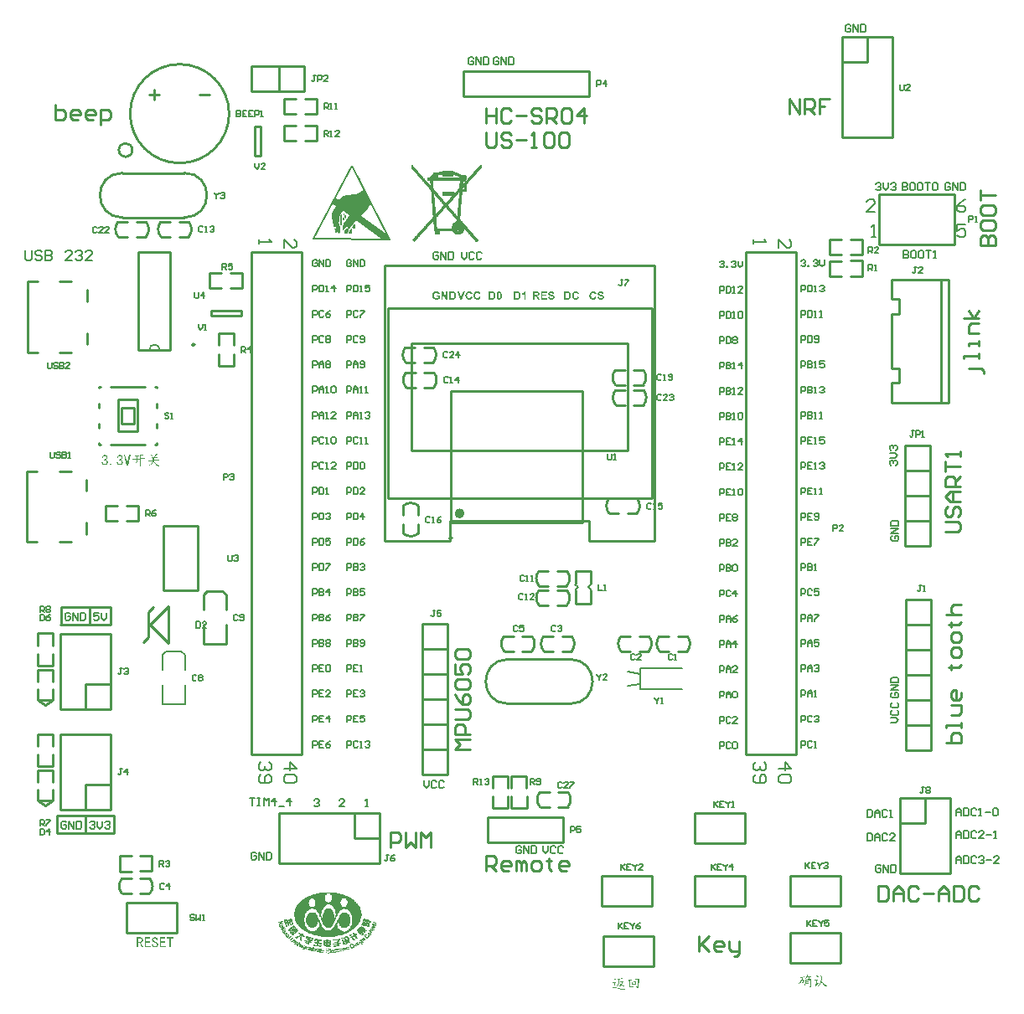
<source format=gto>
G04*
G04 #@! TF.GenerationSoftware,Altium Limited,Altium Designer,19.0.4 (130)*
G04*
G04 Layer_Color=65535*
%FSLAX25Y25*%
%MOIN*%
G70*
G01*
G75*
%ADD10C,0.01000*%
%ADD11C,0.00984*%
%ADD12C,0.00787*%
%ADD13C,0.01968*%
%ADD14C,0.00100*%
%ADD15C,0.00500*%
%ADD16C,0.00229*%
%ADD17C,0.00800*%
%ADD18R,0.05000X0.01600*%
G36*
X141750Y319200D02*
X141250D01*
X141150Y319300D01*
X140550Y319000D01*
X140450Y318900D01*
X140250Y318800D01*
Y318700D01*
X140150Y318600D01*
Y318500D01*
X140050Y318400D01*
Y318300D01*
X139950Y318200D01*
Y318100D01*
X139850Y318000D01*
Y317900D01*
X139750Y317800D01*
Y317700D01*
X139450Y317400D01*
Y317300D01*
X139150Y317000D01*
Y316900D01*
X138650Y316400D01*
Y316300D01*
X137850Y315500D01*
Y315400D01*
X137650Y315300D01*
X137550Y315200D01*
Y315100D01*
X137350Y315000D01*
X137198Y314855D01*
X147550Y307400D01*
X148450Y305500D01*
X146350Y305400D01*
X145550Y305510D01*
X135204Y312954D01*
X134650Y312400D01*
Y312300D01*
X134150Y311800D01*
Y311700D01*
X133650Y311200D01*
Y311100D01*
X133250Y310700D01*
Y310600D01*
X132850Y310200D01*
Y310100D01*
X132550Y309800D01*
X132350D01*
X131950Y310200D01*
X131750Y310300D01*
Y310400D01*
X131150D01*
X130550Y309800D01*
Y309700D01*
X130450Y309600D01*
Y309500D01*
X130350Y309400D01*
Y309200D01*
X129950Y309000D01*
X129850D01*
Y310600D01*
X129950Y310700D01*
Y311000D01*
X130050Y311100D01*
Y311400D01*
X130150Y311500D01*
Y311700D01*
X130250Y311800D01*
Y311900D01*
X130350Y312000D01*
Y312100D01*
X130550Y312300D01*
Y312400D01*
X130850Y312700D01*
Y312800D01*
X131150Y313100D01*
Y313200D01*
X131350Y313400D01*
Y313500D01*
X131650Y313800D01*
Y313900D01*
X131950Y314200D01*
Y314300D01*
X132150Y314500D01*
Y314600D01*
X132350Y314800D01*
Y314900D01*
X132412Y314962D01*
X130073Y316646D01*
X129850Y316800D01*
X129750Y316700D01*
Y316600D01*
X129650Y316500D01*
Y316400D01*
X129550Y316300D01*
Y316200D01*
X129350Y316000D01*
Y315900D01*
X129150Y315700D01*
Y315600D01*
X128850Y315300D01*
Y315200D01*
X128550Y314900D01*
Y313300D01*
X128450Y313200D01*
Y312500D01*
X128350Y312400D01*
Y311800D01*
X128450Y311700D01*
Y311600D01*
X128550Y311500D01*
Y311200D01*
X128650Y311100D01*
Y311000D01*
X128750Y310900D01*
Y310800D01*
X128850Y310700D01*
Y310200D01*
X128950Y310100D01*
Y309300D01*
X128850Y309200D01*
Y308600D01*
X128750Y308500D01*
Y308200D01*
X128650Y308100D01*
Y308000D01*
X128550Y307900D01*
Y307700D01*
X128150D01*
X127850Y308400D01*
X127650Y308800D01*
X127450Y309400D01*
Y309500D01*
X127350Y309700D01*
X127250Y309800D01*
Y309900D01*
X127150Y310000D01*
Y310200D01*
X127050Y310300D01*
X126350Y310400D01*
Y310600D01*
X126250Y310700D01*
Y311000D01*
X126150Y311100D01*
Y311300D01*
X126050Y311400D01*
Y311900D01*
X125950Y312000D01*
Y312300D01*
X125850Y312400D01*
Y312900D01*
X125750Y313000D01*
Y313300D01*
X125650Y313400D01*
Y313800D01*
X125550Y313900D01*
Y314800D01*
X125450Y314900D01*
Y315300D01*
X125550Y315400D01*
Y315700D01*
X126250Y317100D01*
X126350Y317200D01*
Y317300D01*
X126450Y317400D01*
Y317500D01*
X126650Y317700D01*
Y317900D01*
X126850Y318100D01*
Y318300D01*
X127050Y318500D01*
Y318600D01*
X127150Y318700D01*
X127170Y318735D01*
X125550Y319900D01*
X126950Y322235D01*
X128503Y321116D01*
X128550Y321200D01*
Y321300D01*
X128650Y321400D01*
X128750Y321600D01*
X128850Y321700D01*
X128950Y321900D01*
X129450Y322400D01*
X129650Y322500D01*
X129750Y322600D01*
X129950Y322700D01*
X130550Y322900D01*
X131050Y323000D01*
X131650Y323100D01*
X132350Y323200D01*
X134150Y323400D01*
X135150Y323500D01*
X135950Y323700D01*
X138350Y325000D01*
X138850D01*
X141750Y319200D01*
D02*
G37*
G36*
X130450Y315100D02*
X130250Y315000D01*
X130150D01*
X130050Y315100D01*
Y315700D01*
X130150Y315800D01*
X130450D01*
Y315100D01*
D02*
G37*
G36*
X131350Y315200D02*
Y315000D01*
X131250Y314900D01*
Y314700D01*
X131150Y314600D01*
Y314500D01*
X131250Y314400D01*
Y313900D01*
X130850D01*
Y314000D01*
X130750Y314100D01*
Y314200D01*
X130650Y314300D01*
Y315100D01*
X130750Y315200D01*
X131050Y315300D01*
X131250D01*
X131350Y315200D01*
D02*
G37*
G36*
X130350Y314300D02*
X130450Y314200D01*
Y314100D01*
X130550Y314000D01*
Y313900D01*
X130650Y313800D01*
Y313100D01*
X130550Y313000D01*
X130050D01*
X129950Y313100D01*
Y313200D01*
X129850Y313300D01*
Y313400D01*
X129750Y313500D01*
Y314100D01*
X130050Y314400D01*
X130150D01*
X130350Y314300D01*
D02*
G37*
G36*
X129650Y314500D02*
X129550Y314400D01*
Y313100D01*
X129650Y313000D01*
Y311500D01*
X129550Y311400D01*
Y311300D01*
X129450Y311200D01*
X129150D01*
X128950Y311400D01*
Y311500D01*
X128850Y311600D01*
Y311700D01*
X128750Y311800D01*
Y312700D01*
X128850Y312800D01*
Y314100D01*
X128950Y314200D01*
Y315000D01*
X129050Y315100D01*
Y315200D01*
X129250Y315400D01*
Y315500D01*
X129450Y315700D01*
X129650D01*
Y314500D01*
D02*
G37*
G36*
X134950Y311200D02*
Y309800D01*
X134750Y309600D01*
X134050D01*
X133850Y309800D01*
Y309900D01*
X133750Y310000D01*
Y310200D01*
X133650Y310300D01*
Y310400D01*
X133750Y310500D01*
Y310900D01*
X134150Y311300D01*
X134850D01*
X134950Y311200D01*
D02*
G37*
G36*
X127150Y309800D02*
X127550Y309000D01*
Y308300D01*
X127450Y308200D01*
X127050D01*
X126950Y308300D01*
Y308400D01*
X126850Y308500D01*
Y308800D01*
X126750Y308900D01*
Y309300D01*
X126650Y309400D01*
Y309600D01*
X126750Y309700D01*
Y309900D01*
X126850Y310000D01*
X126950D01*
X127150Y309800D01*
D02*
G37*
G36*
X133550Y309600D02*
Y308100D01*
X133450Y308000D01*
Y307900D01*
X133350Y307800D01*
X132550D01*
X132250Y308100D01*
Y308300D01*
X132350Y308400D01*
Y308500D01*
X132450Y308600D01*
Y308800D01*
X132550Y308900D01*
Y309000D01*
X132750Y309200D01*
Y309400D01*
X133050Y309700D01*
X133350D01*
X133550Y309600D01*
D02*
G37*
G36*
X132050Y309700D02*
X132150Y309600D01*
Y308700D01*
X132050Y308600D01*
Y308400D01*
X131950Y308300D01*
Y308200D01*
X131750Y308000D01*
Y307900D01*
X131550Y307800D01*
X131050Y307700D01*
X130550D01*
X130450Y307800D01*
Y308600D01*
X130550Y308700D01*
Y309000D01*
X130650Y309100D01*
Y309200D01*
X130850Y309400D01*
Y309500D01*
X131050Y309700D01*
X131350Y309800D01*
X131750D01*
X132050Y309700D01*
D02*
G37*
G36*
X232558Y284755D02*
X232612Y284750D01*
X232670Y284745D01*
X232734Y284735D01*
X232802Y284726D01*
X232948Y284696D01*
X233100Y284648D01*
X233173Y284618D01*
X233241Y284579D01*
X233309Y284540D01*
X233368Y284491D01*
X233373Y284487D01*
X233383Y284477D01*
X233397Y284462D01*
X233417Y284443D01*
X233441Y284418D01*
X233466Y284384D01*
X233495Y284345D01*
X233524Y284301D01*
X233553Y284252D01*
X233578Y284199D01*
X233631Y284082D01*
X233651Y284013D01*
X233671Y283940D01*
X233685Y283862D01*
X233690Y283784D01*
X233041Y283759D01*
Y283764D01*
Y283769D01*
X233031Y283799D01*
X233021Y283842D01*
X233002Y283896D01*
X232978Y283955D01*
X232948Y284013D01*
X232909Y284067D01*
X232860Y284111D01*
X232856Y284116D01*
X232836Y284130D01*
X232807Y284145D01*
X232763Y284169D01*
X232704Y284189D01*
X232636Y284204D01*
X232553Y284218D01*
X232455Y284223D01*
X232412D01*
X232358Y284218D01*
X232294Y284208D01*
X232226Y284194D01*
X232153Y284174D01*
X232080Y284145D01*
X232016Y284106D01*
X232011Y284101D01*
X232002Y284091D01*
X231987Y284077D01*
X231967Y284052D01*
X231948Y284023D01*
X231933Y283989D01*
X231924Y283950D01*
X231919Y283906D01*
Y283901D01*
Y283886D01*
X231924Y283867D01*
X231928Y283838D01*
X231943Y283808D01*
X231958Y283774D01*
X231982Y283745D01*
X232011Y283711D01*
X232016Y283706D01*
X232036Y283691D01*
X232075Y283672D01*
X232099Y283662D01*
X232133Y283647D01*
X232168Y283628D01*
X232211Y283613D01*
X232255Y283594D01*
X232314Y283579D01*
X232372Y283559D01*
X232441Y283540D01*
X232519Y283515D01*
X232602Y283496D01*
X232607D01*
X232621Y283491D01*
X232646Y283486D01*
X232680Y283476D01*
X232719Y283467D01*
X232763Y283452D01*
X232865Y283428D01*
X232982Y283389D01*
X233095Y283354D01*
X233207Y283311D01*
X233256Y283291D01*
X233300Y283267D01*
X233305D01*
X233309Y283262D01*
X233339Y283247D01*
X233378Y283218D01*
X233427Y283184D01*
X233485Y283135D01*
X233544Y283081D01*
X233597Y283013D01*
X233651Y282940D01*
X233656Y282930D01*
X233671Y282905D01*
X233695Y282857D01*
X233719Y282798D01*
X233739Y282725D01*
X233763Y282637D01*
X233778Y282539D01*
X233783Y282432D01*
Y282427D01*
Y282417D01*
Y282403D01*
Y282383D01*
X233773Y282330D01*
X233763Y282261D01*
X233744Y282183D01*
X233719Y282095D01*
X233680Y282003D01*
X233627Y281910D01*
Y281905D01*
X233622Y281900D01*
X233597Y281871D01*
X233563Y281827D01*
X233514Y281778D01*
X233456Y281720D01*
X233378Y281661D01*
X233295Y281603D01*
X233192Y281554D01*
X233187D01*
X233178Y281549D01*
X233163Y281544D01*
X233143Y281534D01*
X233114Y281529D01*
X233085Y281520D01*
X233046Y281510D01*
X233002Y281500D01*
X232899Y281476D01*
X232782Y281461D01*
X232651Y281446D01*
X232499Y281441D01*
X232441D01*
X232397Y281446D01*
X232348Y281451D01*
X232290Y281456D01*
X232226Y281466D01*
X232153Y281476D01*
X232002Y281510D01*
X231924Y281534D01*
X231845Y281559D01*
X231772Y281593D01*
X231699Y281627D01*
X231626Y281671D01*
X231562Y281720D01*
X231557Y281725D01*
X231548Y281734D01*
X231533Y281749D01*
X231509Y281773D01*
X231484Y281803D01*
X231455Y281837D01*
X231426Y281881D01*
X231392Y281925D01*
X231357Y281983D01*
X231323Y282042D01*
X231294Y282110D01*
X231260Y282183D01*
X231235Y282261D01*
X231211Y282349D01*
X231191Y282442D01*
X231177Y282539D01*
X231806Y282603D01*
Y282598D01*
X231811Y282588D01*
Y282574D01*
X231816Y282549D01*
X231831Y282495D01*
X231855Y282422D01*
X231885Y282349D01*
X231924Y282271D01*
X231972Y282198D01*
X232031Y282134D01*
X232041Y282130D01*
X232065Y282110D01*
X232104Y282090D01*
X232158Y282061D01*
X232226Y282037D01*
X232304Y282012D01*
X232397Y281993D01*
X232504Y281988D01*
X232558D01*
X232612Y281993D01*
X232680Y282003D01*
X232758Y282022D01*
X232836Y282042D01*
X232909Y282076D01*
X232973Y282120D01*
X232978Y282125D01*
X232997Y282144D01*
X233021Y282169D01*
X233056Y282208D01*
X233085Y282252D01*
X233109Y282305D01*
X233129Y282364D01*
X233134Y282427D01*
Y282432D01*
Y282447D01*
X233129Y282466D01*
X233124Y282495D01*
X233104Y282554D01*
X233090Y282588D01*
X233065Y282617D01*
X233061Y282622D01*
X233051Y282632D01*
X233036Y282647D01*
X233012Y282666D01*
X232978Y282691D01*
X232939Y282710D01*
X232890Y282735D01*
X232831Y282759D01*
X232826D01*
X232807Y282769D01*
X232773Y282779D01*
X232724Y282793D01*
X232695Y282803D01*
X232656Y282813D01*
X232616Y282822D01*
X232568Y282837D01*
X232514Y282852D01*
X232455Y282866D01*
X232392Y282881D01*
X232319Y282901D01*
X232314D01*
X232294Y282905D01*
X232270Y282915D01*
X232236Y282925D01*
X232192Y282935D01*
X232143Y282949D01*
X232036Y282988D01*
X231914Y283032D01*
X231792Y283086D01*
X231684Y283149D01*
X231636Y283184D01*
X231592Y283218D01*
X231587Y283223D01*
X231577Y283232D01*
X231562Y283247D01*
X231548Y283267D01*
X231523Y283291D01*
X231499Y283320D01*
X231475Y283359D01*
X231445Y283398D01*
X231392Y283491D01*
X231343Y283603D01*
X231328Y283662D01*
X231313Y283725D01*
X231304Y283794D01*
X231299Y283862D01*
Y283867D01*
Y283872D01*
Y283886D01*
Y283906D01*
X231309Y283950D01*
X231318Y284013D01*
X231333Y284082D01*
X231357Y284160D01*
X231392Y284238D01*
X231435Y284321D01*
Y284326D01*
X231440Y284330D01*
X231460Y284355D01*
X231494Y284394D01*
X231538Y284443D01*
X231592Y284496D01*
X231660Y284550D01*
X231738Y284604D01*
X231831Y284648D01*
X231836D01*
X231841Y284652D01*
X231860Y284657D01*
X231880Y284667D01*
X231904Y284672D01*
X231933Y284682D01*
X232007Y284706D01*
X232099Y284726D01*
X232207Y284740D01*
X232329Y284755D01*
X232460Y284760D01*
X232519D01*
X232558Y284755D01*
D02*
G37*
G36*
X229596D02*
X229645Y284750D01*
X229703Y284740D01*
X229767Y284731D01*
X229835Y284716D01*
X229913Y284696D01*
X229986Y284672D01*
X230069Y284648D01*
X230147Y284613D01*
X230225Y284570D01*
X230303Y284526D01*
X230377Y284472D01*
X230450Y284408D01*
X230455D01*
X230459Y284399D01*
X230484Y284369D01*
X230523Y284326D01*
X230572Y284257D01*
X230625Y284174D01*
X230684Y284077D01*
X230738Y283960D01*
X230782Y283823D01*
X230142Y283672D01*
Y283677D01*
X230137Y283681D01*
X230133Y283711D01*
X230113Y283755D01*
X230089Y283813D01*
X230059Y283877D01*
X230015Y283940D01*
X229967Y284003D01*
X229903Y284062D01*
X229893Y284067D01*
X229869Y284086D01*
X229835Y284111D01*
X229781Y284135D01*
X229718Y284165D01*
X229640Y284184D01*
X229557Y284204D01*
X229464Y284208D01*
X229430D01*
X229405Y284204D01*
X229376Y284199D01*
X229342Y284194D01*
X229259Y284174D01*
X229166Y284145D01*
X229069Y284101D01*
X229025Y284072D01*
X228976Y284038D01*
X228932Y283994D01*
X228888Y283950D01*
Y283945D01*
X228878Y283940D01*
X228869Y283921D01*
X228854Y283901D01*
X228839Y283872D01*
X228820Y283838D01*
X228800Y283799D01*
X228781Y283750D01*
X228756Y283696D01*
X228737Y283637D01*
X228717Y283569D01*
X228703Y283491D01*
X228688Y283413D01*
X228678Y283320D01*
X228673Y283223D01*
X228669Y283120D01*
Y283115D01*
Y283096D01*
Y283062D01*
X228673Y283023D01*
Y282969D01*
X228678Y282915D01*
X228688Y282852D01*
X228698Y282783D01*
X228722Y282642D01*
X228761Y282495D01*
X228786Y282427D01*
X228815Y282364D01*
X228844Y282305D01*
X228883Y282252D01*
X228888Y282247D01*
X228893Y282242D01*
X228922Y282212D01*
X228971Y282173D01*
X229035Y282125D01*
X229117Y282076D01*
X229215Y282037D01*
X229327Y282008D01*
X229386Y282003D01*
X229449Y281998D01*
X229474D01*
X229493Y282003D01*
X229542Y282008D01*
X229601Y282017D01*
X229674Y282037D01*
X229747Y282066D01*
X229820Y282105D01*
X229893Y282159D01*
X229903Y282169D01*
X229923Y282188D01*
X229957Y282232D01*
X229996Y282286D01*
X230040Y282359D01*
X230084Y282452D01*
X230128Y282554D01*
X230162Y282681D01*
X230791Y282486D01*
Y282481D01*
X230786Y282461D01*
X230777Y282437D01*
X230762Y282398D01*
X230747Y282354D01*
X230728Y282305D01*
X230703Y282247D01*
X230674Y282188D01*
X230611Y282061D01*
X230528Y281929D01*
X230425Y281807D01*
X230372Y281749D01*
X230308Y281700D01*
X230303Y281695D01*
X230294Y281690D01*
X230274Y281676D01*
X230250Y281661D01*
X230216Y281642D01*
X230176Y281622D01*
X230128Y281598D01*
X230074Y281573D01*
X230015Y281549D01*
X229952Y281524D01*
X229884Y281505D01*
X229811Y281485D01*
X229728Y281471D01*
X229645Y281456D01*
X229552Y281451D01*
X229459Y281446D01*
X229430D01*
X229396Y281451D01*
X229352D01*
X229298Y281461D01*
X229235Y281471D01*
X229166Y281481D01*
X229088Y281500D01*
X229005Y281524D01*
X228922Y281554D01*
X228835Y281588D01*
X228747Y281632D01*
X228659Y281681D01*
X228571Y281739D01*
X228488Y281803D01*
X228410Y281881D01*
X228405Y281886D01*
X228390Y281900D01*
X228371Y281925D01*
X228346Y281959D01*
X228317Y282003D01*
X228278Y282056D01*
X228244Y282120D01*
X228205Y282193D01*
X228166Y282271D01*
X228132Y282364D01*
X228098Y282461D01*
X228063Y282569D01*
X228039Y282681D01*
X228019Y282803D01*
X228005Y282935D01*
X228000Y283071D01*
Y283081D01*
Y283105D01*
X228005Y283149D01*
Y283203D01*
X228015Y283271D01*
X228019Y283349D01*
X228034Y283433D01*
X228054Y283525D01*
X228073Y283628D01*
X228102Y283725D01*
X228132Y283833D01*
X228171Y283935D01*
X228220Y284038D01*
X228273Y284135D01*
X228337Y284228D01*
X228410Y284316D01*
X228415Y284321D01*
X228429Y284335D01*
X228454Y284355D01*
X228483Y284384D01*
X228527Y284418D01*
X228576Y284457D01*
X228634Y284496D01*
X228703Y284540D01*
X228776Y284579D01*
X228859Y284618D01*
X228947Y284657D01*
X229044Y284692D01*
X229147Y284721D01*
X229259Y284740D01*
X229376Y284755D01*
X229498Y284760D01*
X229557D01*
X229596Y284755D01*
D02*
G37*
G36*
X222709D02*
X222758Y284750D01*
X222817Y284740D01*
X222880Y284731D01*
X222948Y284716D01*
X223026Y284696D01*
X223100Y284672D01*
X223183Y284648D01*
X223261Y284613D01*
X223339Y284570D01*
X223417Y284526D01*
X223490Y284472D01*
X223563Y284408D01*
X223568D01*
X223573Y284399D01*
X223597Y284369D01*
X223636Y284326D01*
X223685Y284257D01*
X223739Y284174D01*
X223797Y284077D01*
X223851Y283960D01*
X223895Y283823D01*
X223256Y283672D01*
Y283677D01*
X223251Y283681D01*
X223246Y283711D01*
X223226Y283755D01*
X223202Y283813D01*
X223173Y283877D01*
X223129Y283940D01*
X223080Y284003D01*
X223017Y284062D01*
X223007Y284067D01*
X222983Y284086D01*
X222948Y284111D01*
X222895Y284135D01*
X222831Y284165D01*
X222753Y284184D01*
X222670Y284204D01*
X222577Y284208D01*
X222543D01*
X222519Y284204D01*
X222490Y284199D01*
X222455Y284194D01*
X222373Y284174D01*
X222280Y284145D01*
X222182Y284101D01*
X222138Y284072D01*
X222089Y284038D01*
X222045Y283994D01*
X222002Y283950D01*
Y283945D01*
X221992Y283940D01*
X221982Y283921D01*
X221967Y283901D01*
X221953Y283872D01*
X221933Y283838D01*
X221914Y283799D01*
X221894Y283750D01*
X221870Y283696D01*
X221850Y283637D01*
X221831Y283569D01*
X221816Y283491D01*
X221801Y283413D01*
X221792Y283320D01*
X221787Y283223D01*
X221782Y283120D01*
Y283115D01*
Y283096D01*
Y283062D01*
X221787Y283023D01*
Y282969D01*
X221792Y282915D01*
X221801Y282852D01*
X221811Y282783D01*
X221836Y282642D01*
X221875Y282495D01*
X221899Y282427D01*
X221928Y282364D01*
X221958Y282305D01*
X221997Y282252D01*
X222002Y282247D01*
X222007Y282242D01*
X222036Y282212D01*
X222085Y282173D01*
X222148Y282125D01*
X222231Y282076D01*
X222329Y282037D01*
X222441Y282008D01*
X222499Y282003D01*
X222563Y281998D01*
X222587D01*
X222607Y282003D01*
X222656Y282008D01*
X222714Y282017D01*
X222787Y282037D01*
X222861Y282066D01*
X222934Y282105D01*
X223007Y282159D01*
X223017Y282169D01*
X223036Y282188D01*
X223070Y282232D01*
X223109Y282286D01*
X223153Y282359D01*
X223197Y282452D01*
X223241Y282554D01*
X223275Y282681D01*
X223905Y282486D01*
Y282481D01*
X223900Y282461D01*
X223890Y282437D01*
X223875Y282398D01*
X223861Y282354D01*
X223841Y282305D01*
X223817Y282247D01*
X223788Y282188D01*
X223724Y282061D01*
X223641Y281929D01*
X223539Y281807D01*
X223485Y281749D01*
X223422Y281700D01*
X223417Y281695D01*
X223407Y281690D01*
X223388Y281676D01*
X223363Y281661D01*
X223329Y281642D01*
X223290Y281622D01*
X223241Y281598D01*
X223187Y281573D01*
X223129Y281549D01*
X223065Y281524D01*
X222997Y281505D01*
X222924Y281485D01*
X222841Y281471D01*
X222758Y281456D01*
X222665Y281451D01*
X222573Y281446D01*
X222543D01*
X222509Y281451D01*
X222465D01*
X222411Y281461D01*
X222348Y281471D01*
X222280Y281481D01*
X222202Y281500D01*
X222119Y281524D01*
X222036Y281554D01*
X221948Y281588D01*
X221860Y281632D01*
X221772Y281681D01*
X221684Y281739D01*
X221601Y281803D01*
X221523Y281881D01*
X221518Y281886D01*
X221504Y281900D01*
X221484Y281925D01*
X221460Y281959D01*
X221431Y282003D01*
X221392Y282056D01*
X221357Y282120D01*
X221318Y282193D01*
X221279Y282271D01*
X221245Y282364D01*
X221211Y282461D01*
X221177Y282569D01*
X221152Y282681D01*
X221133Y282803D01*
X221118Y282935D01*
X221113Y283071D01*
Y283081D01*
Y283105D01*
X221118Y283149D01*
Y283203D01*
X221128Y283271D01*
X221133Y283349D01*
X221148Y283433D01*
X221167Y283525D01*
X221187Y283628D01*
X221216Y283725D01*
X221245Y283833D01*
X221284Y283935D01*
X221333Y284038D01*
X221387Y284135D01*
X221450Y284228D01*
X221523Y284316D01*
X221528Y284321D01*
X221543Y284335D01*
X221567Y284355D01*
X221597Y284384D01*
X221640Y284418D01*
X221689Y284457D01*
X221748Y284496D01*
X221816Y284540D01*
X221889Y284579D01*
X221972Y284618D01*
X222060Y284657D01*
X222158Y284692D01*
X222260Y284721D01*
X222373Y284740D01*
X222490Y284755D01*
X222612Y284760D01*
X222670D01*
X222709Y284755D01*
D02*
G37*
G36*
X219313Y284701D02*
X219401Y284696D01*
X219503Y284692D01*
X219601Y284682D01*
X219698Y284662D01*
X219786Y284643D01*
X219791D01*
X219801Y284638D01*
X219815Y284633D01*
X219835Y284628D01*
X219884Y284604D01*
X219952Y284574D01*
X220025Y284535D01*
X220103Y284482D01*
X220186Y284418D01*
X220264Y284345D01*
X220269D01*
X220274Y284335D01*
X220299Y284306D01*
X220333Y284262D01*
X220381Y284204D01*
X220430Y284125D01*
X220479Y284038D01*
X220528Y283940D01*
X220572Y283828D01*
Y283823D01*
X220577Y283813D01*
X220582Y283799D01*
X220586Y283774D01*
X220596Y283745D01*
X220606Y283706D01*
X220616Y283667D01*
X220625Y283618D01*
X220635Y283564D01*
X220645Y283511D01*
X220665Y283379D01*
X220674Y283232D01*
X220679Y283071D01*
Y283067D01*
Y283052D01*
Y283032D01*
Y283003D01*
X220674Y282969D01*
Y282930D01*
X220665Y282837D01*
X220655Y282730D01*
X220635Y282617D01*
X220611Y282500D01*
X220577Y282388D01*
Y282383D01*
X220572Y282373D01*
X220567Y282354D01*
X220557Y282330D01*
X220543Y282300D01*
X220528Y282266D01*
X220489Y282188D01*
X220440Y282095D01*
X220381Y282003D01*
X220313Y281910D01*
X220235Y281822D01*
X220225Y281817D01*
X220206Y281793D01*
X220167Y281764D01*
X220118Y281729D01*
X220050Y281685D01*
X219971Y281642D01*
X219884Y281603D01*
X219781Y281563D01*
X219771Y281559D01*
X219742Y281554D01*
X219698Y281544D01*
X219630Y281534D01*
X219552Y281520D01*
X219454Y281510D01*
X219337Y281505D01*
X219210Y281500D01*
X218000D01*
Y284706D01*
X219274D01*
X219313Y284701D01*
D02*
G37*
G36*
X212927Y284755D02*
X212981Y284750D01*
X213040Y284745D01*
X213103Y284735D01*
X213171Y284726D01*
X213318Y284696D01*
X213469Y284648D01*
X213542Y284618D01*
X213611Y284579D01*
X213679Y284540D01*
X213737Y284491D01*
X213742Y284487D01*
X213752Y284477D01*
X213767Y284462D01*
X213786Y284443D01*
X213811Y284418D01*
X213835Y284384D01*
X213864Y284345D01*
X213894Y284301D01*
X213923Y284252D01*
X213947Y284199D01*
X214001Y284082D01*
X214020Y284013D01*
X214040Y283940D01*
X214055Y283862D01*
X214059Y283784D01*
X213410Y283759D01*
Y283764D01*
Y283769D01*
X213401Y283799D01*
X213391Y283842D01*
X213371Y283896D01*
X213347Y283955D01*
X213318Y284013D01*
X213279Y284067D01*
X213230Y284111D01*
X213225Y284116D01*
X213206Y284130D01*
X213176Y284145D01*
X213132Y284169D01*
X213074Y284189D01*
X213005Y284204D01*
X212923Y284218D01*
X212825Y284223D01*
X212781D01*
X212727Y284218D01*
X212664Y284208D01*
X212596Y284194D01*
X212522Y284174D01*
X212449Y284145D01*
X212386Y284106D01*
X212381Y284101D01*
X212371Y284091D01*
X212356Y284077D01*
X212337Y284052D01*
X212317Y284023D01*
X212303Y283989D01*
X212293Y283950D01*
X212288Y283906D01*
Y283901D01*
Y283886D01*
X212293Y283867D01*
X212298Y283838D01*
X212313Y283808D01*
X212327Y283774D01*
X212351Y283745D01*
X212381Y283711D01*
X212386Y283706D01*
X212405Y283691D01*
X212444Y283672D01*
X212469Y283662D01*
X212503Y283647D01*
X212537Y283628D01*
X212581Y283613D01*
X212625Y283594D01*
X212683Y283579D01*
X212742Y283559D01*
X212810Y283540D01*
X212888Y283515D01*
X212971Y283496D01*
X212976D01*
X212991Y283491D01*
X213015Y283486D01*
X213049Y283476D01*
X213088Y283467D01*
X213132Y283452D01*
X213235Y283428D01*
X213352Y283389D01*
X213464Y283354D01*
X213576Y283311D01*
X213625Y283291D01*
X213669Y283267D01*
X213674D01*
X213679Y283262D01*
X213708Y283247D01*
X213747Y283218D01*
X213796Y283184D01*
X213855Y283135D01*
X213913Y283081D01*
X213967Y283013D01*
X214020Y282940D01*
X214025Y282930D01*
X214040Y282905D01*
X214064Y282857D01*
X214089Y282798D01*
X214108Y282725D01*
X214133Y282637D01*
X214147Y282539D01*
X214152Y282432D01*
Y282427D01*
Y282417D01*
Y282403D01*
Y282383D01*
X214142Y282330D01*
X214133Y282261D01*
X214113Y282183D01*
X214089Y282095D01*
X214050Y282003D01*
X213996Y281910D01*
Y281905D01*
X213991Y281900D01*
X213967Y281871D01*
X213933Y281827D01*
X213884Y281778D01*
X213825Y281720D01*
X213747Y281661D01*
X213664Y281603D01*
X213562Y281554D01*
X213557D01*
X213547Y281549D01*
X213532Y281544D01*
X213513Y281534D01*
X213484Y281529D01*
X213454Y281520D01*
X213415Y281510D01*
X213371Y281500D01*
X213269Y281476D01*
X213152Y281461D01*
X213020Y281446D01*
X212869Y281441D01*
X212810D01*
X212766Y281446D01*
X212718Y281451D01*
X212659Y281456D01*
X212596Y281466D01*
X212522Y281476D01*
X212371Y281510D01*
X212293Y281534D01*
X212215Y281559D01*
X212142Y281593D01*
X212069Y281627D01*
X211995Y281671D01*
X211932Y281720D01*
X211927Y281725D01*
X211917Y281734D01*
X211903Y281749D01*
X211878Y281773D01*
X211854Y281803D01*
X211824Y281837D01*
X211795Y281881D01*
X211761Y281925D01*
X211727Y281983D01*
X211693Y282042D01*
X211663Y282110D01*
X211629Y282183D01*
X211605Y282261D01*
X211580Y282349D01*
X211561Y282442D01*
X211546Y282539D01*
X212176Y282603D01*
Y282598D01*
X212181Y282588D01*
Y282574D01*
X212186Y282549D01*
X212200Y282495D01*
X212225Y282422D01*
X212254Y282349D01*
X212293Y282271D01*
X212342Y282198D01*
X212400Y282134D01*
X212410Y282130D01*
X212435Y282110D01*
X212474Y282090D01*
X212527Y282061D01*
X212596Y282037D01*
X212674Y282012D01*
X212766Y281993D01*
X212874Y281988D01*
X212927D01*
X212981Y281993D01*
X213049Y282003D01*
X213127Y282022D01*
X213206Y282042D01*
X213279Y282076D01*
X213342Y282120D01*
X213347Y282125D01*
X213367Y282144D01*
X213391Y282169D01*
X213425Y282208D01*
X213454Y282252D01*
X213479Y282305D01*
X213498Y282364D01*
X213503Y282427D01*
Y282432D01*
Y282447D01*
X213498Y282466D01*
X213493Y282495D01*
X213474Y282554D01*
X213459Y282588D01*
X213435Y282617D01*
X213430Y282622D01*
X213420Y282632D01*
X213406Y282647D01*
X213381Y282666D01*
X213347Y282691D01*
X213308Y282710D01*
X213259Y282735D01*
X213201Y282759D01*
X213196D01*
X213176Y282769D01*
X213142Y282779D01*
X213093Y282793D01*
X213064Y282803D01*
X213025Y282813D01*
X212986Y282822D01*
X212937Y282837D01*
X212883Y282852D01*
X212825Y282866D01*
X212761Y282881D01*
X212688Y282901D01*
X212683D01*
X212664Y282905D01*
X212639Y282915D01*
X212605Y282925D01*
X212561Y282935D01*
X212513Y282949D01*
X212405Y282988D01*
X212283Y283032D01*
X212161Y283086D01*
X212054Y283149D01*
X212005Y283184D01*
X211961Y283218D01*
X211956Y283223D01*
X211947Y283232D01*
X211932Y283247D01*
X211917Y283267D01*
X211893Y283291D01*
X211868Y283320D01*
X211844Y283359D01*
X211815Y283398D01*
X211761Y283491D01*
X211712Y283603D01*
X211698Y283662D01*
X211683Y283725D01*
X211673Y283794D01*
X211668Y283862D01*
Y283867D01*
Y283872D01*
Y283886D01*
Y283906D01*
X211678Y283950D01*
X211688Y284013D01*
X211702Y284082D01*
X211727Y284160D01*
X211761Y284238D01*
X211805Y284321D01*
Y284326D01*
X211810Y284330D01*
X211829Y284355D01*
X211863Y284394D01*
X211907Y284443D01*
X211961Y284496D01*
X212029Y284550D01*
X212107Y284604D01*
X212200Y284648D01*
X212205D01*
X212210Y284652D01*
X212229Y284657D01*
X212249Y284667D01*
X212273Y284672D01*
X212303Y284682D01*
X212376Y284706D01*
X212469Y284726D01*
X212576Y284740D01*
X212698Y284755D01*
X212830Y284760D01*
X212888D01*
X212927Y284755D01*
D02*
G37*
G36*
X211102Y284165D02*
X209380D01*
Y283452D01*
X210980D01*
Y282910D01*
X209380D01*
Y282042D01*
X211166D01*
Y281500D01*
X208731D01*
Y284706D01*
X211102D01*
Y284165D01*
D02*
G37*
G36*
X206979Y284701D02*
X207081D01*
X207135Y284696D01*
X207257Y284687D01*
X207379Y284667D01*
X207496Y284648D01*
X207550Y284633D01*
X207593Y284618D01*
X207598D01*
X207603Y284613D01*
X207633Y284604D01*
X207677Y284579D01*
X207730Y284545D01*
X207789Y284501D01*
X207852Y284448D01*
X207911Y284384D01*
X207969Y284306D01*
X207974Y284296D01*
X207994Y284267D01*
X208013Y284223D01*
X208043Y284160D01*
X208067Y284086D01*
X208091Y284003D01*
X208106Y283906D01*
X208111Y283803D01*
Y283799D01*
Y283789D01*
Y283769D01*
X208106Y283745D01*
Y283711D01*
X208101Y283677D01*
X208086Y283594D01*
X208057Y283501D01*
X208018Y283398D01*
X207969Y283301D01*
X207935Y283252D01*
X207896Y283208D01*
Y283203D01*
X207886Y283198D01*
X207872Y283189D01*
X207857Y283169D01*
X207833Y283154D01*
X207808Y283130D01*
X207774Y283105D01*
X207740Y283081D01*
X207696Y283057D01*
X207652Y283032D01*
X207598Y283008D01*
X207540Y282983D01*
X207481Y282959D01*
X207413Y282940D01*
X207345Y282925D01*
X207267Y282910D01*
X207271D01*
X207276Y282905D01*
X207301Y282891D01*
X207340Y282866D01*
X207389Y282832D01*
X207442Y282793D01*
X207501Y282744D01*
X207559Y282696D01*
X207613Y282642D01*
X207618Y282637D01*
X207637Y282613D01*
X207667Y282578D01*
X207711Y282525D01*
X207764Y282452D01*
X207823Y282364D01*
X207862Y282310D01*
X207896Y282252D01*
X207935Y282193D01*
X207979Y282125D01*
X208369Y281500D01*
X207593D01*
X207135Y282193D01*
X207130Y282198D01*
X207125Y282208D01*
X207110Y282227D01*
X207096Y282252D01*
X207076Y282286D01*
X207052Y282315D01*
X206998Y282393D01*
X206944Y282476D01*
X206886Y282549D01*
X206832Y282617D01*
X206813Y282647D01*
X206793Y282666D01*
X206788Y282671D01*
X206779Y282681D01*
X206759Y282700D01*
X206735Y282720D01*
X206671Y282764D01*
X206637Y282783D01*
X206598Y282798D01*
X206593D01*
X206578Y282803D01*
X206554Y282813D01*
X206520Y282818D01*
X206476Y282827D01*
X206422Y282832D01*
X206354Y282837D01*
X206149D01*
Y281500D01*
X205500D01*
Y284706D01*
X206935D01*
X206979Y284701D01*
D02*
G37*
G36*
X202670Y281500D02*
X202055D01*
Y283813D01*
X202050Y283808D01*
X202041Y283799D01*
X202021Y283784D01*
X201997Y283759D01*
X201963Y283735D01*
X201923Y283706D01*
X201880Y283672D01*
X201826Y283637D01*
X201772Y283598D01*
X201709Y283559D01*
X201577Y283486D01*
X201426Y283413D01*
X201260Y283349D01*
Y283906D01*
X201265D01*
X201270Y283911D01*
X201284Y283916D01*
X201304Y283921D01*
X201353Y283940D01*
X201416Y283974D01*
X201494Y284013D01*
X201582Y284067D01*
X201679Y284125D01*
X201782Y284204D01*
X201787Y284208D01*
X201797Y284213D01*
X201811Y284228D01*
X201826Y284243D01*
X201875Y284286D01*
X201938Y284350D01*
X202002Y284423D01*
X202065Y284511D01*
X202124Y284609D01*
X202168Y284716D01*
X202670D01*
Y281500D01*
D02*
G37*
G36*
X199313Y284701D02*
X199401Y284696D01*
X199503Y284692D01*
X199601Y284682D01*
X199698Y284662D01*
X199786Y284643D01*
X199791D01*
X199801Y284638D01*
X199815Y284633D01*
X199835Y284628D01*
X199884Y284604D01*
X199952Y284574D01*
X200025Y284535D01*
X200103Y284482D01*
X200186Y284418D01*
X200264Y284345D01*
X200269D01*
X200274Y284335D01*
X200299Y284306D01*
X200333Y284262D01*
X200381Y284204D01*
X200430Y284125D01*
X200479Y284038D01*
X200528Y283940D01*
X200572Y283828D01*
Y283823D01*
X200577Y283813D01*
X200582Y283799D01*
X200586Y283774D01*
X200596Y283745D01*
X200606Y283706D01*
X200616Y283667D01*
X200625Y283618D01*
X200635Y283564D01*
X200645Y283511D01*
X200664Y283379D01*
X200674Y283232D01*
X200679Y283071D01*
Y283067D01*
Y283052D01*
Y283032D01*
Y283003D01*
X200674Y282969D01*
Y282930D01*
X200664Y282837D01*
X200655Y282730D01*
X200635Y282617D01*
X200611Y282500D01*
X200577Y282388D01*
Y282383D01*
X200572Y282373D01*
X200567Y282354D01*
X200557Y282330D01*
X200542Y282300D01*
X200528Y282266D01*
X200489Y282188D01*
X200440Y282095D01*
X200381Y282003D01*
X200313Y281910D01*
X200235Y281822D01*
X200225Y281817D01*
X200206Y281793D01*
X200167Y281764D01*
X200118Y281729D01*
X200050Y281685D01*
X199971Y281642D01*
X199884Y281603D01*
X199781Y281563D01*
X199771Y281559D01*
X199742Y281554D01*
X199698Y281544D01*
X199630Y281534D01*
X199552Y281520D01*
X199454Y281510D01*
X199337Y281505D01*
X199210Y281500D01*
X198000D01*
Y284706D01*
X199274D01*
X199313Y284701D01*
D02*
G37*
G36*
X189313D02*
X189401Y284696D01*
X189503Y284692D01*
X189601Y284682D01*
X189698Y284662D01*
X189786Y284643D01*
X189791D01*
X189801Y284638D01*
X189815Y284633D01*
X189835Y284628D01*
X189884Y284604D01*
X189952Y284574D01*
X190025Y284535D01*
X190103Y284482D01*
X190186Y284418D01*
X190264Y284345D01*
X190269D01*
X190274Y284335D01*
X190298Y284306D01*
X190333Y284262D01*
X190381Y284204D01*
X190430Y284125D01*
X190479Y284038D01*
X190528Y283940D01*
X190572Y283828D01*
Y283823D01*
X190577Y283813D01*
X190582Y283799D01*
X190586Y283774D01*
X190596Y283745D01*
X190606Y283706D01*
X190616Y283667D01*
X190625Y283618D01*
X190635Y283564D01*
X190645Y283511D01*
X190665Y283379D01*
X190674Y283232D01*
X190679Y283071D01*
Y283067D01*
Y283052D01*
Y283032D01*
Y283003D01*
X190674Y282969D01*
Y282930D01*
X190665Y282837D01*
X190655Y282730D01*
X190635Y282617D01*
X190611Y282500D01*
X190577Y282388D01*
Y282383D01*
X190572Y282373D01*
X190567Y282354D01*
X190557Y282330D01*
X190542Y282300D01*
X190528Y282266D01*
X190489Y282188D01*
X190440Y282095D01*
X190381Y282003D01*
X190313Y281910D01*
X190235Y281822D01*
X190225Y281817D01*
X190206Y281793D01*
X190167Y281764D01*
X190118Y281729D01*
X190050Y281685D01*
X189971Y281642D01*
X189884Y281603D01*
X189781Y281563D01*
X189771Y281559D01*
X189742Y281554D01*
X189698Y281544D01*
X189630Y281534D01*
X189552Y281520D01*
X189454Y281510D01*
X189337Y281505D01*
X189210Y281500D01*
X188000D01*
Y284706D01*
X189274D01*
X189313Y284701D01*
D02*
G37*
G36*
X192211Y284711D02*
X192251Y284706D01*
X192294Y284696D01*
X192343Y284687D01*
X192397Y284672D01*
X192455Y284657D01*
X192514Y284633D01*
X192577Y284609D01*
X192636Y284574D01*
X192695Y284535D01*
X192753Y284491D01*
X192807Y284438D01*
X192860Y284379D01*
X192865Y284374D01*
X192875Y284360D01*
X192890Y284335D01*
X192909Y284306D01*
X192934Y284262D01*
X192958Y284208D01*
X192987Y284145D01*
X193017Y284072D01*
X193046Y283984D01*
X193075Y283891D01*
X193100Y283784D01*
X193124Y283667D01*
X193143Y283535D01*
X193158Y283393D01*
X193168Y283242D01*
X193173Y283076D01*
Y283071D01*
Y283067D01*
Y283037D01*
Y282988D01*
X193168Y282930D01*
X193163Y282852D01*
X193158Y282769D01*
X193148Y282671D01*
X193134Y282569D01*
X193095Y282354D01*
X193070Y282247D01*
X193041Y282139D01*
X193002Y282037D01*
X192958Y281939D01*
X192909Y281846D01*
X192856Y281768D01*
X192851Y281764D01*
X192846Y281754D01*
X192831Y281739D01*
X192807Y281720D01*
X192782Y281690D01*
X192748Y281666D01*
X192714Y281637D01*
X192670Y281607D01*
X192621Y281573D01*
X192568Y281544D01*
X192504Y281520D01*
X192441Y281495D01*
X192373Y281471D01*
X192299Y281456D01*
X192216Y281446D01*
X192133Y281441D01*
X192114D01*
X192089Y281446D01*
X192055D01*
X192016Y281451D01*
X191972Y281461D01*
X191919Y281471D01*
X191865Y281485D01*
X191806Y281505D01*
X191743Y281529D01*
X191680Y281559D01*
X191616Y281593D01*
X191553Y281632D01*
X191494Y281681D01*
X191431Y281734D01*
X191377Y281798D01*
X191372Y281803D01*
X191367Y281817D01*
X191353Y281837D01*
X191333Y281871D01*
X191314Y281910D01*
X191289Y281959D01*
X191260Y282022D01*
X191235Y282095D01*
X191211Y282178D01*
X191182Y282271D01*
X191157Y282373D01*
X191138Y282491D01*
X191118Y282622D01*
X191109Y282759D01*
X191099Y282915D01*
X191094Y283081D01*
Y283086D01*
Y283091D01*
Y283120D01*
Y283169D01*
X191099Y283227D01*
X191104Y283306D01*
X191109Y283389D01*
X191118Y283481D01*
X191133Y283584D01*
X191172Y283799D01*
X191196Y283906D01*
X191226Y284013D01*
X191260Y284116D01*
X191304Y284213D01*
X191353Y284306D01*
X191406Y284384D01*
X191411Y284389D01*
X191416Y284399D01*
X191436Y284413D01*
X191455Y284438D01*
X191479Y284462D01*
X191514Y284491D01*
X191553Y284521D01*
X191597Y284550D01*
X191645Y284579D01*
X191699Y284613D01*
X191758Y284638D01*
X191821Y284662D01*
X191894Y284687D01*
X191967Y284701D01*
X192050Y284711D01*
X192133Y284716D01*
X192177D01*
X192211Y284711D01*
D02*
G37*
G36*
X183523Y284755D02*
X183572Y284750D01*
X183630Y284740D01*
X183694Y284731D01*
X183762Y284716D01*
X183840Y284696D01*
X183913Y284672D01*
X183996Y284648D01*
X184074Y284613D01*
X184152Y284570D01*
X184230Y284526D01*
X184303Y284472D01*
X184377Y284408D01*
X184382D01*
X184387Y284399D01*
X184411Y284369D01*
X184450Y284326D01*
X184499Y284257D01*
X184552Y284174D01*
X184611Y284077D01*
X184665Y283960D01*
X184709Y283823D01*
X184069Y283672D01*
Y283677D01*
X184064Y283681D01*
X184060Y283711D01*
X184040Y283755D01*
X184016Y283813D01*
X183986Y283877D01*
X183942Y283940D01*
X183894Y284003D01*
X183830Y284062D01*
X183820Y284067D01*
X183796Y284086D01*
X183762Y284111D01*
X183708Y284135D01*
X183645Y284165D01*
X183567Y284184D01*
X183484Y284204D01*
X183391Y284208D01*
X183357D01*
X183332Y284204D01*
X183303Y284199D01*
X183269Y284194D01*
X183186Y284174D01*
X183093Y284145D01*
X182996Y284101D01*
X182952Y284072D01*
X182903Y284038D01*
X182859Y283994D01*
X182815Y283950D01*
Y283945D01*
X182805Y283940D01*
X182796Y283921D01*
X182781Y283901D01*
X182766Y283872D01*
X182747Y283838D01*
X182727Y283799D01*
X182708Y283750D01*
X182683Y283696D01*
X182664Y283637D01*
X182644Y283569D01*
X182630Y283491D01*
X182615Y283413D01*
X182605Y283320D01*
X182600Y283223D01*
X182596Y283120D01*
Y283115D01*
Y283096D01*
Y283062D01*
X182600Y283023D01*
Y282969D01*
X182605Y282915D01*
X182615Y282852D01*
X182625Y282783D01*
X182649Y282642D01*
X182688Y282495D01*
X182713Y282427D01*
X182742Y282364D01*
X182771Y282305D01*
X182810Y282252D01*
X182815Y282247D01*
X182820Y282242D01*
X182849Y282212D01*
X182898Y282173D01*
X182961Y282125D01*
X183045Y282076D01*
X183142Y282037D01*
X183254Y282008D01*
X183313Y282003D01*
X183376Y281998D01*
X183401D01*
X183420Y282003D01*
X183469Y282008D01*
X183528Y282017D01*
X183601Y282037D01*
X183674Y282066D01*
X183747Y282105D01*
X183820Y282159D01*
X183830Y282169D01*
X183850Y282188D01*
X183884Y282232D01*
X183923Y282286D01*
X183967Y282359D01*
X184011Y282452D01*
X184055Y282554D01*
X184089Y282681D01*
X184718Y282486D01*
Y282481D01*
X184713Y282461D01*
X184704Y282437D01*
X184689Y282398D01*
X184674Y282354D01*
X184655Y282305D01*
X184631Y282247D01*
X184601Y282188D01*
X184538Y282061D01*
X184455Y281929D01*
X184352Y281807D01*
X184299Y281749D01*
X184235Y281700D01*
X184230Y281695D01*
X184221Y281690D01*
X184201Y281676D01*
X184177Y281661D01*
X184142Y281642D01*
X184103Y281622D01*
X184055Y281598D01*
X184001Y281573D01*
X183942Y281549D01*
X183879Y281524D01*
X183811Y281505D01*
X183737Y281485D01*
X183654Y281471D01*
X183572Y281456D01*
X183479Y281451D01*
X183386Y281446D01*
X183357D01*
X183323Y281451D01*
X183279D01*
X183225Y281461D01*
X183162Y281471D01*
X183093Y281481D01*
X183015Y281500D01*
X182932Y281524D01*
X182849Y281554D01*
X182761Y281588D01*
X182674Y281632D01*
X182586Y281681D01*
X182498Y281739D01*
X182415Y281803D01*
X182337Y281881D01*
X182332Y281886D01*
X182317Y281900D01*
X182298Y281925D01*
X182273Y281959D01*
X182244Y282003D01*
X182205Y282056D01*
X182171Y282120D01*
X182132Y282193D01*
X182093Y282271D01*
X182059Y282364D01*
X182025Y282461D01*
X181990Y282569D01*
X181966Y282681D01*
X181947Y282803D01*
X181932Y282935D01*
X181927Y283071D01*
Y283081D01*
Y283105D01*
X181932Y283149D01*
Y283203D01*
X181942Y283271D01*
X181947Y283349D01*
X181961Y283433D01*
X181981Y283525D01*
X182000Y283628D01*
X182029Y283725D01*
X182059Y283833D01*
X182098Y283935D01*
X182147Y284038D01*
X182200Y284135D01*
X182264Y284228D01*
X182337Y284316D01*
X182342Y284321D01*
X182356Y284335D01*
X182381Y284355D01*
X182410Y284384D01*
X182454Y284418D01*
X182503Y284457D01*
X182561Y284496D01*
X182630Y284540D01*
X182703Y284579D01*
X182786Y284618D01*
X182874Y284657D01*
X182971Y284692D01*
X183074Y284721D01*
X183186Y284740D01*
X183303Y284755D01*
X183425Y284760D01*
X183484D01*
X183523Y284755D01*
D02*
G37*
G36*
X180292D02*
X180341Y284750D01*
X180400Y284740D01*
X180463Y284731D01*
X180531Y284716D01*
X180609Y284696D01*
X180683Y284672D01*
X180765Y284648D01*
X180844Y284613D01*
X180922Y284570D01*
X181000Y284526D01*
X181073Y284472D01*
X181146Y284408D01*
X181151D01*
X181156Y284399D01*
X181180Y284369D01*
X181219Y284326D01*
X181268Y284257D01*
X181322Y284174D01*
X181380Y284077D01*
X181434Y283960D01*
X181478Y283823D01*
X180839Y283672D01*
Y283677D01*
X180834Y283681D01*
X180829Y283711D01*
X180809Y283755D01*
X180785Y283813D01*
X180756Y283877D01*
X180712Y283940D01*
X180663Y284003D01*
X180600Y284062D01*
X180590Y284067D01*
X180565Y284086D01*
X180531Y284111D01*
X180478Y284135D01*
X180414Y284165D01*
X180336Y284184D01*
X180253Y284204D01*
X180160Y284208D01*
X180126D01*
X180102Y284204D01*
X180073Y284199D01*
X180038Y284194D01*
X179955Y284174D01*
X179863Y284145D01*
X179765Y284101D01*
X179721Y284072D01*
X179672Y284038D01*
X179629Y283994D01*
X179585Y283950D01*
Y283945D01*
X179575Y283940D01*
X179565Y283921D01*
X179550Y283901D01*
X179536Y283872D01*
X179516Y283838D01*
X179497Y283799D01*
X179477Y283750D01*
X179453Y283696D01*
X179433Y283637D01*
X179414Y283569D01*
X179399Y283491D01*
X179385Y283413D01*
X179375Y283320D01*
X179370Y283223D01*
X179365Y283120D01*
Y283115D01*
Y283096D01*
Y283062D01*
X179370Y283023D01*
Y282969D01*
X179375Y282915D01*
X179385Y282852D01*
X179394Y282783D01*
X179419Y282642D01*
X179458Y282495D01*
X179482Y282427D01*
X179511Y282364D01*
X179541Y282305D01*
X179580Y282252D01*
X179585Y282247D01*
X179589Y282242D01*
X179619Y282212D01*
X179667Y282173D01*
X179731Y282125D01*
X179814Y282076D01*
X179911Y282037D01*
X180024Y282008D01*
X180082Y282003D01*
X180146Y281998D01*
X180170D01*
X180190Y282003D01*
X180238Y282008D01*
X180297Y282017D01*
X180370Y282037D01*
X180443Y282066D01*
X180517Y282105D01*
X180590Y282159D01*
X180600Y282169D01*
X180619Y282188D01*
X180653Y282232D01*
X180692Y282286D01*
X180736Y282359D01*
X180780Y282452D01*
X180824Y282554D01*
X180858Y282681D01*
X181488Y282486D01*
Y282481D01*
X181483Y282461D01*
X181473Y282437D01*
X181458Y282398D01*
X181444Y282354D01*
X181424Y282305D01*
X181400Y282247D01*
X181371Y282188D01*
X181307Y282061D01*
X181224Y281929D01*
X181122Y281807D01*
X181068Y281749D01*
X181005Y281700D01*
X181000Y281695D01*
X180990Y281690D01*
X180971Y281676D01*
X180946Y281661D01*
X180912Y281642D01*
X180873Y281622D01*
X180824Y281598D01*
X180770Y281573D01*
X180712Y281549D01*
X180648Y281524D01*
X180580Y281505D01*
X180507Y281485D01*
X180424Y281471D01*
X180341Y281456D01*
X180248Y281451D01*
X180156Y281446D01*
X180126D01*
X180092Y281451D01*
X180048D01*
X179994Y281461D01*
X179931Y281471D01*
X179863Y281481D01*
X179785Y281500D01*
X179702Y281524D01*
X179619Y281554D01*
X179531Y281588D01*
X179443Y281632D01*
X179355Y281681D01*
X179267Y281739D01*
X179184Y281803D01*
X179106Y281881D01*
X179101Y281886D01*
X179087Y281900D01*
X179067Y281925D01*
X179043Y281959D01*
X179014Y282003D01*
X178975Y282056D01*
X178940Y282120D01*
X178901Y282193D01*
X178862Y282271D01*
X178828Y282364D01*
X178794Y282461D01*
X178760Y282569D01*
X178735Y282681D01*
X178716Y282803D01*
X178701Y282935D01*
X178696Y283071D01*
Y283081D01*
Y283105D01*
X178701Y283149D01*
Y283203D01*
X178711Y283271D01*
X178716Y283349D01*
X178731Y283433D01*
X178750Y283525D01*
X178770Y283628D01*
X178799Y283725D01*
X178828Y283833D01*
X178867Y283935D01*
X178916Y284038D01*
X178970Y284135D01*
X179033Y284228D01*
X179106Y284316D01*
X179111Y284321D01*
X179126Y284335D01*
X179150Y284355D01*
X179180Y284384D01*
X179223Y284418D01*
X179272Y284457D01*
X179331Y284496D01*
X179399Y284540D01*
X179472Y284579D01*
X179555Y284618D01*
X179643Y284657D01*
X179741Y284692D01*
X179843Y284721D01*
X179955Y284740D01*
X180073Y284755D01*
X180195Y284760D01*
X180253D01*
X180292Y284755D01*
D02*
G37*
G36*
X177345Y281500D02*
X176647D01*
X175500Y284706D01*
X176198D01*
X177013Y282334D01*
X177794Y284706D01*
X178487D01*
X177345Y281500D01*
D02*
G37*
G36*
X167184Y284755D02*
X167232Y284750D01*
X167291Y284745D01*
X167354Y284740D01*
X167428Y284731D01*
X167574Y284696D01*
X167730Y284652D01*
X167803Y284623D01*
X167877Y284589D01*
X167950Y284550D01*
X168013Y284506D01*
X168018Y284501D01*
X168028Y284496D01*
X168047Y284482D01*
X168067Y284462D01*
X168096Y284433D01*
X168125Y284404D01*
X168160Y284369D01*
X168194Y284326D01*
X168233Y284282D01*
X168267Y284228D01*
X168306Y284174D01*
X168340Y284111D01*
X168399Y283979D01*
X168428Y283901D01*
X168447Y283823D01*
X167803Y283701D01*
Y283706D01*
X167798Y283711D01*
X167789Y283740D01*
X167774Y283784D01*
X167745Y283838D01*
X167711Y283896D01*
X167667Y283955D01*
X167613Y284018D01*
X167550Y284072D01*
X167540Y284077D01*
X167515Y284091D01*
X167476Y284116D01*
X167423Y284140D01*
X167354Y284165D01*
X167276Y284189D01*
X167184Y284204D01*
X167086Y284208D01*
X167047D01*
X167018Y284204D01*
X166979Y284199D01*
X166940Y284194D01*
X166842Y284174D01*
X166735Y284140D01*
X166622Y284091D01*
X166569Y284062D01*
X166515Y284028D01*
X166461Y283984D01*
X166413Y283935D01*
X166408Y283930D01*
X166403Y283921D01*
X166388Y283906D01*
X166374Y283886D01*
X166354Y283857D01*
X166334Y283823D01*
X166315Y283784D01*
X166291Y283735D01*
X166266Y283681D01*
X166247Y283623D01*
X166227Y283555D01*
X166208Y283486D01*
X166193Y283408D01*
X166178Y283320D01*
X166173Y283232D01*
X166169Y283135D01*
Y283130D01*
Y283110D01*
Y283081D01*
X166173Y283042D01*
X166178Y282993D01*
X166183Y282940D01*
X166188Y282881D01*
X166198Y282813D01*
X166227Y282676D01*
X166276Y282530D01*
X166300Y282461D01*
X166334Y282398D01*
X166374Y282334D01*
X166417Y282276D01*
X166422Y282271D01*
X166427Y282266D01*
X166442Y282252D01*
X166461Y282232D01*
X166491Y282212D01*
X166520Y282188D01*
X166554Y282159D01*
X166598Y282134D01*
X166691Y282081D01*
X166803Y282037D01*
X166866Y282017D01*
X166935Y282008D01*
X167008Y281998D01*
X167081Y281993D01*
X167115D01*
X167154Y281998D01*
X167208Y282003D01*
X167267Y282012D01*
X167335Y282027D01*
X167408Y282047D01*
X167486Y282071D01*
X167496Y282076D01*
X167520Y282086D01*
X167559Y282100D01*
X167608Y282125D01*
X167662Y282154D01*
X167720Y282188D01*
X167779Y282222D01*
X167838Y282266D01*
Y282676D01*
X167101D01*
Y283218D01*
X168491D01*
Y281934D01*
X168482Y281925D01*
X168452Y281900D01*
X168409Y281866D01*
X168340Y281817D01*
X168257Y281764D01*
X168155Y281705D01*
X168038Y281646D01*
X167901Y281588D01*
X167896D01*
X167881Y281583D01*
X167862Y281573D01*
X167833Y281563D01*
X167798Y281554D01*
X167759Y281544D01*
X167711Y281529D01*
X167657Y281515D01*
X167540Y281490D01*
X167408Y281466D01*
X167267Y281446D01*
X167120Y281441D01*
X167071D01*
X167037Y281446D01*
X166993D01*
X166940Y281451D01*
X166886Y281461D01*
X166823Y281466D01*
X166686Y281495D01*
X166539Y281529D01*
X166388Y281583D01*
X166315Y281612D01*
X166242Y281651D01*
X166237Y281656D01*
X166227Y281661D01*
X166208Y281676D01*
X166183Y281690D01*
X166149Y281710D01*
X166115Y281739D01*
X166032Y281807D01*
X165944Y281890D01*
X165851Y281993D01*
X165763Y282115D01*
X165685Y282252D01*
Y282256D01*
X165676Y282271D01*
X165671Y282291D01*
X165656Y282320D01*
X165641Y282359D01*
X165627Y282403D01*
X165612Y282452D01*
X165593Y282505D01*
X165573Y282569D01*
X165559Y282637D01*
X165529Y282779D01*
X165510Y282940D01*
X165500Y283110D01*
Y283115D01*
Y283135D01*
Y283159D01*
X165505Y283193D01*
Y283237D01*
X165510Y283291D01*
X165519Y283345D01*
X165524Y283408D01*
X165549Y283545D01*
X165588Y283696D01*
X165637Y283847D01*
X165705Y283999D01*
X165710Y284003D01*
X165715Y284018D01*
X165729Y284038D01*
X165744Y284062D01*
X165768Y284096D01*
X165793Y284135D01*
X165861Y284218D01*
X165949Y284316D01*
X166051Y284418D01*
X166178Y284511D01*
X166320Y284599D01*
X166325D01*
X166334Y284604D01*
X166349Y284613D01*
X166374Y284623D01*
X166408Y284638D01*
X166442Y284648D01*
X166486Y284662D01*
X166530Y284682D01*
X166583Y284696D01*
X166642Y284711D01*
X166705Y284721D01*
X166774Y284735D01*
X166920Y284755D01*
X167086Y284760D01*
X167145D01*
X167184Y284755D01*
D02*
G37*
G36*
X171639Y281500D02*
X170990D01*
X169692Y283603D01*
Y281500D01*
X169092D01*
Y284706D01*
X169716D01*
X171039Y282554D01*
Y284706D01*
X171639D01*
Y281500D01*
D02*
G37*
G36*
X173635Y284701D02*
X173723Y284696D01*
X173825Y284692D01*
X173923Y284682D01*
X174021Y284662D01*
X174108Y284643D01*
X174113D01*
X174123Y284638D01*
X174138Y284633D01*
X174157Y284628D01*
X174206Y284604D01*
X174274Y284574D01*
X174347Y284535D01*
X174425Y284482D01*
X174509Y284418D01*
X174587Y284345D01*
X174591D01*
X174596Y284335D01*
X174621Y284306D01*
X174655Y284262D01*
X174704Y284204D01*
X174752Y284125D01*
X174801Y284038D01*
X174850Y283940D01*
X174894Y283828D01*
Y283823D01*
X174899Y283813D01*
X174904Y283799D01*
X174909Y283774D01*
X174918Y283745D01*
X174928Y283706D01*
X174938Y283667D01*
X174948Y283618D01*
X174957Y283564D01*
X174967Y283511D01*
X174987Y283379D01*
X174996Y283232D01*
X175001Y283071D01*
Y283067D01*
Y283052D01*
Y283032D01*
Y283003D01*
X174996Y282969D01*
Y282930D01*
X174987Y282837D01*
X174977Y282730D01*
X174957Y282617D01*
X174933Y282500D01*
X174899Y282388D01*
Y282383D01*
X174894Y282373D01*
X174889Y282354D01*
X174879Y282330D01*
X174865Y282300D01*
X174850Y282266D01*
X174811Y282188D01*
X174762Y282095D01*
X174704Y282003D01*
X174635Y281910D01*
X174557Y281822D01*
X174548Y281817D01*
X174528Y281793D01*
X174489Y281764D01*
X174440Y281729D01*
X174372Y281685D01*
X174294Y281642D01*
X174206Y281603D01*
X174103Y281563D01*
X174094Y281559D01*
X174064Y281554D01*
X174021Y281544D01*
X173952Y281534D01*
X173874Y281520D01*
X173776Y281510D01*
X173659Y281505D01*
X173532Y281500D01*
X172322D01*
Y284706D01*
X173596D01*
X173635Y284701D01*
D02*
G37*
G36*
X53691Y219747D02*
X53738Y219735D01*
X53744D01*
X53750Y219730D01*
X53785Y219718D01*
X53831Y219700D01*
X53890Y219671D01*
X53960Y219636D01*
X54030Y219595D01*
X54095Y219554D01*
X54159Y219501D01*
X54165Y219496D01*
X54182Y219478D01*
X54206Y219449D01*
X54229Y219408D01*
X54253Y219355D01*
X54270Y219297D01*
X54282Y219227D01*
X54276Y219150D01*
Y219139D01*
X54270Y219115D01*
X54259Y219080D01*
X54247Y219045D01*
X54229Y218998D01*
X54206Y218963D01*
X54182Y218934D01*
X54147Y218916D01*
X54112D01*
X54089Y218928D01*
X54054Y218940D01*
X54019Y218963D01*
X53978Y219004D01*
X53937Y219057D01*
X53931Y219063D01*
X53913Y219086D01*
X53890Y219121D01*
X53861Y219174D01*
X53820Y219238D01*
X53767Y219314D01*
X53715Y219402D01*
X53656Y219501D01*
Y219507D01*
X53650Y219513D01*
X53633Y219554D01*
X53609Y219601D01*
X53597Y219654D01*
X53592Y219700D01*
X53597Y219724D01*
X53609Y219741D01*
X53633Y219747D01*
X53656Y219753D01*
X53691Y219747D01*
D02*
G37*
G36*
X44436Y215570D02*
X43968D01*
X42798Y219618D01*
X43360D01*
X44179Y216553D01*
X44226D01*
X45045Y219618D01*
X45606D01*
X44436Y215570D01*
D02*
G37*
G36*
X41453Y219659D02*
X41582Y219642D01*
X41704Y219607D01*
X41827Y219560D01*
X41833D01*
X41839Y219554D01*
X41857Y219542D01*
X41880Y219531D01*
X41933Y219496D01*
X42003Y219443D01*
X42073Y219378D01*
X42149Y219297D01*
X42213Y219203D01*
X42272Y219092D01*
Y219086D01*
X42278Y219080D01*
X42284Y219063D01*
X42289Y219039D01*
X42301Y219010D01*
X42307Y218975D01*
X42325Y218887D01*
X42336Y218782D01*
X42342Y218665D01*
X42330Y218536D01*
X42307Y218402D01*
Y218396D01*
X42301Y218384D01*
X42295Y218367D01*
X42284Y218337D01*
X42272Y218308D01*
X42254Y218267D01*
X42208Y218179D01*
X42172Y218132D01*
X42137Y218080D01*
X42091Y218021D01*
X42038Y217969D01*
X41985Y217910D01*
X41921Y217858D01*
X41851Y217799D01*
X41769Y217746D01*
X41775D01*
X41780Y217741D01*
X41798Y217735D01*
X41821Y217723D01*
X41880Y217688D01*
X41956Y217641D01*
X42038Y217583D01*
X42120Y217512D01*
X42202Y217425D01*
X42272Y217325D01*
Y217319D01*
X42278Y217314D01*
X42289Y217296D01*
X42301Y217273D01*
X42313Y217249D01*
X42325Y217214D01*
X42354Y217126D01*
X42377Y217021D01*
X42395Y216898D01*
X42401Y216752D01*
X42389Y216588D01*
Y216582D01*
X42383Y216571D01*
Y216547D01*
X42377Y216512D01*
X42366Y216471D01*
X42354Y216430D01*
X42319Y216325D01*
X42266Y216208D01*
X42190Y216085D01*
X42149Y216021D01*
X42096Y215962D01*
X42044Y215904D01*
X41979Y215851D01*
X41974Y215845D01*
X41962Y215839D01*
X41944Y215828D01*
X41915Y215810D01*
X41886Y215787D01*
X41845Y215763D01*
X41798Y215740D01*
X41751Y215711D01*
X41628Y215664D01*
X41494Y215617D01*
X41348Y215588D01*
X41266Y215582D01*
X41166D01*
X41143Y215588D01*
X41108D01*
X41073Y215594D01*
X41026Y215599D01*
X40920Y215623D01*
X40798Y215658D01*
X40669Y215705D01*
X40540Y215775D01*
X40476Y215816D01*
X40412Y215863D01*
X40406Y215869D01*
X40400Y215874D01*
X40382Y215892D01*
X40359Y215915D01*
X40336Y215939D01*
X40301Y215974D01*
X40271Y216015D01*
X40236Y216062D01*
X40201Y216114D01*
X40166Y216173D01*
X40131Y216237D01*
X40096Y216307D01*
X40066Y216383D01*
X40037Y216465D01*
X39990Y216647D01*
X40412Y216717D01*
Y216711D01*
X40418Y216705D01*
X40423Y216688D01*
X40429Y216664D01*
X40453Y216612D01*
X40488Y216541D01*
X40529Y216459D01*
X40581Y216377D01*
X40640Y216290D01*
X40716Y216214D01*
X40727Y216208D01*
X40757Y216184D01*
X40798Y216149D01*
X40862Y216114D01*
X40938Y216079D01*
X41026Y216050D01*
X41131Y216032D01*
X41242Y216026D01*
X41272D01*
X41295Y216032D01*
X41353Y216044D01*
X41424Y216062D01*
X41506Y216097D01*
X41587Y216138D01*
X41669Y216202D01*
X41745Y216284D01*
X41751Y216296D01*
X41775Y216325D01*
X41804Y216377D01*
X41839Y216448D01*
X41868Y216530D01*
X41892Y216623D01*
X41909Y216728D01*
Y216845D01*
Y216851D01*
Y216857D01*
X41903Y216875D01*
Y216898D01*
X41892Y216957D01*
X41868Y217027D01*
X41839Y217103D01*
X41798Y217185D01*
X41740Y217267D01*
X41664Y217337D01*
X41652Y217343D01*
X41623Y217366D01*
X41570Y217395D01*
X41494Y217436D01*
X41447Y217454D01*
X41394Y217472D01*
X41336Y217495D01*
X41272Y217512D01*
X41195Y217536D01*
X41120Y217553D01*
X41037Y217571D01*
X40950Y217583D01*
Y217887D01*
X40973D01*
X40997Y217893D01*
X41032Y217899D01*
X41073Y217904D01*
X41120Y217910D01*
X41225Y217939D01*
X41342Y217969D01*
X41459Y218016D01*
X41570Y218074D01*
X41617Y218109D01*
X41664Y218144D01*
X41675Y218156D01*
X41699Y218185D01*
X41734Y218226D01*
X41775Y218290D01*
X41810Y218372D01*
X41839Y218466D01*
X41862Y218571D01*
Y218694D01*
Y218700D01*
Y218712D01*
X41857Y218729D01*
Y218753D01*
X41839Y218811D01*
X41816Y218881D01*
X41780Y218963D01*
X41722Y219045D01*
X41652Y219121D01*
X41611Y219156D01*
X41558Y219185D01*
X41552D01*
X41546Y219191D01*
X41529Y219197D01*
X41511Y219209D01*
X41453Y219227D01*
X41377Y219250D01*
X41289Y219262D01*
X41190Y219267D01*
X41078Y219256D01*
X41020Y219238D01*
X40962Y219221D01*
X40956D01*
X40950Y219215D01*
X40932Y219209D01*
X40909Y219191D01*
X40850Y219156D01*
X40815Y219127D01*
X40780Y219098D01*
X40739Y219057D01*
X40698Y219010D01*
X40657Y218957D01*
X40616Y218893D01*
X40575Y218829D01*
X40534Y218747D01*
X40494Y218659D01*
X40458Y218565D01*
X40037Y218636D01*
Y218641D01*
X40043Y218653D01*
X40055Y218676D01*
X40061Y218706D01*
X40078Y218741D01*
X40096Y218782D01*
X40137Y218881D01*
X40195Y218992D01*
X40260Y219110D01*
X40336Y219227D01*
X40423Y219338D01*
X40429Y219343D01*
X40435Y219349D01*
X40470Y219384D01*
X40523Y219431D01*
X40599Y219484D01*
X40692Y219542D01*
X40809Y219595D01*
X40938Y219636D01*
X41090Y219665D01*
X41108D01*
X41131Y219671D01*
X41342D01*
X41453Y219659D01*
D02*
G37*
G36*
X35462D02*
X35591Y219642D01*
X35714Y219607D01*
X35837Y219560D01*
X35843D01*
X35849Y219554D01*
X35866Y219542D01*
X35890Y219531D01*
X35942Y219496D01*
X36012Y219443D01*
X36083Y219378D01*
X36159Y219297D01*
X36223Y219203D01*
X36281Y219092D01*
Y219086D01*
X36287Y219080D01*
X36293Y219063D01*
X36299Y219039D01*
X36311Y219010D01*
X36317Y218975D01*
X36334Y218887D01*
X36346Y218782D01*
X36352Y218665D01*
X36340Y218536D01*
X36317Y218402D01*
Y218396D01*
X36311Y218384D01*
X36305Y218367D01*
X36293Y218337D01*
X36281Y218308D01*
X36264Y218267D01*
X36217Y218179D01*
X36182Y218132D01*
X36147Y218080D01*
X36100Y218021D01*
X36048Y217969D01*
X35995Y217910D01*
X35930Y217858D01*
X35860Y217799D01*
X35778Y217746D01*
X35784D01*
X35790Y217741D01*
X35808Y217735D01*
X35831Y217723D01*
X35890Y217688D01*
X35966Y217641D01*
X36048Y217583D01*
X36129Y217512D01*
X36211Y217425D01*
X36281Y217325D01*
Y217319D01*
X36287Y217314D01*
X36299Y217296D01*
X36311Y217273D01*
X36322Y217249D01*
X36334Y217214D01*
X36363Y217126D01*
X36387Y217021D01*
X36404Y216898D01*
X36410Y216752D01*
X36399Y216588D01*
Y216582D01*
X36393Y216571D01*
Y216547D01*
X36387Y216512D01*
X36375Y216471D01*
X36363Y216430D01*
X36328Y216325D01*
X36276Y216208D01*
X36200Y216085D01*
X36159Y216021D01*
X36106Y215962D01*
X36053Y215904D01*
X35989Y215851D01*
X35983Y215845D01*
X35971Y215839D01*
X35954Y215828D01*
X35925Y215810D01*
X35895Y215787D01*
X35855Y215763D01*
X35808Y215740D01*
X35761Y215711D01*
X35638Y215664D01*
X35503Y215617D01*
X35357Y215588D01*
X35275Y215582D01*
X35176D01*
X35152Y215588D01*
X35117D01*
X35082Y215594D01*
X35035Y215599D01*
X34930Y215623D01*
X34807Y215658D01*
X34679Y215705D01*
X34550Y215775D01*
X34486Y215816D01*
X34421Y215863D01*
X34415Y215869D01*
X34409Y215874D01*
X34392Y215892D01*
X34369Y215915D01*
X34345Y215939D01*
X34310Y215974D01*
X34281Y216015D01*
X34246Y216062D01*
X34211Y216114D01*
X34176Y216173D01*
X34140Y216237D01*
X34105Y216307D01*
X34076Y216383D01*
X34047Y216465D01*
X34000Y216647D01*
X34421Y216717D01*
Y216711D01*
X34427Y216705D01*
X34433Y216688D01*
X34439Y216664D01*
X34462Y216612D01*
X34497Y216541D01*
X34538Y216459D01*
X34591Y216377D01*
X34649Y216290D01*
X34725Y216214D01*
X34737Y216208D01*
X34766Y216184D01*
X34807Y216149D01*
X34872Y216114D01*
X34948Y216079D01*
X35035Y216050D01*
X35141Y216032D01*
X35252Y216026D01*
X35281D01*
X35305Y216032D01*
X35363Y216044D01*
X35433Y216062D01*
X35515Y216097D01*
X35597Y216138D01*
X35679Y216202D01*
X35755Y216284D01*
X35761Y216296D01*
X35784Y216325D01*
X35814Y216377D01*
X35849Y216448D01*
X35878Y216530D01*
X35901Y216623D01*
X35919Y216728D01*
Y216845D01*
Y216851D01*
Y216857D01*
X35913Y216875D01*
Y216898D01*
X35901Y216957D01*
X35878Y217027D01*
X35849Y217103D01*
X35808Y217185D01*
X35749Y217267D01*
X35673Y217337D01*
X35661Y217343D01*
X35632Y217366D01*
X35579Y217395D01*
X35503Y217436D01*
X35457Y217454D01*
X35404Y217472D01*
X35346Y217495D01*
X35281Y217512D01*
X35205Y217536D01*
X35129Y217553D01*
X35047Y217571D01*
X34959Y217583D01*
Y217887D01*
X34983D01*
X35006Y217893D01*
X35041Y217899D01*
X35082Y217904D01*
X35129Y217910D01*
X35234Y217939D01*
X35351Y217969D01*
X35468Y218016D01*
X35579Y218074D01*
X35626Y218109D01*
X35673Y218144D01*
X35685Y218156D01*
X35708Y218185D01*
X35743Y218226D01*
X35784Y218290D01*
X35819Y218372D01*
X35849Y218466D01*
X35872Y218571D01*
Y218694D01*
Y218700D01*
Y218712D01*
X35866Y218729D01*
Y218753D01*
X35849Y218811D01*
X35825Y218881D01*
X35790Y218963D01*
X35732Y219045D01*
X35661Y219121D01*
X35620Y219156D01*
X35568Y219185D01*
X35562D01*
X35556Y219191D01*
X35539Y219197D01*
X35521Y219209D01*
X35462Y219227D01*
X35386Y219250D01*
X35299Y219262D01*
X35199Y219267D01*
X35088Y219256D01*
X35030Y219238D01*
X34971Y219221D01*
X34965D01*
X34959Y219215D01*
X34942Y219209D01*
X34918Y219191D01*
X34860Y219156D01*
X34825Y219127D01*
X34790Y219098D01*
X34749Y219057D01*
X34708Y219010D01*
X34667Y218957D01*
X34626Y218893D01*
X34585Y218829D01*
X34544Y218747D01*
X34503Y218659D01*
X34468Y218565D01*
X34047Y218636D01*
Y218641D01*
X34053Y218653D01*
X34064Y218676D01*
X34070Y218706D01*
X34088Y218741D01*
X34105Y218782D01*
X34146Y218881D01*
X34205Y218992D01*
X34269Y219110D01*
X34345Y219227D01*
X34433Y219338D01*
X34439Y219343D01*
X34445Y219349D01*
X34480Y219384D01*
X34532Y219431D01*
X34608Y219484D01*
X34702Y219542D01*
X34819Y219595D01*
X34948Y219636D01*
X35100Y219665D01*
X35117D01*
X35141Y219671D01*
X35351D01*
X35462Y219659D01*
D02*
G37*
G36*
X37569Y216219D02*
X37604Y216214D01*
X37644Y216202D01*
X37685Y216184D01*
X37721Y216161D01*
X37756Y216132D01*
X37762Y216126D01*
X37767Y216114D01*
X37779Y216097D01*
X37797Y216068D01*
X37814Y216032D01*
X37826Y215991D01*
X37832Y215950D01*
X37838Y215898D01*
Y215892D01*
Y215869D01*
X37832Y215839D01*
X37826Y215804D01*
X37814Y215763D01*
X37797Y215728D01*
X37773Y215687D01*
X37744Y215652D01*
X37738Y215646D01*
X37726Y215640D01*
X37709Y215629D01*
X37680Y215611D01*
X37644Y215594D01*
X37604Y215582D01*
X37563Y215576D01*
X37510Y215570D01*
X37492D01*
X37469Y215576D01*
X37440Y215582D01*
X37370Y215605D01*
X37329Y215623D01*
X37288Y215652D01*
X37282Y215658D01*
X37270Y215670D01*
X37253Y215687D01*
X37235Y215716D01*
X37218Y215746D01*
X37200Y215792D01*
X37188Y215839D01*
X37182Y215898D01*
Y215904D01*
Y215921D01*
X37188Y215945D01*
X37194Y215980D01*
X37218Y216050D01*
X37235Y216085D01*
X37264Y216120D01*
X37270Y216126D01*
X37282Y216132D01*
X37299Y216149D01*
X37329Y216167D01*
X37358Y216184D01*
X37405Y216202D01*
X37451Y216214D01*
X37510Y216225D01*
X37539D01*
X37569Y216219D01*
D02*
G37*
G36*
X55610Y220250D02*
X55616Y220244D01*
X55639Y220238D01*
X55674Y220221D01*
X55721Y220198D01*
X55774Y220168D01*
X55832Y220133D01*
X55897Y220086D01*
X55961Y220040D01*
X55967Y220034D01*
X55984Y220016D01*
X56008Y219987D01*
X56031Y219958D01*
X56049Y219917D01*
Y219876D01*
X56043Y219858D01*
X56037Y219835D01*
X56019Y219812D01*
X55996Y219794D01*
X55990Y219788D01*
X55973Y219771D01*
X55937Y219747D01*
X55897Y219706D01*
X55844Y219654D01*
X55779Y219589D01*
X55704Y219507D01*
X55622Y219408D01*
X55037Y218706D01*
X55048D01*
X55066Y218712D01*
X55089D01*
X55148Y218723D01*
X55218Y218735D01*
X55300Y218753D01*
X55393Y218770D01*
X55487Y218788D01*
X55575Y218811D01*
X55586D01*
X55616Y218817D01*
X55657Y218823D01*
X55715D01*
X55785Y218811D01*
X55856Y218794D01*
X55932Y218758D01*
X56008Y218706D01*
X56014Y218700D01*
X56031Y218682D01*
X56049Y218653D01*
X56060Y218618D01*
Y218601D01*
X56055Y218577D01*
X56037Y218560D01*
X56019Y218542D01*
X55990Y218524D01*
X55949Y218513D01*
X55897Y218495D01*
X55832Y218483D01*
X55815D01*
X55797Y218478D01*
X55774Y218472D01*
X55704Y218466D01*
X55622Y218454D01*
X55528Y218443D01*
X55434Y218431D01*
X55341Y218419D01*
X55259Y218413D01*
X55224D01*
X55177Y218408D01*
X55113Y218402D01*
X55031Y218396D01*
X54931Y218384D01*
X54820Y218372D01*
X54686Y218355D01*
X54691Y218349D01*
X54715Y218326D01*
X54744Y218290D01*
X54773Y218250D01*
X54803Y218203D01*
X54826Y218156D01*
X54832Y218115D01*
X54826Y218074D01*
Y218068D01*
X54820Y218056D01*
X54808Y218027D01*
X54791Y217980D01*
X54773Y217916D01*
X54750Y217840D01*
X54732Y217787D01*
X54721Y217735D01*
X54703Y217670D01*
X54686Y217606D01*
X54703D01*
X54726Y217612D01*
X54756D01*
X54791Y217618D01*
X54838Y217623D01*
X54937Y217635D01*
X55054Y217647D01*
X55177Y217665D01*
X55306Y217682D01*
X55434Y217700D01*
X55452D01*
X55470Y217705D01*
X55493D01*
X55551Y217717D01*
X55633Y217729D01*
X55727Y217741D01*
X55832Y217758D01*
X56043Y217793D01*
X56055D01*
X56090Y217799D01*
X56142Y217805D01*
X56207Y217817D01*
X56283Y217822D01*
X56446D01*
X56523Y217817D01*
X56534D01*
X56558Y217811D01*
X56593Y217799D01*
X56645Y217781D01*
X56698Y217758D01*
X56762Y217723D01*
X56821Y217676D01*
X56885Y217618D01*
X56891Y217612D01*
X56903Y217588D01*
Y217565D01*
X56897Y217547D01*
X56891Y217530D01*
X56868Y217512D01*
X56844Y217501D01*
X56803Y217483D01*
X56757Y217472D01*
X56698Y217460D01*
X56616Y217448D01*
X56528Y217442D01*
X56236D01*
X56160Y217436D01*
X55967D01*
X55844Y217430D01*
X55715Y217425D01*
X55575Y217419D01*
X55423Y217413D01*
X55253Y217407D01*
X55077Y217395D01*
X54884Y217384D01*
X54686Y217372D01*
X54691Y217366D01*
X54709Y217343D01*
X54738Y217308D01*
X54779Y217255D01*
X54826Y217196D01*
X54884Y217126D01*
X54949Y217056D01*
X55019Y216974D01*
X55171Y216793D01*
X55335Y216612D01*
X55505Y216436D01*
X55586Y216348D01*
X55668Y216272D01*
X55674Y216266D01*
X55686Y216255D01*
X55709Y216237D01*
X55739Y216208D01*
X55779Y216173D01*
X55821Y216138D01*
X55926Y216050D01*
X56043Y215956D01*
X56177Y215863D01*
X56312Y215775D01*
X56452Y215699D01*
X56458D01*
X56470Y215693D01*
X56487Y215681D01*
X56517Y215670D01*
X56546Y215658D01*
X56581Y215640D01*
X56675Y215599D01*
X56774Y215559D01*
X56885Y215512D01*
X57002Y215471D01*
X57119Y215430D01*
X57125D01*
X57131Y215424D01*
X57160Y215412D01*
X57201Y215395D01*
X57236Y215377D01*
X57248Y215366D01*
X57260Y215354D01*
Y215336D01*
Y215324D01*
X57242Y215313D01*
X57225Y215301D01*
X57189Y215289D01*
X57143Y215278D01*
X57131D01*
X57113Y215272D01*
X57090Y215266D01*
X57061D01*
X57026Y215260D01*
X56985Y215254D01*
X56944Y215248D01*
X56833Y215237D01*
X56698Y215231D01*
X56546Y215219D01*
X56324D01*
X56294Y215225D01*
X56253Y215231D01*
X56213Y215237D01*
X56113Y215266D01*
X56002Y215307D01*
X55943Y215336D01*
X55885Y215366D01*
X55832Y215406D01*
X55779Y215453D01*
X55733Y215506D01*
X55692Y215570D01*
Y215576D01*
X55680Y215588D01*
X55668Y215605D01*
X55657Y215629D01*
X55633Y215664D01*
X55616Y215699D01*
X55557Y215787D01*
X55493Y215892D01*
X55417Y216009D01*
X55335Y216132D01*
X55247Y216261D01*
Y216266D01*
X55235Y216278D01*
X55224Y216296D01*
X55206Y216325D01*
X55183Y216360D01*
X55154Y216401D01*
X55119Y216448D01*
X55083Y216506D01*
X55037Y216565D01*
X54990Y216635D01*
X54937Y216711D01*
X54884Y216793D01*
X54820Y216881D01*
X54756Y216980D01*
X54686Y217079D01*
X54615Y217185D01*
Y217173D01*
X54604Y217144D01*
X54586Y217103D01*
X54569Y217038D01*
X54539Y216968D01*
X54510Y216881D01*
X54469Y216793D01*
X54422Y216693D01*
X54375Y216588D01*
X54317Y216483D01*
X54253Y216372D01*
X54188Y216266D01*
X54112Y216167D01*
X54030Y216068D01*
X53948Y215980D01*
X53855Y215898D01*
X53849Y215892D01*
X53831Y215880D01*
X53808Y215863D01*
X53767Y215833D01*
X53720Y215804D01*
X53668Y215769D01*
X53609Y215728D01*
X53539Y215687D01*
X53463Y215646D01*
X53381Y215605D01*
X53211Y215529D01*
X53018Y215465D01*
X52925Y215436D01*
X52825Y215418D01*
X52802D01*
X52779Y215412D01*
X52749Y215406D01*
X52685D01*
X52656Y215401D01*
X52626Y215406D01*
X52609D01*
X52591Y215412D01*
Y215424D01*
X52603Y215436D01*
X52632Y215459D01*
X52673Y215482D01*
X52737Y215512D01*
X52779Y215529D01*
X52825Y215547D01*
X52831D01*
X52849Y215559D01*
X52878Y215570D01*
X52913Y215588D01*
X52960Y215611D01*
X53013Y215634D01*
X53071Y215670D01*
X53141Y215711D01*
X53282Y215798D01*
X53439Y215910D01*
X53597Y216044D01*
X53750Y216202D01*
X53755Y216208D01*
X53767Y216225D01*
X53785Y216249D01*
X53814Y216284D01*
X53849Y216325D01*
X53884Y216377D01*
X53925Y216442D01*
X53966Y216512D01*
X54013Y216588D01*
X54054Y216670D01*
X54101Y216764D01*
X54147Y216863D01*
X54188Y216968D01*
X54224Y217079D01*
X54259Y217202D01*
X54288Y217325D01*
X54276D01*
X54247Y217319D01*
X54206Y217314D01*
X54141Y217308D01*
X54071Y217296D01*
X53989Y217284D01*
X53902Y217273D01*
X53808Y217261D01*
X53603Y217232D01*
X53410Y217208D01*
X53317Y217196D01*
X53235Y217185D01*
X53159Y217173D01*
X53094Y217161D01*
X53083D01*
X53065Y217156D01*
X52983D01*
X52913Y217161D01*
X52825Y217167D01*
X52732Y217191D01*
X52638Y217226D01*
X52544Y217278D01*
X52533Y217284D01*
X52509Y217302D01*
X52486Y217331D01*
X52463Y217360D01*
X52457Y217378D01*
Y217390D01*
X52463Y217407D01*
X52474Y217419D01*
X52498Y217425D01*
X52527Y217436D01*
X52574Y217442D01*
X52755D01*
X52843Y217448D01*
X52954Y217454D01*
X53083Y217460D01*
X53223Y217472D01*
X53375Y217489D01*
X53393D01*
X53416Y217495D01*
X53451D01*
X53492Y217501D01*
X53539Y217507D01*
X53592Y217512D01*
X53656Y217518D01*
X53720Y217524D01*
X53796Y217530D01*
X53960Y217547D01*
X54141Y217565D01*
X54335Y217583D01*
Y217588D01*
X54340Y217606D01*
Y217629D01*
X54346Y217665D01*
X54352Y217711D01*
X54358Y217758D01*
X54375Y217869D01*
X54381Y217992D01*
Y218115D01*
X54375Y218232D01*
X54370Y218285D01*
X54358Y218331D01*
X54346D01*
X54329Y218326D01*
X54305D01*
X54253Y218314D01*
X54182Y218302D01*
X54101Y218290D01*
X54013Y218279D01*
X53925Y218261D01*
X53843Y218250D01*
X53715D01*
X53650Y218261D01*
X53574Y218285D01*
X53498Y218320D01*
X53422Y218367D01*
X53416Y218372D01*
X53393Y218390D01*
X53369Y218413D01*
X53346Y218443D01*
X53340Y218472D01*
Y218489D01*
X53346Y218501D01*
X53364Y218513D01*
X53387Y218519D01*
X53416Y218524D01*
X53457Y218530D01*
X53498D01*
X53545Y218536D01*
X53609Y218542D01*
X53685D01*
X53761Y218548D01*
X53937Y218565D01*
X53948D01*
X53960Y218571D01*
X54013D01*
X54048Y218577D01*
X54089Y218583D01*
X54136Y218589D01*
X54194Y218595D01*
X54259Y218606D01*
X54329Y218612D01*
X54411Y218624D01*
X54498Y218636D01*
X54598Y218653D01*
X54709Y218665D01*
X54826Y218682D01*
Y218688D01*
X54838Y218694D01*
X54849Y218712D01*
X54861Y218735D01*
X54884Y218764D01*
X54908Y218794D01*
X54961Y218881D01*
X55025Y218987D01*
X55101Y219110D01*
X55183Y219256D01*
X55271Y219420D01*
Y219425D01*
X55282Y219437D01*
X55294Y219460D01*
X55306Y219496D01*
X55323Y219531D01*
X55341Y219577D01*
X55382Y219677D01*
X55423Y219788D01*
X55452Y219899D01*
X55470Y220005D01*
X55475Y220051D01*
X55470Y220098D01*
Y220110D01*
Y220133D01*
Y220162D01*
X55475Y220203D01*
X55487Y220233D01*
X55516Y220256D01*
X55551Y220262D01*
X55581D01*
X55610Y220250D01*
D02*
G37*
G36*
X50093Y219741D02*
X50181Y219724D01*
X50263Y219694D01*
X50345Y219642D01*
X50351Y219636D01*
X50374Y219618D01*
X50398Y219589D01*
X50415Y219554D01*
X50421Y219519D01*
X50415Y219501D01*
X50409Y219484D01*
X50392Y219466D01*
X50368Y219455D01*
X50339Y219443D01*
X50298Y219431D01*
X50286D01*
X50269Y219425D01*
X50251D01*
X50222Y219420D01*
X50187Y219414D01*
X50146Y219408D01*
X50093Y219402D01*
X50035Y219390D01*
X49970Y219384D01*
X49894Y219373D01*
X49812Y219361D01*
X49725Y219349D01*
X49625Y219338D01*
X49514Y219326D01*
X49397Y219314D01*
X49403Y219308D01*
X49421Y219297D01*
X49444Y219273D01*
X49473Y219244D01*
X49543Y219174D01*
X49573Y219139D01*
X49596Y219104D01*
Y219098D01*
X49602Y219086D01*
X49614Y219069D01*
X49619Y219045D01*
Y219016D01*
Y218987D01*
X49614Y218952D01*
X49596Y218916D01*
Y218911D01*
X49584Y218893D01*
Y218876D01*
X49579Y218852D01*
X49573Y218829D01*
X49567Y218794D01*
X49555Y218753D01*
X49549Y218706D01*
X49543Y218647D01*
X49538Y218583D01*
X49532Y218507D01*
X49526Y218419D01*
X49520Y218326D01*
X49514Y218214D01*
X49526D01*
X49555Y218220D01*
X49602Y218226D01*
X49666Y218232D01*
X49742Y218238D01*
X49830Y218250D01*
X49924Y218255D01*
X50029Y218267D01*
X50234Y218290D01*
X50333Y218308D01*
X50433Y218320D01*
X50520Y218331D01*
X50602Y218343D01*
X50673Y218355D01*
X50731Y218367D01*
X50743D01*
X50778Y218372D01*
X50825Y218378D01*
X50895Y218372D01*
X50971Y218361D01*
X51059Y218337D01*
X51152Y218296D01*
X51246Y218238D01*
X51252D01*
X51257Y218232D01*
X51281Y218209D01*
X51310Y218179D01*
X51334Y218144D01*
X51339Y218127D01*
Y218109D01*
X51334Y218092D01*
X51322Y218074D01*
X51298Y218062D01*
X51263Y218051D01*
X51222Y218045D01*
X51164Y218039D01*
X51123D01*
X51094Y218033D01*
X50988D01*
X50918Y218027D01*
X50836Y218021D01*
X50731Y218016D01*
X50620Y218010D01*
X50485Y217998D01*
X50333Y217992D01*
X50164Y217980D01*
X49976Y217963D01*
X49766Y217951D01*
X49538Y217934D01*
Y217928D01*
Y217916D01*
Y217899D01*
Y217869D01*
Y217834D01*
Y217793D01*
Y217746D01*
X49543Y217694D01*
Y217577D01*
Y217436D01*
Y217284D01*
X49549Y217120D01*
Y216951D01*
Y216770D01*
Y216413D01*
Y216243D01*
X49543Y216073D01*
Y215921D01*
X49538Y215781D01*
Y215775D01*
Y215752D01*
Y215716D01*
X49532Y215670D01*
Y215617D01*
X49526Y215559D01*
X49514Y215430D01*
X49497Y215295D01*
X49485Y215237D01*
X49473Y215178D01*
X49461Y215131D01*
X49444Y215096D01*
X49426Y215067D01*
X49409Y215055D01*
X49403D01*
X49391Y215061D01*
X49374Y215085D01*
X49362Y215102D01*
X49356Y215126D01*
X49345Y215161D01*
X49333Y215202D01*
X49321Y215254D01*
X49309Y215319D01*
X49304Y215395D01*
X49292Y215482D01*
X49286Y215582D01*
X49280Y215699D01*
Y215705D01*
Y215728D01*
Y215769D01*
X49274Y215828D01*
Y215904D01*
Y215991D01*
X49268Y216103D01*
Y216225D01*
X49263Y216372D01*
X49257Y216530D01*
Y216711D01*
X49251Y216916D01*
X49245Y217132D01*
Y217372D01*
X49239Y217629D01*
X49233Y217910D01*
X48204Y217817D01*
Y217805D01*
X48198Y217776D01*
X48192Y217729D01*
X48180Y217665D01*
X48169Y217588D01*
X48151Y217501D01*
X48134Y217407D01*
X48110Y217302D01*
X48052Y217074D01*
X47982Y216845D01*
X47941Y216728D01*
X47894Y216623D01*
X47847Y216518D01*
X47794Y216424D01*
X47789Y216418D01*
X47783Y216401D01*
X47765Y216377D01*
X47742Y216348D01*
X47712Y216307D01*
X47677Y216261D01*
X47595Y216155D01*
X47490Y216032D01*
X47367Y215910D01*
X47233Y215792D01*
X47081Y215687D01*
X47075D01*
X47063Y215675D01*
X47045Y215664D01*
X47022Y215652D01*
X46964Y215623D01*
X46911Y215599D01*
X46887Y215594D01*
X46864D01*
Y215611D01*
X46876Y215629D01*
X46899Y215658D01*
X46934Y215705D01*
X46987Y215757D01*
X46993Y215763D01*
X47005Y215775D01*
X47016Y215792D01*
X47040Y215816D01*
X47069Y215845D01*
X47104Y215886D01*
X47139Y215927D01*
X47180Y215980D01*
X47274Y216091D01*
X47367Y216225D01*
X47467Y216377D01*
X47560Y216541D01*
X47566Y216547D01*
X47572Y216565D01*
X47584Y216588D01*
X47601Y216623D01*
X47619Y216670D01*
X47642Y216728D01*
X47666Y216793D01*
X47695Y216869D01*
X47724Y216951D01*
X47753Y217044D01*
X47777Y217144D01*
X47806Y217255D01*
X47835Y217372D01*
X47859Y217495D01*
X47882Y217629D01*
X47900Y217770D01*
X47888D01*
X47859Y217764D01*
X47806D01*
X47742Y217752D01*
X47666Y217746D01*
X47578Y217741D01*
X47484Y217729D01*
X47385Y217717D01*
X47174Y217700D01*
X47075Y217688D01*
X46981Y217676D01*
X46893Y217665D01*
X46817Y217659D01*
X46753Y217647D01*
X46706Y217641D01*
X46630D01*
X46572Y217647D01*
X46507Y217665D01*
X46431Y217688D01*
X46349Y217735D01*
X46262Y217793D01*
X46250Y217799D01*
X46232Y217822D01*
X46209Y217852D01*
X46203Y217887D01*
Y217904D01*
X46209Y217916D01*
X46227Y217934D01*
X46250Y217945D01*
X46285Y217957D01*
X46338Y217963D01*
X46396Y217969D01*
X46665D01*
X46735Y217974D01*
X46823D01*
X46917Y217980D01*
X47022Y217986D01*
X47139Y217992D01*
X47274Y217998D01*
X47414Y218010D01*
X47572Y218021D01*
X47742Y218033D01*
X47923Y218051D01*
Y218062D01*
Y218092D01*
Y218132D01*
Y218191D01*
Y218261D01*
Y218343D01*
Y218425D01*
X47917Y218519D01*
X47905Y218700D01*
X47894Y218788D01*
X47882Y218870D01*
X47870Y218946D01*
X47853Y219010D01*
X47829Y219063D01*
X47806Y219104D01*
X47718D01*
X47666Y219110D01*
X47537Y219121D01*
X47484Y219127D01*
X47432Y219139D01*
X47426D01*
X47414Y219145D01*
X47391Y219156D01*
X47361Y219168D01*
X47285Y219215D01*
X47238Y219244D01*
X47198Y219279D01*
X47192Y219285D01*
X47186Y219297D01*
X47180Y219314D01*
Y219332D01*
X47198Y219355D01*
X47209Y219367D01*
X47233Y219373D01*
X47262Y219378D01*
X47297Y219390D01*
X47344D01*
X47396Y219396D01*
X47432D01*
X47455Y219402D01*
X47519D01*
X47566Y219408D01*
X47613D01*
X47724Y219420D01*
X47859Y219431D01*
X48005Y219449D01*
X48169Y219466D01*
X48192D01*
X48215Y219472D01*
X48245Y219478D01*
X48286Y219484D01*
X48338Y219490D01*
X48391Y219496D01*
X48455Y219507D01*
X48590Y219525D01*
X48742Y219548D01*
X48906Y219572D01*
X49070Y219595D01*
X49075D01*
X49087Y219601D01*
X49111D01*
X49146Y219607D01*
X49181Y219613D01*
X49228Y219618D01*
X49333Y219642D01*
X49450Y219659D01*
X49579Y219683D01*
X49707Y219712D01*
X49830Y219735D01*
X49842D01*
X49859Y219741D01*
X49883D01*
X49941Y219747D01*
X50011Y219753D01*
X50093Y219741D01*
D02*
G37*
G36*
X318394Y12352D02*
X318470Y12347D01*
X318547Y12329D01*
X318628Y12306D01*
X318640D01*
X318669Y12294D01*
X318710Y12282D01*
X318763Y12265D01*
X318816Y12241D01*
X318874Y12206D01*
X318933Y12165D01*
X318979Y12118D01*
X318985Y12113D01*
X318997Y12095D01*
X319015Y12060D01*
X319032Y12019D01*
X319050Y11966D01*
X319061Y11908D01*
Y11838D01*
X319050Y11756D01*
Y11744D01*
X319038Y11726D01*
X319020Y11697D01*
X318991Y11668D01*
X318950Y11644D01*
X318892D01*
X318857Y11650D01*
X318816Y11662D01*
X318775Y11680D01*
X318722Y11709D01*
X318716D01*
X318710Y11715D01*
X318675Y11738D01*
X318623Y11779D01*
X318552Y11826D01*
X318470Y11884D01*
X318383Y11955D01*
X318289Y12037D01*
X318196Y12118D01*
X318184Y12130D01*
X318160Y12154D01*
X318131Y12195D01*
X318102Y12235D01*
X318084Y12282D01*
Y12300D01*
Y12323D01*
X318096Y12335D01*
X318120Y12352D01*
X318143Y12358D01*
X318184Y12364D01*
X318330D01*
X318394Y12352D01*
D02*
G37*
G36*
X313551Y11972D02*
X313621Y11960D01*
X313679Y11931D01*
X313685Y11925D01*
X313703Y11914D01*
X313720Y11896D01*
X313732Y11873D01*
X313738Y11849D01*
X313732Y11820D01*
X313726Y11802D01*
X313709Y11785D01*
X313685Y11773D01*
X313656Y11756D01*
X313650Y11750D01*
X313627Y11744D01*
X313592Y11726D01*
X313539Y11709D01*
X313480Y11691D01*
X313416Y11668D01*
X313340Y11644D01*
X313258Y11627D01*
X313246D01*
X313217Y11621D01*
X313176Y11609D01*
X313118Y11598D01*
X313042Y11580D01*
X312960Y11557D01*
X312872Y11533D01*
X312778Y11510D01*
X312784Y11504D01*
X312796Y11498D01*
X312813Y11487D01*
X312837Y11469D01*
X312890Y11422D01*
X312942Y11370D01*
X312948Y11364D01*
X312954Y11358D01*
X312971Y11323D01*
Y11294D01*
Y11264D01*
X312960Y11229D01*
X312942Y11194D01*
X312936Y11188D01*
X312930Y11177D01*
X312913Y11153D01*
X312895Y11118D01*
X312866Y11077D01*
X312837Y11024D01*
X312802Y10966D01*
X312767Y10902D01*
X312761Y10896D01*
X312749Y10866D01*
X312726Y10825D01*
X312691Y10767D01*
X312650Y10691D01*
X312597Y10603D01*
X312539Y10504D01*
X312474Y10387D01*
X312486D01*
X312504Y10393D01*
X312527Y10398D01*
X312585Y10404D01*
X312655Y10422D01*
X312726Y10439D01*
X312802Y10469D01*
X312866Y10492D01*
X312919Y10527D01*
X312925Y10533D01*
X312942Y10539D01*
X312966Y10551D01*
X312995Y10568D01*
X313036Y10574D01*
X313077D01*
X313123Y10568D01*
X313176Y10551D01*
X313182Y10545D01*
X313200Y10539D01*
X313229Y10521D01*
X313264Y10504D01*
X313305Y10480D01*
X313352Y10451D01*
X313457Y10387D01*
X313463Y10381D01*
X313474Y10369D01*
X313492Y10352D01*
X313510Y10328D01*
X313515Y10299D01*
X313510Y10270D01*
X313492Y10235D01*
X313469Y10217D01*
X313445Y10200D01*
X313439Y10194D01*
X313416Y10176D01*
X313387Y10147D01*
X313346Y10100D01*
X313322Y10065D01*
X313293Y10030D01*
X313270Y9983D01*
X313241Y9930D01*
X313206Y9878D01*
X313176Y9814D01*
X313141Y9743D01*
X313106Y9661D01*
X313112Y9656D01*
X313135Y9632D01*
X313159Y9603D01*
X313182Y9568D01*
X313206Y9533D01*
X313211Y9498D01*
X313206Y9486D01*
X313200Y9474D01*
X313188Y9468D01*
X313164Y9463D01*
X313141D01*
X313118Y9457D01*
X313083D01*
X313042Y9451D01*
X312995Y9445D01*
X312884Y9427D01*
X312878D01*
X312854Y9422D01*
X312813Y9416D01*
X312761Y9410D01*
X312685Y9392D01*
X312585Y9381D01*
X312474Y9357D01*
X312334Y9334D01*
Y9328D01*
X312328Y9316D01*
Y9305D01*
X312322Y9281D01*
X312310Y9223D01*
X312293Y9164D01*
X312269Y9100D01*
X312252Y9047D01*
X312240Y9030D01*
X312228Y9012D01*
X312217Y9006D01*
X312205D01*
X312193Y9012D01*
X312188Y9030D01*
X312170Y9053D01*
X312158Y9088D01*
X312141Y9141D01*
X312123Y9211D01*
X312111Y9299D01*
Y9305D01*
Y9310D01*
X312106Y9346D01*
X312100Y9392D01*
X312094Y9457D01*
X312082Y9527D01*
X312071Y9603D01*
X312065Y9679D01*
X312053Y9755D01*
X312047Y9749D01*
X312035Y9732D01*
X312012Y9708D01*
X311983Y9673D01*
X311948Y9638D01*
X311901Y9591D01*
X311802Y9492D01*
X311690Y9381D01*
X311567Y9269D01*
X311439Y9176D01*
X311374Y9135D01*
X311316Y9100D01*
X311310D01*
X311304Y9094D01*
X311269Y9076D01*
X311228Y9059D01*
X311181Y9041D01*
X311146Y9036D01*
X311140D01*
X311135Y9041D01*
Y9053D01*
X311146Y9071D01*
X311170Y9094D01*
X311199Y9123D01*
X311211Y9129D01*
X311234Y9158D01*
X311275Y9193D01*
X311328Y9246D01*
X311392Y9310D01*
X311462Y9386D01*
X311538Y9468D01*
X311620Y9556D01*
X311632Y9568D01*
X311655Y9597D01*
X311702Y9650D01*
X311755Y9720D01*
X311819Y9802D01*
X311889Y9901D01*
X311959Y10012D01*
X312030Y10129D01*
Y10135D01*
X312018Y10147D01*
X312006Y10170D01*
X311995Y10200D01*
X311971Y10258D01*
X311965Y10287D01*
X311959Y10317D01*
Y10323D01*
X311965Y10328D01*
X311971Y10340D01*
X311983Y10358D01*
X312006Y10363D01*
X312041D01*
X312082Y10358D01*
X312147Y10340D01*
X312152Y10346D01*
X312158Y10358D01*
X312170Y10381D01*
X312188Y10416D01*
X312211Y10451D01*
X312234Y10492D01*
X312287Y10597D01*
X312346Y10708D01*
X312404Y10825D01*
X312457Y10937D01*
X312498Y11042D01*
Y11048D01*
X312504Y11054D01*
X312515Y11083D01*
X312527Y11136D01*
X312550Y11194D01*
X312568Y11264D01*
X312585Y11340D01*
X312603Y11416D01*
X312615Y11487D01*
X312363D01*
X312264Y11492D01*
X312164Y11504D01*
X312082Y11522D01*
X312047Y11533D01*
X312018Y11545D01*
X312012Y11551D01*
X312000Y11557D01*
X311989Y11574D01*
X311983Y11592D01*
X311989Y11615D01*
X312012Y11639D01*
X312035Y11650D01*
X312059Y11662D01*
X312094Y11674D01*
X312135Y11686D01*
X312147D01*
X312176Y11697D01*
X312228Y11709D01*
X312299Y11726D01*
X312381Y11744D01*
X312480Y11767D01*
X312591Y11791D01*
X312708Y11814D01*
X312714D01*
X312726Y11820D01*
X312737D01*
X312761Y11826D01*
X312825Y11838D01*
X312901Y11861D01*
X312995Y11879D01*
X313088Y11902D01*
X313188Y11931D01*
X313281Y11955D01*
X313293Y11960D01*
X313322Y11966D01*
X313369Y11972D01*
X313422Y11978D01*
X313486D01*
X313551Y11972D01*
D02*
G37*
G36*
X320132Y12358D02*
X320179Y12347D01*
X320237Y12323D01*
X320302Y12294D01*
X320307D01*
X320319Y12288D01*
X320337Y12276D01*
X320360Y12259D01*
X320419Y12224D01*
X320483Y12177D01*
X320547Y12124D01*
X320571Y12095D01*
X320594Y12066D01*
X320606Y12037D01*
X320617Y12007D01*
Y11984D01*
X320606Y11955D01*
X320600Y11949D01*
X320594Y11931D01*
X320577Y11902D01*
X320565Y11861D01*
X320541Y11814D01*
X320530Y11756D01*
X320512Y11697D01*
X320500Y11627D01*
Y11621D01*
X320495Y11592D01*
X320489Y11545D01*
X320483Y11481D01*
X320477Y11399D01*
X320465Y11294D01*
X320454Y11165D01*
X320442Y11019D01*
Y11013D01*
Y11001D01*
X320436Y10978D01*
Y10948D01*
X320430Y10913D01*
Y10866D01*
X320419Y10767D01*
X320407Y10644D01*
X320395Y10515D01*
X320378Y10381D01*
X320360Y10246D01*
X320366Y10241D01*
X320378Y10223D01*
X320395Y10194D01*
X320424Y10159D01*
X320454Y10112D01*
X320495Y10059D01*
X320535Y10001D01*
X320588Y9936D01*
X320688Y9796D01*
X320805Y9656D01*
X320922Y9509D01*
X321039Y9381D01*
X321044Y9375D01*
X321050Y9369D01*
X321068Y9351D01*
X321091Y9328D01*
X321150Y9264D01*
X321232Y9193D01*
X321319Y9106D01*
X321425Y9018D01*
X321536Y8924D01*
X321647Y8842D01*
X321653D01*
X321659Y8831D01*
X321676Y8825D01*
X321700Y8807D01*
X321735Y8790D01*
X321770Y8766D01*
X321811Y8743D01*
X321858Y8714D01*
X321969Y8655D01*
X322103Y8591D01*
X322250Y8521D01*
X322419Y8456D01*
X322425D01*
X322437Y8450D01*
X322460Y8439D01*
X322484Y8427D01*
X322548Y8398D01*
X322601Y8363D01*
X322624Y8345D01*
X322636Y8328D01*
X322641Y8310D01*
X322636Y8292D01*
X322618Y8281D01*
X322583Y8263D01*
X322536Y8252D01*
X322466Y8246D01*
X322448D01*
X322425Y8240D01*
X322361D01*
X322314Y8234D01*
X322214Y8228D01*
X322103Y8222D01*
X321717D01*
X321700Y8228D01*
X321676D01*
X321618Y8240D01*
X321548Y8263D01*
X321472Y8298D01*
X321390Y8345D01*
X321308Y8415D01*
X321273Y8456D01*
X321237Y8503D01*
Y8509D01*
X321232Y8515D01*
X321208Y8550D01*
X321173Y8608D01*
X321126Y8679D01*
X321068Y8772D01*
X321004Y8872D01*
X320927Y8989D01*
X320851Y9111D01*
Y9117D01*
X320840Y9129D01*
X320828Y9147D01*
X320816Y9176D01*
X320793Y9205D01*
X320770Y9246D01*
X320740Y9293D01*
X320705Y9351D01*
X320670Y9410D01*
X320629Y9474D01*
X320582Y9544D01*
X320535Y9626D01*
X320430Y9796D01*
X320313Y9989D01*
X320307Y9977D01*
X320302Y9948D01*
X320284Y9907D01*
X320266Y9843D01*
X320237Y9772D01*
X320202Y9685D01*
X320167Y9597D01*
X320126Y9498D01*
X320026Y9287D01*
X319915Y9071D01*
X319851Y8971D01*
X319787Y8872D01*
X319717Y8784D01*
X319646Y8702D01*
X319640Y8696D01*
X319629Y8684D01*
X319605Y8667D01*
X319582Y8638D01*
X319541Y8602D01*
X319500Y8567D01*
X319453Y8527D01*
X319401Y8480D01*
X319278Y8380D01*
X319137Y8281D01*
X318985Y8187D01*
X318827Y8105D01*
X318822D01*
X318810Y8100D01*
X318792Y8088D01*
X318769Y8082D01*
X318716Y8064D01*
X318669Y8053D01*
X318652D01*
X318640Y8059D01*
Y8070D01*
X318652Y8094D01*
X318675Y8117D01*
X318710Y8158D01*
X318763Y8205D01*
X318839Y8269D01*
X318845Y8275D01*
X318857Y8287D01*
X318880Y8304D01*
X318915Y8333D01*
X318950Y8369D01*
X318997Y8410D01*
X319044Y8456D01*
X319102Y8515D01*
X319219Y8638D01*
X319348Y8784D01*
X319477Y8948D01*
X319600Y9123D01*
X319605Y9129D01*
X319611Y9147D01*
X319629Y9170D01*
X319652Y9211D01*
X319676Y9252D01*
X319705Y9310D01*
X319740Y9369D01*
X319769Y9439D01*
X319804Y9515D01*
X319839Y9591D01*
X319910Y9772D01*
X319974Y9960D01*
X320021Y10165D01*
Y10170D01*
X320026Y10188D01*
X320032Y10217D01*
X320038Y10258D01*
X320044Y10311D01*
X320056Y10369D01*
X320062Y10439D01*
X320073Y10515D01*
X320085Y10597D01*
X320091Y10685D01*
X320108Y10878D01*
X320120Y11083D01*
X320126Y11299D01*
Y11305D01*
Y11329D01*
Y11358D01*
Y11399D01*
X320120Y11451D01*
Y11510D01*
Y11574D01*
X320114Y11639D01*
X320103Y11785D01*
X320079Y11937D01*
X320056Y12077D01*
X320038Y12142D01*
X320021Y12200D01*
Y12206D01*
X320015Y12212D01*
X320009Y12241D01*
Y12282D01*
X320015Y12323D01*
X320026Y12341D01*
X320044Y12352D01*
X320068Y12358D01*
X320097Y12364D01*
X320132Y12358D01*
D02*
G37*
G36*
X314662Y12739D02*
X314668D01*
X314691Y12733D01*
X314721Y12721D01*
X314756Y12709D01*
X314803Y12692D01*
X314855Y12662D01*
X314908Y12633D01*
X314966Y12598D01*
X314972Y12592D01*
X314990Y12581D01*
X315013Y12563D01*
X315037Y12540D01*
X315054Y12510D01*
X315066Y12487D01*
Y12458D01*
X315048Y12434D01*
X315042D01*
X315037Y12423D01*
X315019Y12405D01*
X315001Y12387D01*
X314978Y12352D01*
X314949Y12317D01*
X314919Y12270D01*
X314884Y12212D01*
X314879Y12206D01*
X314867Y12183D01*
X314849Y12148D01*
X314820Y12107D01*
X314785Y12054D01*
X314744Y11996D01*
X314650Y11861D01*
X314686D01*
X314732Y11867D01*
X314791Y11873D01*
X314861Y11879D01*
X314943Y11890D01*
X315031Y11908D01*
X315130Y11931D01*
X315136D01*
X315142Y11937D01*
X315171Y11943D01*
X315218Y11960D01*
X315276Y11978D01*
X315329Y12001D01*
X315388Y12025D01*
X315434Y12054D01*
X315469Y12083D01*
X315475Y12089D01*
X315481Y12095D01*
X315499Y12107D01*
X315522Y12118D01*
X315551Y12130D01*
X315586Y12136D01*
X315633D01*
X315680Y12130D01*
X315686D01*
X315703Y12124D01*
X315733Y12113D01*
X315774Y12095D01*
X315820Y12077D01*
X315879Y12048D01*
X315937Y12013D01*
X316008Y11966D01*
X316014Y11960D01*
X316031Y11943D01*
X316054Y11919D01*
X316072Y11890D01*
X316078Y11861D01*
Y11843D01*
X316066Y11826D01*
X316054Y11808D01*
X316031Y11791D01*
X316002Y11773D01*
X315961Y11756D01*
X315949Y11750D01*
X315937Y11744D01*
X315914Y11732D01*
X315885Y11715D01*
X315850Y11691D01*
X315809Y11662D01*
X315762Y11627D01*
X315703Y11580D01*
X315639Y11528D01*
X315569Y11463D01*
X315487Y11393D01*
X315399Y11305D01*
X315300Y11206D01*
X315189Y11095D01*
X315072Y10972D01*
X315083D01*
X315113Y10983D01*
X315154Y10989D01*
X315206Y11007D01*
X315270Y11024D01*
X315335Y11048D01*
X315399Y11071D01*
X315458Y11101D01*
X315463Y11106D01*
X315487Y11112D01*
X315516Y11124D01*
X315557Y11136D01*
X315604Y11141D01*
X315657D01*
X315715Y11130D01*
X315774Y11112D01*
X315779Y11106D01*
X315803Y11101D01*
X315832Y11083D01*
X315879Y11065D01*
X315926Y11036D01*
X315978Y11001D01*
X316101Y10925D01*
X316107Y10919D01*
X316125Y10908D01*
X316148Y10884D01*
X316171Y10855D01*
X316195Y10814D01*
X316207Y10779D01*
X316201Y10732D01*
X316183Y10691D01*
X316177Y10685D01*
X316171Y10662D01*
X316165Y10644D01*
X316160Y10615D01*
X316154Y10586D01*
X316148Y10545D01*
X316142Y10492D01*
X316136Y10439D01*
X316130Y10369D01*
Y10293D01*
Y10200D01*
Y10100D01*
Y9989D01*
X316136Y9860D01*
Y9854D01*
Y9831D01*
X316142Y9790D01*
Y9743D01*
X316148Y9679D01*
Y9609D01*
X316154Y9527D01*
X316160Y9439D01*
X316165Y9346D01*
X316171Y9252D01*
X316183Y9047D01*
X316201Y8842D01*
X316218Y8643D01*
Y8638D01*
Y8620D01*
X316224Y8597D01*
Y8562D01*
Y8515D01*
Y8462D01*
X316218Y8410D01*
X316212Y8345D01*
X316195Y8205D01*
X316165Y8059D01*
X316113Y7906D01*
X316084Y7830D01*
X316043Y7754D01*
Y7748D01*
X316031Y7737D01*
X316019Y7719D01*
X316008Y7702D01*
X315967Y7649D01*
X315920Y7596D01*
X315891Y7579D01*
X315861Y7561D01*
X315832Y7555D01*
X315809Y7550D01*
X315779Y7561D01*
X315750Y7579D01*
X315727Y7614D01*
X315703Y7661D01*
Y7666D01*
X315698Y7672D01*
X315680Y7707D01*
X315657Y7760D01*
X315621Y7824D01*
X315575Y7901D01*
X315516Y7971D01*
X315452Y8041D01*
X315376Y8105D01*
X315370Y8111D01*
X315347Y8129D01*
X315323Y8152D01*
X315306Y8175D01*
X315294Y8193D01*
X315300Y8205D01*
X315306Y8211D01*
X315347D01*
X315382Y8205D01*
X315423Y8199D01*
X315434D01*
X315463Y8193D01*
X315510Y8181D01*
X315563Y8175D01*
X315668D01*
X315715Y8181D01*
X315750Y8199D01*
X315756Y8205D01*
X315762Y8211D01*
X315774Y8228D01*
X315791Y8257D01*
X315803Y8298D01*
X315820Y8345D01*
X315832Y8410D01*
X315844Y8491D01*
Y8503D01*
X315850Y8538D01*
Y8591D01*
X315856Y8667D01*
Y8766D01*
X315861Y8889D01*
Y9030D01*
X315856Y9193D01*
Y9199D01*
Y9217D01*
Y9240D01*
Y9275D01*
X315850Y9316D01*
Y9363D01*
Y9416D01*
Y9474D01*
X315844Y9609D01*
X315838Y9749D01*
X315826Y9901D01*
X315820Y10047D01*
Y10053D01*
Y10065D01*
Y10083D01*
X315815Y10112D01*
X315809Y10182D01*
X315797Y10270D01*
X315785Y10363D01*
X315768Y10463D01*
X315744Y10556D01*
X315715Y10644D01*
X315709Y10656D01*
X315703Y10679D01*
X315686Y10714D01*
X315662Y10750D01*
X315633Y10790D01*
X315598Y10825D01*
X315557Y10855D01*
X315516Y10866D01*
X315458D01*
X315411Y10861D01*
X315341Y10849D01*
X315247Y10837D01*
X315195Y10825D01*
X315136Y10814D01*
X315072Y10802D01*
X315001Y10785D01*
X315007Y10779D01*
X315013Y10767D01*
X315031Y10744D01*
X315048Y10720D01*
X315060Y10685D01*
X315072Y10656D01*
X315077Y10627D01*
X315072Y10597D01*
Y10592D01*
X315066Y10580D01*
Y10556D01*
X315060Y10515D01*
X315054Y10451D01*
Y10416D01*
Y10369D01*
X315048Y10323D01*
Y10264D01*
Y10200D01*
Y10129D01*
X315054D01*
X315072Y10135D01*
X315101D01*
X315142Y10141D01*
X315189Y10147D01*
X315247Y10153D01*
X315306Y10159D01*
X315376Y10165D01*
X315469D01*
X315505Y10153D01*
X315534Y10147D01*
X315557Y10129D01*
X315563Y10106D01*
Y10100D01*
X315557Y10088D01*
X315545Y10077D01*
X315522Y10059D01*
X315493Y10036D01*
X315452Y10012D01*
X315399Y9989D01*
X315393D01*
X315370Y9977D01*
X315335Y9966D01*
X315294Y9948D01*
X315241Y9930D01*
X315183Y9913D01*
X315048Y9872D01*
Y9474D01*
X315054D01*
X315077Y9480D01*
X315113Y9492D01*
X315159Y9498D01*
X315212Y9509D01*
X315265Y9521D01*
X315376Y9533D01*
X315458D01*
X315522Y9515D01*
X315557Y9498D01*
X315586Y9474D01*
Y9468D01*
X315592Y9463D01*
X315598Y9451D01*
Y9433D01*
X315592Y9410D01*
X315575Y9386D01*
X315534Y9363D01*
X315481Y9334D01*
X315475Y9328D01*
X315452Y9322D01*
X315411Y9310D01*
X315364Y9293D01*
X315300Y9269D01*
X315224Y9246D01*
X315142Y9223D01*
X315048Y9193D01*
Y9188D01*
Y9164D01*
Y9135D01*
Y9094D01*
Y9047D01*
Y8989D01*
Y8866D01*
X315042Y8725D01*
X315037Y8591D01*
Y8527D01*
X315031Y8468D01*
Y8421D01*
X315025Y8374D01*
Y8363D01*
X315019Y8339D01*
X315013Y8304D01*
X315007Y8263D01*
X314978Y8170D01*
X314955Y8129D01*
X314931Y8094D01*
X314919Y8088D01*
X314908Y8082D01*
X314890Y8088D01*
X314873Y8105D01*
X314855Y8135D01*
X314849Y8158D01*
X314843Y8181D01*
X314832Y8217D01*
X314826Y8257D01*
Y8263D01*
Y8269D01*
X314820Y8281D01*
Y8304D01*
Y8333D01*
X314814Y8369D01*
Y8410D01*
X314808Y8456D01*
X314803Y8515D01*
Y8579D01*
X314797Y8649D01*
Y8731D01*
Y8819D01*
X314791Y8918D01*
Y9030D01*
Y9147D01*
X314738D01*
X314680Y9141D01*
X314610Y9147D01*
X314533D01*
X314463Y9158D01*
X314393Y9170D01*
X314335Y9193D01*
X314329Y9199D01*
X314317Y9205D01*
X314299Y9217D01*
X314288Y9234D01*
X314276Y9252D01*
X314282Y9269D01*
X314299Y9287D01*
X314311Y9293D01*
X314335Y9299D01*
X314340D01*
X314358Y9305D01*
X314393Y9316D01*
X314440Y9328D01*
X314504Y9346D01*
X314580Y9369D01*
X314680Y9392D01*
X314791Y9427D01*
Y9778D01*
X314744D01*
X314697Y9784D01*
X314633D01*
X314563Y9790D01*
X314493Y9802D01*
X314428Y9819D01*
X314370Y9837D01*
X314364D01*
X314352Y9849D01*
X314335Y9860D01*
X314317Y9872D01*
X314305Y9889D01*
Y9907D01*
X314323Y9925D01*
X314335Y9936D01*
X314358Y9942D01*
X314364D01*
X314381Y9948D01*
X314416Y9960D01*
X314463Y9977D01*
X314522Y9989D01*
X314598Y10012D01*
X314686Y10036D01*
X314791Y10059D01*
Y10065D01*
Y10083D01*
Y10106D01*
Y10135D01*
X314785Y10170D01*
Y10217D01*
X314779Y10317D01*
X314761Y10422D01*
X314744Y10521D01*
X314715Y10615D01*
X314697Y10656D01*
X314674Y10691D01*
X314662D01*
X314633Y10685D01*
X314586Y10679D01*
X314522Y10668D01*
X314440Y10650D01*
X314340Y10633D01*
X314223Y10603D01*
X314089Y10574D01*
Y10568D01*
Y10551D01*
Y10521D01*
X314095Y10480D01*
Y10434D01*
Y10375D01*
Y10311D01*
Y10235D01*
Y10153D01*
Y10071D01*
X314089Y9884D01*
X314083Y9685D01*
X314065Y9474D01*
Y9468D01*
Y9451D01*
X314059Y9422D01*
X314054Y9381D01*
X314048Y9334D01*
X314042Y9275D01*
X314030Y9217D01*
X314019Y9147D01*
X313989Y9000D01*
X313954Y8842D01*
X313902Y8684D01*
X313843Y8538D01*
Y8532D01*
X313837Y8521D01*
X313826Y8503D01*
X313808Y8480D01*
X313767Y8410D01*
X313709Y8328D01*
X313627Y8234D01*
X313527Y8140D01*
X313410Y8047D01*
X313270Y7965D01*
X313264D01*
X313252Y7959D01*
X313235Y7947D01*
X313211Y7936D01*
X313159Y7918D01*
X313112Y7901D01*
X313088Y7895D01*
X313065D01*
Y7906D01*
X313071Y7924D01*
X313094Y7947D01*
X313129Y7982D01*
X313176Y8023D01*
X313182Y8029D01*
X313188Y8035D01*
X313206Y8053D01*
X313229Y8070D01*
X313252Y8100D01*
X313281Y8129D01*
X313317Y8170D01*
X313352Y8217D01*
X313387Y8263D01*
X313422Y8322D01*
X313463Y8386D01*
X313504Y8450D01*
X313580Y8608D01*
X313644Y8784D01*
Y8790D01*
X313650Y8807D01*
X313662Y8837D01*
X313668Y8872D01*
X313685Y8918D01*
X313697Y8971D01*
X313714Y9036D01*
X313732Y9106D01*
X313744Y9182D01*
X313761Y9264D01*
X313790Y9445D01*
X313820Y9644D01*
X313831Y9849D01*
Y9854D01*
Y9872D01*
Y9901D01*
Y9942D01*
Y9983D01*
Y10036D01*
Y10153D01*
X313820Y10282D01*
X313802Y10404D01*
X313773Y10521D01*
X313761Y10568D01*
X313738Y10609D01*
X313732Y10615D01*
X313720Y10638D01*
X313709Y10673D01*
X313697Y10708D01*
X313691Y10738D01*
X313697Y10767D01*
X313720Y10785D01*
X313767D01*
X313785Y10779D01*
X313814D01*
X313843Y10773D01*
X313925Y10755D01*
X314007Y10738D01*
X314054D01*
X314077Y10744D01*
X314112D01*
X314153Y10755D01*
X314200Y10761D01*
X314264Y10773D01*
X314329Y10790D01*
X314411Y10808D01*
X314504Y10831D01*
X314610Y10855D01*
X314726Y10890D01*
X314861Y10925D01*
X314867Y10931D01*
X314873Y10943D01*
X314884Y10960D01*
X314902Y10989D01*
X314949Y11054D01*
X315007Y11141D01*
X315066Y11235D01*
X315130Y11334D01*
X315189Y11434D01*
X315235Y11522D01*
X315241Y11533D01*
X315253Y11557D01*
X315270Y11592D01*
X315282Y11633D01*
X315294Y11674D01*
Y11709D01*
X315282Y11732D01*
X315259Y11744D01*
X315218D01*
X315195Y11738D01*
X315154D01*
X315113Y11732D01*
X315060Y11721D01*
X315001Y11709D01*
X314996D01*
X314972Y11703D01*
X314890D01*
X314832Y11709D01*
X314767Y11721D01*
X314686Y11738D01*
X314604Y11767D01*
X314598Y11761D01*
X314592Y11750D01*
X314568Y11721D01*
X314545Y11691D01*
X314516Y11650D01*
X314481Y11609D01*
X314399Y11504D01*
X314294Y11393D01*
X314177Y11282D01*
X314054Y11171D01*
X313925Y11077D01*
X313919D01*
X313913Y11065D01*
X313872Y11048D01*
X313826Y11019D01*
X313779Y11001D01*
X313744Y10989D01*
X313738D01*
X313732Y11001D01*
X313738Y11013D01*
X313755Y11036D01*
X313779Y11071D01*
X313820Y11112D01*
X313826Y11118D01*
X313831Y11124D01*
X313843Y11141D01*
X313861Y11159D01*
X313884Y11188D01*
X313913Y11223D01*
X313943Y11259D01*
X313978Y11305D01*
X314013Y11358D01*
X314054Y11416D01*
X314101Y11481D01*
X314147Y11551D01*
X314194Y11627D01*
X314241Y11709D01*
X314294Y11802D01*
X314346Y11896D01*
X314352Y11902D01*
X314358Y11919D01*
X314370Y11949D01*
X314387Y11984D01*
X314411Y12025D01*
X314434Y12072D01*
X314481Y12183D01*
X314522Y12300D01*
X314557Y12417D01*
X314568Y12469D01*
X314574Y12516D01*
Y12563D01*
X314568Y12598D01*
Y12604D01*
X314563Y12627D01*
X314557Y12651D01*
Y12680D01*
X314568Y12709D01*
X314586Y12733D01*
X314615Y12744D01*
X314662Y12739D01*
D02*
G37*
G36*
X318523Y10913D02*
X318529D01*
X318547Y10908D01*
X318570Y10902D01*
X318605Y10890D01*
X318681Y10855D01*
X318769Y10808D01*
X318775D01*
X318786Y10802D01*
X318816Y10773D01*
X318827Y10750D01*
X318833Y10726D01*
X318827Y10691D01*
X318804Y10656D01*
X318798Y10650D01*
X318792Y10638D01*
X318775Y10609D01*
X318751Y10580D01*
X318728Y10533D01*
X318693Y10480D01*
X318664Y10416D01*
X318628Y10340D01*
X318623Y10328D01*
X318611Y10299D01*
X318593Y10246D01*
X318570Y10176D01*
X318558Y10129D01*
X318547Y10077D01*
X318529Y10018D01*
X318517Y9954D01*
X318500Y9884D01*
X318482Y9808D01*
X318470Y9726D01*
X318453Y9638D01*
Y9632D01*
X318447Y9615D01*
Y9591D01*
X318441Y9562D01*
X318435Y9521D01*
X318424Y9474D01*
X318412Y9381D01*
X318394Y9275D01*
X318377Y9176D01*
X318371Y9129D01*
X318365Y9088D01*
Y9053D01*
X318359Y9030D01*
Y9024D01*
Y9012D01*
X318365Y8977D01*
X318377Y8959D01*
X318389Y8953D01*
X318412Y8948D01*
X318441Y8959D01*
X318447D01*
X318465Y8971D01*
X318500Y8995D01*
X318523Y9006D01*
X318558Y9024D01*
X318593Y9047D01*
X318634Y9076D01*
X318687Y9106D01*
X318745Y9141D01*
X318816Y9182D01*
X318892Y9234D01*
X318979Y9287D01*
X319073Y9346D01*
X319079Y9351D01*
X319096Y9357D01*
X319120Y9375D01*
X319149Y9392D01*
X319219Y9433D01*
X319289Y9468D01*
X319319Y9474D01*
X319342Y9480D01*
X319354Y9474D01*
Y9463D01*
X319342Y9439D01*
X319313Y9404D01*
X319266Y9351D01*
X319202Y9287D01*
X319196Y9281D01*
X319184Y9269D01*
X319161Y9252D01*
X319137Y9223D01*
X319102Y9188D01*
X319061Y9153D01*
X318973Y9065D01*
X318874Y8965D01*
X318775Y8860D01*
X318675Y8766D01*
X318593Y8679D01*
X318587Y8667D01*
X318558Y8643D01*
X318523Y8602D01*
X318476Y8544D01*
X318424Y8480D01*
X318365Y8410D01*
X318254Y8246D01*
X318248Y8234D01*
X318231Y8217D01*
X318201Y8187D01*
X318166Y8170D01*
X318120Y8158D01*
X318090D01*
X318067Y8170D01*
X318038Y8181D01*
X318008Y8205D01*
X317979Y8240D01*
X317950Y8281D01*
Y8287D01*
X317944Y8292D01*
X317926Y8322D01*
X317903Y8369D01*
X317885Y8427D01*
X317874Y8491D01*
Y8556D01*
X317885Y8620D01*
X317903Y8649D01*
X317926Y8679D01*
X317932Y8684D01*
X317938Y8696D01*
X317950Y8714D01*
X317962Y8737D01*
X317979Y8766D01*
X317997Y8807D01*
X318014Y8860D01*
X318038Y8918D01*
X318055Y8989D01*
X318078Y9071D01*
X318102Y9164D01*
X318131Y9269D01*
X318155Y9392D01*
X318184Y9533D01*
X318207Y9685D01*
Y9697D01*
X318213Y9720D01*
X318219Y9767D01*
X318225Y9819D01*
X318236Y9884D01*
X318242Y9960D01*
X318260Y10118D01*
X318266Y10276D01*
Y10346D01*
X318260Y10410D01*
X318254Y10463D01*
X318242Y10504D01*
X318219Y10533D01*
X318196Y10539D01*
X318172D01*
X318143Y10533D01*
X318102Y10521D01*
X318055Y10510D01*
X318008Y10492D01*
X317956Y10475D01*
X317903Y10445D01*
X317897Y10439D01*
X317880Y10434D01*
X317850Y10416D01*
X317815Y10398D01*
X317774Y10375D01*
X317727Y10346D01*
X317622Y10293D01*
X317616D01*
X317599Y10287D01*
X317564Y10276D01*
X317470D01*
X317412Y10287D01*
X317341Y10311D01*
X317260Y10352D01*
X317248Y10358D01*
X317230Y10375D01*
X317201Y10393D01*
X317178Y10422D01*
X317160Y10451D01*
Y10463D01*
X317166Y10475D01*
X317178Y10486D01*
X317195Y10498D01*
X317224Y10510D01*
X317260Y10515D01*
X317271D01*
X317301Y10521D01*
X317347Y10533D01*
X317412Y10545D01*
X317494Y10568D01*
X317587Y10592D01*
X317692Y10621D01*
X317809Y10656D01*
X317815D01*
X317821Y10662D01*
X317839Y10668D01*
X317862Y10673D01*
X317921Y10697D01*
X317991Y10720D01*
X318067Y10750D01*
X318143Y10785D01*
X318207Y10820D01*
X318266Y10855D01*
X318271Y10861D01*
X318289Y10866D01*
X318313Y10884D01*
X318348Y10896D01*
X318383Y10913D01*
X318429Y10919D01*
X318476D01*
X318523Y10913D01*
D02*
G37*
G36*
X240843Y11557D02*
X240919Y11540D01*
X240931Y11534D01*
X240955Y11528D01*
X241001Y11510D01*
X241054Y11487D01*
X241113Y11452D01*
X241177Y11417D01*
X241241Y11370D01*
X241306Y11317D01*
X241312Y11311D01*
X241329Y11294D01*
X241341Y11270D01*
X241352Y11241D01*
Y11206D01*
X241347Y11195D01*
X241329Y11177D01*
X241312Y11165D01*
X241282Y11153D01*
X241247Y11148D01*
X241200Y11142D01*
X241189D01*
X241171Y11136D01*
X241142Y11130D01*
X241107Y11124D01*
X241060Y11113D01*
X241001Y11101D01*
X240931Y11083D01*
X240849Y11060D01*
X240756Y11031D01*
X240645Y10996D01*
X240522Y10955D01*
X240381Y10908D01*
X240223Y10855D01*
X240048Y10791D01*
X239855Y10721D01*
Y10709D01*
Y10685D01*
Y10639D01*
Y10580D01*
Y10510D01*
X239849Y10428D01*
Y10340D01*
X239843Y10241D01*
X239831Y10030D01*
X239814Y9814D01*
X239791Y9603D01*
X239779Y9504D01*
X239761Y9410D01*
Y9404D01*
X239755Y9387D01*
X239750Y9363D01*
X239744Y9334D01*
X239732Y9293D01*
X239720Y9246D01*
X239685Y9135D01*
X239638Y9007D01*
X239586Y8872D01*
X239515Y8737D01*
X239434Y8603D01*
Y8597D01*
X239422Y8585D01*
X239410Y8568D01*
X239393Y8544D01*
X239340Y8486D01*
X239270Y8410D01*
X239182Y8322D01*
X239077Y8229D01*
X238960Y8135D01*
X238825Y8053D01*
X238819D01*
X238808Y8047D01*
X238773Y8024D01*
X238720Y8000D01*
X238673Y7983D01*
X238655Y7977D01*
X238638D01*
X238632Y7983D01*
Y7994D01*
X238644Y8012D01*
X238661Y8041D01*
X238697Y8076D01*
X238743Y8123D01*
X238749Y8129D01*
X238755Y8135D01*
X238773Y8152D01*
X238790Y8176D01*
X238843Y8229D01*
X238913Y8310D01*
X238989Y8404D01*
X239065Y8515D01*
X239141Y8638D01*
X239211Y8767D01*
Y8772D01*
X239217Y8784D01*
X239229Y8802D01*
X239241Y8831D01*
X239252Y8866D01*
X239270Y8901D01*
X239311Y9001D01*
X239352Y9118D01*
X239393Y9246D01*
X239434Y9387D01*
X239469Y9539D01*
Y9545D01*
X239475Y9556D01*
Y9580D01*
X239480Y9609D01*
X239486Y9644D01*
X239492Y9685D01*
X239510Y9785D01*
X239521Y9902D01*
X239533Y10024D01*
X239539Y10153D01*
Y10276D01*
Y10282D01*
Y10288D01*
Y10305D01*
X239533Y10329D01*
X239527Y10387D01*
X239521Y10463D01*
X239504Y10545D01*
X239480Y10627D01*
X239451Y10709D01*
X239410Y10779D01*
X239404Y10785D01*
X239393Y10808D01*
X239381Y10832D01*
X239369Y10867D01*
X239363Y10896D01*
X239369Y10925D01*
X239393Y10937D01*
X239410Y10943D01*
X239457D01*
X239492Y10937D01*
X239539Y10931D01*
X239592Y10920D01*
X239662Y10902D01*
X239738Y10884D01*
X239831Y10861D01*
X239837D01*
X239849Y10867D01*
X239866Y10873D01*
X239890Y10884D01*
X239948Y10914D01*
X240030Y10955D01*
X240124Y11001D01*
X240223Y11060D01*
X240323Y11118D01*
X240428Y11189D01*
X240434D01*
X240440Y11195D01*
X240469Y11218D01*
X240516Y11253D01*
X240563Y11300D01*
X240610Y11347D01*
X240656Y11393D01*
X240686Y11446D01*
X240697Y11469D01*
Y11493D01*
Y11499D01*
X240703Y11510D01*
X240709Y11528D01*
X240726Y11545D01*
X240750Y11557D01*
X240791Y11563D01*
X240843Y11557D01*
D02*
G37*
G36*
X247407Y11083D02*
X247483Y11060D01*
X247495Y11054D01*
X247518Y11042D01*
X247559Y11025D01*
X247618Y10996D01*
X247682Y10960D01*
X247752Y10920D01*
X247834Y10867D01*
X247916Y10802D01*
X247928Y10797D01*
X247951Y10773D01*
X247975Y10738D01*
X248004Y10691D01*
X248027Y10639D01*
Y10580D01*
X248021Y10551D01*
X248010Y10516D01*
X247992Y10487D01*
X247963Y10452D01*
X247957Y10440D01*
X247945Y10428D01*
X247934Y10411D01*
X247922Y10381D01*
X247904Y10346D01*
X247887Y10299D01*
X247864Y10247D01*
X247846Y10182D01*
X247822Y10101D01*
X247799Y10013D01*
X247782Y9907D01*
X247758Y9790D01*
X247741Y9656D01*
X247723Y9510D01*
X247706Y9340D01*
Y9328D01*
X247700Y9299D01*
Y9252D01*
X247694Y9188D01*
X247682Y9112D01*
X247676Y9024D01*
X247665Y8930D01*
X247659Y8825D01*
X247635Y8615D01*
X247606Y8398D01*
X247594Y8299D01*
X247583Y8199D01*
X247565Y8117D01*
X247553Y8041D01*
Y8036D01*
X247548Y8024D01*
Y8006D01*
X247542Y7983D01*
X247530Y7948D01*
X247524Y7913D01*
X247495Y7825D01*
X247460Y7725D01*
X247413Y7614D01*
X247360Y7509D01*
X247296Y7398D01*
X247290Y7386D01*
X247267Y7357D01*
X247232Y7322D01*
X247191Y7287D01*
X247144Y7263D01*
X247091D01*
X247068Y7275D01*
X247044Y7293D01*
X247027Y7322D01*
X247004Y7363D01*
X246998Y7374D01*
X246986Y7404D01*
X246968Y7450D01*
X246945Y7503D01*
X246922Y7567D01*
X246898Y7632D01*
X246881Y7702D01*
X246863Y7761D01*
Y7766D01*
X246851Y7784D01*
X246834Y7807D01*
X246799Y7842D01*
X246752Y7872D01*
X246717Y7883D01*
X246682Y7901D01*
X246635Y7913D01*
X246588Y7924D01*
X246530Y7930D01*
X246465Y7936D01*
X246430D01*
X246401Y7942D01*
X246097D01*
X245951Y7936D01*
X245787Y7930D01*
X245611Y7913D01*
X245588D01*
X245559Y7907D01*
X245524D01*
X245471Y7901D01*
X245412Y7895D01*
X245342Y7889D01*
X245266Y7883D01*
X245172Y7878D01*
X245073Y7872D01*
X244968Y7860D01*
X244851Y7854D01*
X244728Y7842D01*
X244593Y7836D01*
X244453Y7831D01*
X244301Y7819D01*
Y7807D01*
X244295Y7784D01*
X244289Y7743D01*
X244283Y7696D01*
X244266Y7649D01*
X244254Y7603D01*
X244231Y7562D01*
X244207Y7538D01*
X244201D01*
X244196Y7532D01*
X244184Y7538D01*
X244166Y7544D01*
X244143Y7562D01*
X244120Y7597D01*
X244096Y7649D01*
X244078Y7684D01*
X244067Y7725D01*
Y7737D01*
X244055Y7766D01*
X244043Y7825D01*
X244026Y7895D01*
X244008Y7989D01*
X243991Y8106D01*
X243979Y8240D01*
X243962Y8392D01*
Y8398D01*
Y8410D01*
X243956Y8439D01*
Y8474D01*
X243950Y8515D01*
X243944Y8568D01*
X243938Y8632D01*
X243932Y8702D01*
X243921Y8778D01*
X243915Y8866D01*
X243903Y8966D01*
X243885Y9071D01*
X243874Y9182D01*
X243856Y9299D01*
X243839Y9428D01*
X243821Y9562D01*
Y9568D01*
X243815Y9597D01*
X243809Y9633D01*
X243804Y9679D01*
X243792Y9744D01*
X243780Y9808D01*
X243768Y9884D01*
X243751Y9960D01*
X243716Y10124D01*
X243675Y10288D01*
X243652Y10364D01*
X243628Y10434D01*
X243599Y10492D01*
X243575Y10545D01*
X243569Y10557D01*
X243558Y10586D01*
X243540Y10621D01*
X243529Y10662D01*
X243523Y10703D01*
X243534Y10738D01*
X243546Y10750D01*
X243569Y10756D01*
X243593Y10762D01*
X243622Y10756D01*
X243628D01*
X243652Y10750D01*
X243692Y10744D01*
X243733Y10732D01*
X243786Y10721D01*
X243845Y10709D01*
X243962Y10685D01*
X244008D01*
X244038Y10680D01*
X244078Y10685D01*
X244137D01*
X244207Y10691D01*
X244295D01*
X244394Y10703D01*
X244517Y10715D01*
X244664Y10726D01*
X244740Y10732D01*
X244827Y10744D01*
X244921Y10750D01*
X245015Y10762D01*
X245120Y10773D01*
X245231Y10785D01*
X245348Y10802D01*
X245471Y10814D01*
X245488D01*
X245506Y10820D01*
X245529D01*
X245559Y10826D01*
X245600Y10832D01*
X245687Y10843D01*
X245793Y10855D01*
X245910Y10873D01*
X246044Y10890D01*
X246179Y10908D01*
X246454Y10949D01*
X246588Y10966D01*
X246711Y10990D01*
X246822Y11007D01*
X246922Y11025D01*
X246998Y11042D01*
X247027Y11054D01*
X247050Y11060D01*
X247062Y11066D01*
X247091Y11072D01*
X247132Y11083D01*
X247191Y11089D01*
X247255Y11095D01*
X247325D01*
X247407Y11083D01*
D02*
G37*
G36*
X238012Y11218D02*
X238053Y11212D01*
X238117Y11200D01*
X238188Y11183D01*
X238269Y11153D01*
X238357Y11118D01*
X238451Y11072D01*
X238457D01*
X238462Y11066D01*
X238492Y11048D01*
X238533Y11013D01*
X238574Y10966D01*
X238615Y10902D01*
X238650Y10832D01*
X238667Y10744D01*
Y10691D01*
X238661Y10639D01*
Y10633D01*
Y10627D01*
X238644Y10598D01*
X238620Y10569D01*
X238580Y10551D01*
X238544Y10545D01*
X238509D01*
X238468Y10557D01*
X238416Y10580D01*
X238357Y10609D01*
X238287Y10656D01*
X238211Y10715D01*
X238123Y10791D01*
X238117Y10797D01*
X238094Y10820D01*
X238065Y10849D01*
X238030Y10890D01*
X237983Y10937D01*
X237942Y10990D01*
X237854Y11095D01*
X237848Y11101D01*
X237842Y11118D01*
X237831Y11142D01*
Y11165D01*
X237837Y11189D01*
X237860Y11206D01*
X237877Y11218D01*
X237901Y11224D01*
X237983D01*
X238012Y11218D01*
D02*
G37*
G36*
X240990Y10206D02*
X240996D01*
X241019Y10200D01*
X241048Y10188D01*
X241089Y10171D01*
X241136Y10153D01*
X241189Y10130D01*
X241306Y10065D01*
X241312Y10060D01*
X241329Y10048D01*
X241352Y10030D01*
X241376Y10007D01*
X241388Y9978D01*
X241393Y9948D01*
X241382Y9913D01*
X241370Y9896D01*
X241352Y9878D01*
X241347Y9872D01*
X241335Y9861D01*
X241312Y9837D01*
X241288Y9808D01*
X241253Y9761D01*
X241224Y9708D01*
X241195Y9650D01*
X241165Y9574D01*
X241159Y9562D01*
X241154Y9533D01*
X241142Y9510D01*
X241136Y9480D01*
X241124Y9445D01*
X241113Y9404D01*
X241095Y9352D01*
X241077Y9299D01*
X241060Y9235D01*
X241037Y9170D01*
X241013Y9094D01*
X240990Y9012D01*
X240960Y8925D01*
X240931Y8825D01*
X240937D01*
X240955Y8813D01*
X240984Y8802D01*
X241019Y8784D01*
X241060Y8767D01*
X241113Y8743D01*
X241224Y8685D01*
X241341Y8620D01*
X241452Y8556D01*
X241510Y8521D01*
X241557Y8486D01*
X241598Y8451D01*
X241633Y8416D01*
X241639Y8410D01*
X241657Y8387D01*
X241680Y8351D01*
X241709Y8305D01*
X241733Y8252D01*
X241744Y8193D01*
X241750Y8129D01*
X241739Y8065D01*
Y8059D01*
X241727Y8041D01*
X241709Y8018D01*
X241686Y8000D01*
X241651Y7983D01*
X241610Y7989D01*
X241586Y7994D01*
X241557Y8006D01*
X241528Y8024D01*
X241493Y8053D01*
X241481Y8059D01*
X241458Y8082D01*
X241405Y8123D01*
X241376Y8152D01*
X241335Y8182D01*
X241288Y8217D01*
X241241Y8258D01*
X241183Y8299D01*
X241118Y8351D01*
X241048Y8404D01*
X240966Y8462D01*
X240884Y8521D01*
X240791Y8591D01*
X240785Y8585D01*
X240773Y8574D01*
X240756Y8556D01*
X240726Y8533D01*
X240691Y8503D01*
X240656Y8468D01*
X240563Y8387D01*
X240457Y8305D01*
X240335Y8223D01*
X240212Y8147D01*
X240089Y8088D01*
X240083D01*
X240077Y8082D01*
X240059Y8076D01*
X240036Y8071D01*
X239972Y8047D01*
X239896Y8024D01*
X239802Y8000D01*
X239703Y7977D01*
X239603Y7959D01*
X239504Y7948D01*
X239469D01*
X239445Y7954D01*
X239434Y7965D01*
Y7977D01*
X239439Y7989D01*
X239457Y8006D01*
X239486Y8024D01*
X239521Y8041D01*
X239574Y8071D01*
X239633Y8100D01*
X239714Y8135D01*
X239720D01*
X239738Y8147D01*
X239761Y8158D01*
X239791Y8170D01*
X239831Y8193D01*
X239878Y8217D01*
X239989Y8287D01*
X240112Y8369D01*
X240247Y8468D01*
X240381Y8591D01*
X240510Y8732D01*
X240504D01*
X240493Y8737D01*
X240475Y8749D01*
X240452Y8761D01*
X240393Y8796D01*
X240317Y8837D01*
X240235Y8884D01*
X240153Y8930D01*
X240083Y8971D01*
X240019Y9012D01*
X240013Y9018D01*
X240001Y9024D01*
X239984Y9042D01*
X239972Y9059D01*
Y9071D01*
X239984Y9083D01*
X239995D01*
X240019Y9088D01*
X240042D01*
X240077Y9083D01*
X240089D01*
X240112Y9077D01*
X240159Y9071D01*
X240223Y9059D01*
X240305Y9036D01*
X240405Y9012D01*
X240516Y8983D01*
X240650Y8942D01*
Y8948D01*
X240656Y8960D01*
X240662Y8977D01*
X240674Y9001D01*
X240697Y9059D01*
X240726Y9141D01*
X240756Y9235D01*
X240785Y9340D01*
X240808Y9445D01*
X240826Y9551D01*
Y9556D01*
Y9562D01*
X240832Y9597D01*
Y9638D01*
X240838Y9697D01*
X240832Y9749D01*
X240826Y9796D01*
X240814Y9837D01*
X240803Y9849D01*
X240791Y9855D01*
X240779D01*
X240761Y9861D01*
X240732Y9855D01*
X240703Y9849D01*
X240656Y9843D01*
X240604Y9820D01*
X240545Y9796D01*
X240539Y9790D01*
X240516Y9785D01*
X240487Y9767D01*
X240446Y9749D01*
X240352Y9714D01*
X240305Y9697D01*
X240264Y9679D01*
X240258D01*
X240247Y9673D01*
X240147D01*
X240095Y9685D01*
X240036Y9703D01*
X239972Y9726D01*
X239966Y9732D01*
X239948Y9738D01*
X239925Y9755D01*
X239902Y9773D01*
X239890Y9790D01*
X239896Y9808D01*
X239902Y9814D01*
X239919Y9820D01*
X239943Y9826D01*
X239972Y9831D01*
X239978D01*
X240007Y9837D01*
X240042Y9843D01*
X240095Y9855D01*
X240159Y9872D01*
X240229Y9896D01*
X240305Y9925D01*
X240393Y9960D01*
X240405Y9966D01*
X240434Y9978D01*
X240475Y10001D01*
X240522Y10024D01*
X240633Y10089D01*
X240686Y10124D01*
X240732Y10159D01*
X240738Y10165D01*
X240750Y10171D01*
X240773Y10188D01*
X240803Y10200D01*
X240843Y10212D01*
X240884Y10217D01*
X240937D01*
X240990Y10206D01*
D02*
G37*
G36*
X238211Y9913D02*
X238264Y9890D01*
X238269Y9884D01*
X238287Y9878D01*
X238316Y9861D01*
X238351Y9837D01*
X238392Y9814D01*
X238439Y9779D01*
X238533Y9714D01*
X238539Y9708D01*
X238550Y9697D01*
X238562Y9679D01*
X238574Y9650D01*
Y9621D01*
X238562Y9580D01*
X238550Y9562D01*
X238533Y9539D01*
X238504Y9516D01*
X238474Y9492D01*
X238468Y9486D01*
X238445Y9469D01*
X238410Y9439D01*
X238375Y9398D01*
X238328Y9346D01*
X238287Y9287D01*
X238246Y9211D01*
X238217Y9129D01*
Y9118D01*
X238211Y9088D01*
X238205Y9036D01*
Y8971D01*
X238211Y8890D01*
X238229Y8790D01*
X238258Y8679D01*
X238310Y8556D01*
Y8550D01*
X238316Y8539D01*
X238322Y8521D01*
X238334Y8498D01*
X238340Y8468D01*
X238351Y8427D01*
X238369Y8340D01*
Y8229D01*
X238357Y8100D01*
X238346Y8036D01*
X238328Y7965D01*
X238299Y7895D01*
X238264Y7819D01*
X238269D01*
X238275Y7813D01*
X238293Y7807D01*
X238316Y7801D01*
X238351Y7790D01*
X238387Y7784D01*
X238468Y7755D01*
X238574Y7725D01*
X238691Y7684D01*
X238819Y7643D01*
X238960Y7603D01*
X239106Y7556D01*
X239252Y7515D01*
X239545Y7427D01*
X239685Y7380D01*
X239820Y7345D01*
X239937Y7310D01*
X240042Y7281D01*
X240048D01*
X240065Y7275D01*
X240095Y7269D01*
X240130Y7257D01*
X240177Y7246D01*
X240223Y7234D01*
X240288Y7222D01*
X240352Y7211D01*
X240493Y7187D01*
X240645Y7164D01*
X240803Y7146D01*
X240955Y7140D01*
X241165D01*
X241224Y7146D01*
X241358D01*
X241510Y7152D01*
X241680Y7158D01*
X241856Y7164D01*
X241902D01*
X241932Y7170D01*
X242019D01*
X242119Y7175D01*
X242335D01*
X242435Y7170D01*
X242476D01*
X242511Y7164D01*
X242517D01*
X242534Y7158D01*
X242546Y7146D01*
Y7129D01*
X242534Y7117D01*
X242522Y7105D01*
X242499Y7088D01*
X242470Y7070D01*
X242429Y7047D01*
X242382Y7023D01*
X242318Y6994D01*
X242242Y6965D01*
X242236D01*
X242224Y6959D01*
X242201Y6947D01*
X242165Y6936D01*
X242130Y6924D01*
X242084Y6906D01*
X241972Y6871D01*
X241850Y6830D01*
X241715Y6789D01*
X241575Y6748D01*
X241434Y6719D01*
X241417D01*
X241399Y6713D01*
X241376Y6707D01*
X241341D01*
X241306Y6702D01*
X241212Y6696D01*
X241107Y6690D01*
X240996D01*
X240879Y6702D01*
X240756Y6719D01*
X240750D01*
X240744Y6725D01*
X240726D01*
X240697Y6731D01*
X240668Y6743D01*
X240633Y6754D01*
X240592Y6766D01*
X240539Y6778D01*
X240428Y6813D01*
X240299Y6860D01*
X240147Y6912D01*
X239984Y6977D01*
X239978D01*
X239960Y6983D01*
X239937Y6994D01*
X239902Y7012D01*
X239861Y7029D01*
X239808Y7047D01*
X239750Y7070D01*
X239679Y7100D01*
X239603Y7129D01*
X239521Y7164D01*
X239434Y7199D01*
X239340Y7234D01*
X239141Y7310D01*
X238919Y7398D01*
X238913D01*
X238890Y7410D01*
X238860Y7421D01*
X238819Y7433D01*
X238767Y7450D01*
X238714Y7468D01*
X238650Y7491D01*
X238580Y7509D01*
X238433Y7544D01*
X238287Y7573D01*
X238147Y7591D01*
X238088D01*
X238030Y7585D01*
X238018D01*
X237983Y7573D01*
X237930Y7562D01*
X237866Y7550D01*
X237796Y7526D01*
X237719Y7497D01*
X237644Y7462D01*
X237573Y7421D01*
X237567Y7415D01*
X237544Y7404D01*
X237509Y7392D01*
X237462Y7386D01*
X237404Y7392D01*
X237339Y7410D01*
X237310Y7421D01*
X237275Y7445D01*
X237234Y7468D01*
X237199Y7503D01*
X237193Y7509D01*
X237170Y7532D01*
X237146Y7567D01*
X237129Y7603D01*
X237117Y7638D01*
Y7655D01*
X237123Y7673D01*
X237129Y7684D01*
X237152Y7696D01*
X237175Y7702D01*
X237257D01*
X237287Y7708D01*
X237322D01*
X237363Y7714D01*
X237415Y7720D01*
X237474Y7725D01*
X237544Y7731D01*
X237620Y7743D01*
X237702Y7749D01*
X237802Y7766D01*
X237907Y7778D01*
X238018Y7801D01*
X238147Y7819D01*
Y7825D01*
Y7831D01*
X238152Y7866D01*
Y7918D01*
X238147Y7994D01*
X238135Y8088D01*
X238111Y8199D01*
X238076Y8322D01*
X238018Y8462D01*
Y8468D01*
X238012Y8480D01*
X238000Y8498D01*
X237995Y8527D01*
X237983Y8562D01*
X237965Y8603D01*
X237942Y8697D01*
X237918Y8802D01*
X237907Y8925D01*
Y9042D01*
X237913Y9106D01*
X237924Y9165D01*
Y9170D01*
X237930Y9176D01*
X237936Y9217D01*
X237948Y9270D01*
X237965Y9328D01*
X237977Y9393D01*
X237983Y9457D01*
X237989Y9504D01*
Y9527D01*
X237983Y9539D01*
X237977Y9545D01*
X237965Y9556D01*
X237942Y9562D01*
X237913D01*
X237872Y9556D01*
X237813Y9551D01*
X237737Y9527D01*
X237725D01*
X237702Y9516D01*
X237661Y9510D01*
X237608Y9504D01*
X237544D01*
X237480Y9510D01*
X237415Y9521D01*
X237351Y9551D01*
X237345Y9556D01*
X237328Y9568D01*
X237310Y9580D01*
X237287Y9597D01*
X237275Y9615D01*
Y9633D01*
X237287Y9644D01*
X237298Y9650D01*
X237316D01*
X237339Y9656D01*
X237369D01*
X237398Y9662D01*
X237439Y9668D01*
X237486Y9673D01*
X237544Y9685D01*
X237667Y9714D01*
X237673D01*
X237696Y9726D01*
X237731Y9738D01*
X237772Y9749D01*
X237819Y9773D01*
X237872Y9796D01*
X237983Y9866D01*
X237989Y9872D01*
X238006Y9884D01*
X238035Y9896D01*
X238071Y9907D01*
X238111Y9919D01*
X238158D01*
X238211Y9913D01*
D02*
G37*
G36*
X55283Y27659D02*
X55336Y27654D01*
X55388Y27648D01*
X55453Y27636D01*
X55523Y27618D01*
X55664Y27577D01*
X55739Y27548D01*
X55810Y27513D01*
X55880Y27472D01*
X55944Y27419D01*
X56009Y27367D01*
X56061Y27303D01*
X56067Y27297D01*
X56073Y27285D01*
X56085Y27267D01*
X56102Y27238D01*
X56126Y27203D01*
X56149Y27168D01*
X56196Y27068D01*
X56243Y26952D01*
X56289Y26817D01*
X56319Y26671D01*
X56330Y26595D01*
Y26519D01*
X55792D01*
Y26524D01*
Y26530D01*
Y26560D01*
Y26612D01*
X55786Y26676D01*
X55769Y26747D01*
X55745Y26823D01*
X55704Y26905D01*
X55652Y26987D01*
X55646Y26998D01*
X55623Y27022D01*
X55582Y27051D01*
X55535Y27092D01*
X55465Y27133D01*
X55383Y27162D01*
X55289Y27185D01*
X55184Y27197D01*
X55137D01*
X55084Y27191D01*
X55026Y27180D01*
X54950Y27162D01*
X54880Y27133D01*
X54804Y27098D01*
X54739Y27045D01*
X54733Y27039D01*
X54716Y27016D01*
X54686Y26981D01*
X54657Y26940D01*
X54628Y26881D01*
X54599Y26811D01*
X54581Y26729D01*
X54575Y26636D01*
Y26624D01*
Y26601D01*
X54581Y26560D01*
X54593Y26513D01*
X54605Y26454D01*
X54628Y26396D01*
X54663Y26331D01*
X54704Y26273D01*
X54710Y26267D01*
X54733Y26244D01*
X54774Y26214D01*
X54804Y26191D01*
X54839Y26173D01*
X54874Y26144D01*
X54926Y26115D01*
X54979Y26086D01*
X55037Y26057D01*
X55108Y26021D01*
X55190Y25986D01*
X55277Y25951D01*
X55371Y25910D01*
X55377D01*
X55394Y25899D01*
X55418Y25887D01*
X55459Y25875D01*
X55500Y25852D01*
X55546Y25828D01*
X55664Y25770D01*
X55792Y25694D01*
X55927Y25612D01*
X56050Y25512D01*
X56167Y25407D01*
X56173Y25401D01*
X56178Y25395D01*
X56190Y25378D01*
X56213Y25354D01*
X56254Y25296D01*
X56307Y25214D01*
X56360Y25115D01*
X56406Y25003D01*
X56436Y24875D01*
X56441Y24810D01*
X56447Y24740D01*
Y24734D01*
Y24717D01*
Y24688D01*
X56441Y24652D01*
X56436Y24606D01*
X56430Y24553D01*
X56418Y24495D01*
X56406Y24430D01*
X56366Y24296D01*
X56336Y24225D01*
X56307Y24155D01*
X56266Y24085D01*
X56219Y24015D01*
X56167Y23950D01*
X56108Y23886D01*
X56102Y23880D01*
X56090Y23874D01*
X56073Y23857D01*
X56044Y23839D01*
X56015Y23816D01*
X55968Y23787D01*
X55921Y23757D01*
X55868Y23728D01*
X55804Y23699D01*
X55734Y23670D01*
X55658Y23646D01*
X55576Y23617D01*
X55488Y23599D01*
X55394Y23582D01*
X55289Y23576D01*
X55184Y23570D01*
X55125D01*
X55090Y23576D01*
X55037Y23582D01*
X54979Y23588D01*
X54921Y23599D01*
X54850Y23611D01*
X54704Y23652D01*
X54552Y23711D01*
X54476Y23746D01*
X54406Y23792D01*
X54336Y23839D01*
X54271Y23898D01*
X54265Y23904D01*
X54260Y23915D01*
X54242Y23933D01*
X54219Y23956D01*
X54195Y23991D01*
X54166Y24026D01*
X54137Y24073D01*
X54107Y24126D01*
X54049Y24243D01*
X53996Y24383D01*
X53955Y24541D01*
X53949Y24629D01*
X53944Y24717D01*
Y24881D01*
X54482D01*
Y24740D01*
Y24734D01*
Y24723D01*
Y24705D01*
X54488Y24682D01*
X54493Y24617D01*
X54511Y24541D01*
X54535Y24454D01*
X54570Y24366D01*
X54622Y24278D01*
X54692Y24202D01*
X54704Y24196D01*
X54728Y24173D01*
X54774Y24144D01*
X54833Y24108D01*
X54903Y24073D01*
X54991Y24044D01*
X55084Y24021D01*
X55184Y24015D01*
X55219D01*
X55248Y24021D01*
X55313Y24026D01*
X55394Y24038D01*
X55482Y24062D01*
X55576Y24097D01*
X55658Y24149D01*
X55734Y24214D01*
X55739Y24225D01*
X55763Y24249D01*
X55792Y24290D01*
X55822Y24348D01*
X55857Y24419D01*
X55880Y24500D01*
X55903Y24594D01*
X55909Y24693D01*
Y24705D01*
X55903Y24734D01*
X55897Y24775D01*
X55886Y24834D01*
X55857Y24904D01*
X55822Y24974D01*
X55769Y25050D01*
X55699Y25126D01*
X55687Y25138D01*
X55658Y25161D01*
X55611Y25196D01*
X55546Y25249D01*
X55459Y25302D01*
X55353Y25366D01*
X55231Y25425D01*
X55090Y25489D01*
X55084D01*
X55067Y25501D01*
X55037Y25512D01*
X54997Y25524D01*
X54950Y25548D01*
X54897Y25571D01*
X54780Y25629D01*
X54646Y25694D01*
X54511Y25776D01*
X54388Y25863D01*
X54336Y25910D01*
X54283Y25957D01*
Y25963D01*
X54271Y25969D01*
X54242Y26004D01*
X54207Y26057D01*
X54160Y26133D01*
X54113Y26220D01*
X54078Y26320D01*
X54049Y26437D01*
X54037Y26565D01*
Y26571D01*
Y26589D01*
Y26612D01*
X54043Y26647D01*
X54049Y26688D01*
X54055Y26735D01*
X54078Y26852D01*
X54119Y26975D01*
X54148Y27039D01*
X54184Y27109D01*
X54219Y27174D01*
X54265Y27238D01*
X54318Y27303D01*
X54377Y27361D01*
X54382Y27367D01*
X54394Y27373D01*
X54412Y27390D01*
X54435Y27408D01*
X54470Y27431D01*
X54511Y27455D01*
X54552Y27484D01*
X54605Y27513D01*
X54722Y27572D01*
X54862Y27618D01*
X55014Y27654D01*
X55096Y27659D01*
X55184Y27665D01*
X55242D01*
X55283Y27659D01*
D02*
G37*
G36*
X62391Y27174D02*
X61455D01*
Y23617D01*
X60917D01*
Y27174D01*
X59981D01*
Y27618D01*
X62391D01*
Y27174D01*
D02*
G37*
G36*
X59326D02*
X57594D01*
Y25934D01*
X59185D01*
Y25489D01*
X57594D01*
Y24062D01*
X59443D01*
Y23617D01*
X57056D01*
Y27618D01*
X59326D01*
Y27174D01*
D02*
G37*
G36*
X53335D02*
X51604D01*
Y25934D01*
X53195D01*
Y25489D01*
X51604D01*
Y24062D01*
X53452D01*
Y23617D01*
X51065D01*
Y27618D01*
X53335D01*
Y27174D01*
D02*
G37*
G36*
X49264Y27613D02*
X49310D01*
X49369Y27607D01*
X49427Y27595D01*
X49498Y27583D01*
X49638Y27554D01*
X49790Y27507D01*
X49942Y27437D01*
X50012Y27396D01*
X50083Y27349D01*
X50089Y27343D01*
X50100Y27338D01*
X50118Y27320D01*
X50135Y27297D01*
X50165Y27267D01*
X50194Y27232D01*
X50223Y27191D01*
X50258Y27139D01*
X50293Y27080D01*
X50322Y27016D01*
X50352Y26946D01*
X50381Y26864D01*
X50398Y26776D01*
X50416Y26682D01*
X50428Y26583D01*
X50434Y26472D01*
Y26466D01*
Y26454D01*
Y26425D01*
X50428Y26396D01*
Y26355D01*
X50422Y26308D01*
X50404Y26209D01*
X50375Y26092D01*
X50334Y25969D01*
X50276Y25852D01*
X50200Y25746D01*
X50188Y25735D01*
X50159Y25706D01*
X50112Y25659D01*
X50047Y25612D01*
X49966Y25553D01*
X49872Y25501D01*
X49773Y25454D01*
X49661Y25419D01*
X50551Y23617D01*
X49989D01*
X49147Y25349D01*
X48538D01*
Y23617D01*
X48000D01*
Y27618D01*
X49223D01*
X49264Y27613D01*
D02*
G37*
%LPC*%
G36*
X219074Y284165D02*
X218649D01*
Y282042D01*
X219220D01*
X219279Y282047D01*
X219337D01*
X219405Y282056D01*
X219464Y282061D01*
X219513Y282071D01*
X219518D01*
X219542Y282081D01*
X219571Y282090D01*
X219605Y282100D01*
X219693Y282144D01*
X219737Y282169D01*
X219776Y282203D01*
X219781Y282208D01*
X219796Y282222D01*
X219811Y282242D01*
X219835Y282276D01*
X219864Y282320D01*
X219889Y282373D01*
X219918Y282437D01*
X219942Y282510D01*
Y282515D01*
X219947Y282520D01*
Y282535D01*
X219952Y282549D01*
X219962Y282598D01*
X219976Y282666D01*
X219991Y282749D01*
X220001Y282852D01*
X220006Y282969D01*
X220011Y283101D01*
Y283105D01*
Y283115D01*
Y283135D01*
Y283164D01*
Y283193D01*
X220006Y283227D01*
X220001Y283311D01*
X219996Y283403D01*
X219981Y283496D01*
X219967Y283589D01*
X219942Y283667D01*
X219937Y283677D01*
X219933Y283701D01*
X219918Y283735D01*
X219898Y283779D01*
X219869Y283833D01*
X219840Y283881D01*
X219806Y283935D01*
X219762Y283979D01*
X219757Y283984D01*
X219742Y283999D01*
X219713Y284018D01*
X219679Y284043D01*
X219640Y284067D01*
X219586Y284091D01*
X219527Y284111D01*
X219464Y284130D01*
X219459D01*
X219435Y284135D01*
X219401Y284140D01*
X219347Y284150D01*
X219313D01*
X219274Y284155D01*
X219235D01*
X219186Y284160D01*
X219132D01*
X219074Y284165D01*
D02*
G37*
G36*
X206886D02*
X206149D01*
Y283349D01*
X206774D01*
X206866Y283354D01*
X206964Y283359D01*
X207057Y283364D01*
X207101Y283369D01*
X207135Y283374D01*
X207169Y283384D01*
X207193Y283389D01*
X207198D01*
X207213Y283398D01*
X207232Y283408D01*
X207262Y283418D01*
X207320Y283462D01*
X207349Y283486D01*
X207374Y283520D01*
X207379Y283525D01*
X207384Y283540D01*
X207393Y283559D01*
X207408Y283589D01*
X207423Y283623D01*
X207433Y283667D01*
X207437Y283711D01*
X207442Y283764D01*
Y283769D01*
Y283794D01*
X207437Y283823D01*
X207433Y283857D01*
X207423Y283896D01*
X207403Y283940D01*
X207384Y283984D01*
X207354Y284023D01*
X207349Y284028D01*
X207340Y284038D01*
X207320Y284057D01*
X207291Y284077D01*
X207257Y284101D01*
X207218Y284121D01*
X207169Y284135D01*
X207115Y284150D01*
X207110D01*
X207096Y284155D01*
X207071D01*
X207027Y284160D01*
X206930D01*
X206886Y284165D01*
D02*
G37*
G36*
X199074D02*
X198649D01*
Y282042D01*
X199220D01*
X199279Y282047D01*
X199337D01*
X199405Y282056D01*
X199464Y282061D01*
X199513Y282071D01*
X199518D01*
X199542Y282081D01*
X199571Y282090D01*
X199606Y282100D01*
X199693Y282144D01*
X199737Y282169D01*
X199776Y282203D01*
X199781Y282208D01*
X199796Y282222D01*
X199811Y282242D01*
X199835Y282276D01*
X199864Y282320D01*
X199889Y282373D01*
X199918Y282437D01*
X199942Y282510D01*
Y282515D01*
X199947Y282520D01*
Y282535D01*
X199952Y282549D01*
X199962Y282598D01*
X199976Y282666D01*
X199991Y282749D01*
X200001Y282852D01*
X200006Y282969D01*
X200011Y283101D01*
Y283105D01*
Y283115D01*
Y283135D01*
Y283164D01*
Y283193D01*
X200006Y283227D01*
X200001Y283311D01*
X199996Y283403D01*
X199981Y283496D01*
X199967Y283589D01*
X199942Y283667D01*
X199937Y283677D01*
X199933Y283701D01*
X199918Y283735D01*
X199898Y283779D01*
X199869Y283833D01*
X199840Y283881D01*
X199806Y283935D01*
X199762Y283979D01*
X199757Y283984D01*
X199742Y283999D01*
X199713Y284018D01*
X199679Y284043D01*
X199640Y284067D01*
X199586Y284091D01*
X199527Y284111D01*
X199464Y284130D01*
X199459D01*
X199435Y284135D01*
X199401Y284140D01*
X199347Y284150D01*
X199313D01*
X199274Y284155D01*
X199235D01*
X199186Y284160D01*
X199132D01*
X199074Y284165D01*
D02*
G37*
G36*
X189074D02*
X188649D01*
Y282042D01*
X189220D01*
X189279Y282047D01*
X189337D01*
X189405Y282056D01*
X189464Y282061D01*
X189513Y282071D01*
X189518D01*
X189542Y282081D01*
X189571Y282090D01*
X189605Y282100D01*
X189693Y282144D01*
X189737Y282169D01*
X189776Y282203D01*
X189781Y282208D01*
X189796Y282222D01*
X189811Y282242D01*
X189835Y282276D01*
X189864Y282320D01*
X189889Y282373D01*
X189918Y282437D01*
X189942Y282510D01*
Y282515D01*
X189947Y282520D01*
Y282535D01*
X189952Y282549D01*
X189962Y282598D01*
X189976Y282666D01*
X189991Y282749D01*
X190001Y282852D01*
X190006Y282969D01*
X190011Y283101D01*
Y283105D01*
Y283115D01*
Y283135D01*
Y283164D01*
Y283193D01*
X190006Y283227D01*
X190001Y283311D01*
X189996Y283403D01*
X189981Y283496D01*
X189967Y283589D01*
X189942Y283667D01*
X189937Y283677D01*
X189933Y283701D01*
X189918Y283735D01*
X189898Y283779D01*
X189869Y283833D01*
X189840Y283881D01*
X189806Y283935D01*
X189762Y283979D01*
X189757Y283984D01*
X189742Y283999D01*
X189713Y284018D01*
X189679Y284043D01*
X189640Y284067D01*
X189586Y284091D01*
X189527Y284111D01*
X189464Y284130D01*
X189459D01*
X189435Y284135D01*
X189401Y284140D01*
X189347Y284150D01*
X189313D01*
X189274Y284155D01*
X189235D01*
X189186Y284160D01*
X189132D01*
X189074Y284165D01*
D02*
G37*
G36*
X192133Y284208D02*
X192114D01*
X192094Y284204D01*
X192065Y284199D01*
X192036Y284189D01*
X192002Y284179D01*
X191967Y284160D01*
X191933Y284135D01*
X191928Y284130D01*
X191919Y284121D01*
X191904Y284101D01*
X191885Y284077D01*
X191865Y284043D01*
X191841Y283999D01*
X191821Y283945D01*
X191802Y283881D01*
Y283877D01*
Y283872D01*
X191797Y283857D01*
X191792Y283838D01*
X191787Y283808D01*
X191782Y283774D01*
X191777Y283735D01*
X191772Y283691D01*
X191767Y283637D01*
X191762Y283579D01*
X191758Y283515D01*
X191753Y283442D01*
X191748Y283359D01*
Y283271D01*
X191743Y283179D01*
Y283076D01*
Y283071D01*
Y283052D01*
Y283023D01*
Y282983D01*
Y282940D01*
X191748Y282886D01*
Y282827D01*
Y282769D01*
X191758Y282637D01*
X191767Y282510D01*
X191772Y282447D01*
X191777Y282393D01*
X191787Y282339D01*
X191797Y282295D01*
X191802Y282286D01*
X191806Y282261D01*
X191816Y282227D01*
X191836Y282183D01*
X191855Y282134D01*
X191875Y282090D01*
X191904Y282051D01*
X191933Y282017D01*
X191938Y282012D01*
X191948Y282008D01*
X191967Y281998D01*
X191992Y281983D01*
X192021Y281968D01*
X192055Y281959D01*
X192094Y281954D01*
X192133Y281949D01*
X192153D01*
X192172Y281954D01*
X192197Y281959D01*
X192260Y281978D01*
X192289Y281993D01*
X192324Y282017D01*
X192329Y282022D01*
X192338Y282032D01*
X192353Y282051D01*
X192373Y282076D01*
X192397Y282110D01*
X192416Y282154D01*
X192441Y282208D01*
X192460Y282271D01*
Y282276D01*
X192465Y282281D01*
Y282295D01*
X192470Y282320D01*
X192475Y282344D01*
X192480Y282378D01*
X192485Y282417D01*
X192494Y282461D01*
X192499Y282515D01*
X192504Y282574D01*
X192509Y282637D01*
X192514Y282710D01*
X192519Y282793D01*
Y282881D01*
X192524Y282974D01*
Y283076D01*
Y283081D01*
Y283101D01*
Y283130D01*
Y283169D01*
Y283213D01*
X192519Y283267D01*
Y283325D01*
Y283384D01*
X192509Y283515D01*
X192499Y283642D01*
X192494Y283701D01*
X192485Y283759D01*
X192475Y283808D01*
X192465Y283852D01*
Y283857D01*
Y283862D01*
X192455Y283886D01*
X192446Y283921D01*
X192426Y283964D01*
X192382Y284062D01*
X192353Y284101D01*
X192324Y284135D01*
X192319Y284140D01*
X192309Y284145D01*
X192289Y284160D01*
X192270Y284174D01*
X192241Y284184D01*
X192207Y284199D01*
X192172Y284204D01*
X192133Y284208D01*
D02*
G37*
G36*
X173396Y284165D02*
X172971D01*
Y282042D01*
X173542D01*
X173601Y282047D01*
X173659D01*
X173728Y282056D01*
X173786Y282061D01*
X173835Y282071D01*
X173840D01*
X173864Y282081D01*
X173894Y282090D01*
X173928Y282100D01*
X174016Y282144D01*
X174059Y282169D01*
X174099Y282203D01*
X174103Y282208D01*
X174118Y282222D01*
X174133Y282242D01*
X174157Y282276D01*
X174186Y282320D01*
X174211Y282373D01*
X174240Y282437D01*
X174265Y282510D01*
Y282515D01*
X174269Y282520D01*
Y282535D01*
X174274Y282549D01*
X174284Y282598D01*
X174299Y282666D01*
X174313Y282749D01*
X174323Y282852D01*
X174328Y282969D01*
X174333Y283101D01*
Y283105D01*
Y283115D01*
Y283135D01*
Y283164D01*
Y283193D01*
X174328Y283227D01*
X174323Y283311D01*
X174318Y283403D01*
X174303Y283496D01*
X174289Y283589D01*
X174265Y283667D01*
X174260Y283677D01*
X174255Y283701D01*
X174240Y283735D01*
X174221Y283779D01*
X174191Y283833D01*
X174162Y283881D01*
X174128Y283935D01*
X174084Y283979D01*
X174079Y283984D01*
X174064Y283999D01*
X174035Y284018D01*
X174001Y284043D01*
X173962Y284067D01*
X173908Y284091D01*
X173850Y284111D01*
X173786Y284130D01*
X173781D01*
X173757Y284135D01*
X173723Y284140D01*
X173669Y284150D01*
X173635D01*
X173596Y284155D01*
X173557D01*
X173508Y284160D01*
X173454D01*
X173396Y284165D01*
D02*
G37*
G36*
X49070Y219267D02*
X49064D01*
X49040Y219262D01*
X48999D01*
X48953Y219250D01*
X48894Y219244D01*
X48824Y219238D01*
X48754Y219227D01*
X48678Y219221D01*
X48514Y219197D01*
X48350Y219180D01*
X48274Y219168D01*
X48204Y219162D01*
X48139Y219156D01*
X48087Y219150D01*
X48093D01*
X48098Y219139D01*
X48128Y219115D01*
X48169Y219074D01*
X48210Y219022D01*
X48251Y218969D01*
X48286Y218916D01*
X48303Y218870D01*
Y218852D01*
X48297Y218834D01*
Y218829D01*
X48292Y218811D01*
X48286Y218794D01*
X48280Y218770D01*
X48274Y218747D01*
Y218712D01*
X48268Y218665D01*
X48262Y218612D01*
X48256Y218554D01*
X48251Y218478D01*
X48245Y218396D01*
X48239Y218302D01*
X48233Y218197D01*
X48227Y218074D01*
X49210Y218168D01*
Y218174D01*
Y218185D01*
Y218209D01*
Y218238D01*
Y218279D01*
Y218320D01*
Y218419D01*
Y218524D01*
X49204Y218630D01*
Y218735D01*
X49198Y218823D01*
Y218834D01*
X49193Y218858D01*
X49187Y218905D01*
X49181Y218957D01*
X49163Y219022D01*
X49140Y219098D01*
X49111Y219180D01*
X49070Y219267D01*
D02*
G37*
G36*
X312854Y10293D02*
X312743D01*
X312697Y10282D01*
X312685D01*
X312655Y10270D01*
X312609Y10264D01*
X312550Y10252D01*
X312492Y10235D01*
X312427Y10223D01*
X312375Y10211D01*
X312334Y10200D01*
Y9498D01*
X312340D01*
X312346Y9503D01*
X312381Y9509D01*
X312439Y9527D01*
X312509Y9544D01*
X312597Y9568D01*
X312691Y9597D01*
X312790Y9626D01*
X312895Y9661D01*
Y9667D01*
X312901Y9679D01*
Y9697D01*
X312907Y9726D01*
X312919Y9796D01*
X312930Y9878D01*
X312942Y9966D01*
X312954Y10059D01*
X312966Y10135D01*
Y10170D01*
Y10200D01*
Y10205D01*
X312960Y10223D01*
X312954Y10241D01*
X312930Y10264D01*
X312901Y10282D01*
X312854Y10293D01*
D02*
G37*
G36*
X247039Y10762D02*
X246769D01*
X246641Y10750D01*
X246495Y10744D01*
X246331Y10726D01*
X246237Y10721D01*
X246138Y10709D01*
X246032Y10697D01*
X245921Y10680D01*
X245804Y10668D01*
X245681Y10650D01*
X244090Y10463D01*
Y10457D01*
Y10452D01*
Y10434D01*
X244096Y10416D01*
X244102Y10358D01*
X244108Y10276D01*
X244114Y10171D01*
X244125Y10054D01*
X244137Y9913D01*
X244149Y9755D01*
X244160Y9586D01*
X244178Y9398D01*
X244196Y9194D01*
X244207Y8983D01*
X244225Y8761D01*
X244242Y8527D01*
X244260Y8281D01*
X244277Y8030D01*
X244295D01*
X244313Y8036D01*
X244377D01*
X244418Y8041D01*
X244465Y8047D01*
X244517D01*
X244634Y8059D01*
X244769Y8071D01*
X244915Y8082D01*
X245073Y8100D01*
X245395Y8129D01*
X245559Y8141D01*
X245717Y8158D01*
X245863Y8176D01*
X245991Y8188D01*
X246108Y8205D01*
X246161Y8211D01*
X246208Y8217D01*
X246226D01*
X246249Y8223D01*
X246284Y8229D01*
X246360D01*
X246460Y8234D01*
X246565Y8229D01*
X246670Y8211D01*
X246769Y8182D01*
X246816Y8158D01*
X246851Y8135D01*
X246857Y8129D01*
X246881Y8111D01*
X246916Y8094D01*
X246957Y8082D01*
X246998Y8076D01*
X247044Y8088D01*
X247068Y8100D01*
X247085Y8117D01*
X247103Y8141D01*
X247120Y8170D01*
X247126Y8182D01*
X247132Y8205D01*
X247150Y8258D01*
X247173Y8328D01*
X247179Y8369D01*
X247197Y8416D01*
X247208Y8474D01*
X247220Y8533D01*
X247232Y8603D01*
X247243Y8679D01*
X247261Y8761D01*
X247273Y8849D01*
Y8854D01*
X247278Y8872D01*
Y8901D01*
X247284Y8936D01*
X247290Y8983D01*
X247296Y9036D01*
X247302Y9100D01*
X247313Y9176D01*
X247319Y9252D01*
X247331Y9340D01*
X247337Y9434D01*
X247349Y9533D01*
X247366Y9749D01*
X247378Y9984D01*
Y9989D01*
Y10013D01*
Y10042D01*
Y10089D01*
Y10136D01*
Y10194D01*
X247372Y10317D01*
X247355Y10452D01*
X247331Y10569D01*
X247308Y10627D01*
X247284Y10668D01*
X247261Y10709D01*
X247226Y10732D01*
X247214Y10738D01*
X247202D01*
X247173Y10744D01*
X247144Y10750D01*
X247097Y10756D01*
X247039Y10762D01*
D02*
G37*
%LPD*%
G36*
X246278Y10118D02*
X246337Y10101D01*
X246342D01*
X246366Y10089D01*
X246395Y10077D01*
X246436Y10060D01*
X246483Y10030D01*
X246535Y10001D01*
X246641Y9925D01*
X246647Y9919D01*
X246658Y9907D01*
X246676Y9884D01*
X246693Y9855D01*
X246705Y9814D01*
Y9779D01*
X246688Y9732D01*
X246676Y9714D01*
X246653Y9691D01*
X246647Y9685D01*
X246629Y9668D01*
X246606Y9633D01*
X246571Y9580D01*
X246524Y9510D01*
X246500Y9463D01*
X246477Y9416D01*
X246448Y9358D01*
X246418Y9299D01*
X246389Y9229D01*
X246360Y9153D01*
X246372Y9141D01*
X246389Y9112D01*
X246413Y9071D01*
X246436Y9024D01*
X246448Y8971D01*
Y8954D01*
X246442Y8930D01*
X246430Y8913D01*
X246413Y8901D01*
X246383Y8890D01*
X246348Y8884D01*
X246325D01*
X246302Y8878D01*
X246231D01*
X246184Y8872D01*
X246126Y8866D01*
X246056Y8860D01*
X245980Y8854D01*
X245886Y8843D01*
X245787Y8837D01*
X245670Y8825D01*
X245541Y8808D01*
X245395Y8796D01*
X245237Y8778D01*
Y8772D01*
X245231Y8767D01*
X245225Y8732D01*
X245208Y8685D01*
X245190Y8644D01*
X245167Y8609D01*
X245155Y8597D01*
X245143Y8591D01*
X245131Y8597D01*
X245114Y8609D01*
X245102Y8626D01*
X245085Y8661D01*
X245079Y8673D01*
X245073Y8702D01*
X245056Y8749D01*
X245032Y8813D01*
X245009Y8890D01*
X244979Y8989D01*
X244950Y9100D01*
X244921Y9223D01*
Y9229D01*
X244915Y9241D01*
Y9258D01*
X244909Y9281D01*
X244892Y9340D01*
X244868Y9416D01*
X244839Y9498D01*
X244810Y9586D01*
X244775Y9662D01*
X244734Y9726D01*
X244728Y9732D01*
X244716Y9749D01*
X244704Y9773D01*
X244693Y9802D01*
X244687Y9831D01*
Y9855D01*
X244699Y9872D01*
X244722Y9878D01*
X244769D01*
X244798Y9872D01*
X244839D01*
X244880Y9866D01*
X244979Y9843D01*
X244985D01*
X245009Y9837D01*
X245102D01*
X245178Y9843D01*
X245272Y9855D01*
X245324Y9861D01*
X245389Y9872D01*
X245453Y9884D01*
X245529Y9902D01*
X245535D01*
X245547Y9907D01*
X245570Y9913D01*
X245594Y9919D01*
X245664Y9937D01*
X245752Y9960D01*
X245839Y9984D01*
X245927Y10013D01*
X245997Y10048D01*
X246032Y10060D01*
X246056Y10077D01*
X246062Y10083D01*
X246079Y10089D01*
X246103Y10101D01*
X246138Y10112D01*
X246179Y10118D01*
X246226Y10124D01*
X246278Y10118D01*
D02*
G37*
%LPC*%
G36*
X246003Y9779D02*
X245927Y9773D01*
X245915D01*
X245904Y9767D01*
X245886D01*
X245857Y9761D01*
X245828Y9755D01*
X245793Y9749D01*
X245746Y9744D01*
X245693Y9732D01*
X245640Y9720D01*
X245576Y9708D01*
X245500Y9697D01*
X245424Y9679D01*
X245336Y9662D01*
X245243Y9644D01*
X245143Y9621D01*
Y9615D01*
Y9609D01*
Y9591D01*
X245149Y9568D01*
X245155Y9510D01*
X245161Y9428D01*
X245172Y9334D01*
X245184Y9229D01*
X245196Y9112D01*
X245213Y8989D01*
X245219D01*
X245237Y8995D01*
X245266D01*
X245301Y9001D01*
X245348Y9007D01*
X245406Y9012D01*
X245465Y9024D01*
X245535Y9036D01*
X245681Y9053D01*
X245833Y9077D01*
X245997Y9106D01*
X246149Y9129D01*
Y9135D01*
Y9147D01*
X246155Y9170D01*
Y9200D01*
X246161Y9270D01*
X246173Y9358D01*
X246179Y9451D01*
Y9539D01*
Y9621D01*
Y9650D01*
X246173Y9679D01*
Y9685D01*
X246167Y9697D01*
X246155Y9720D01*
X246132Y9738D01*
X246103Y9761D01*
X246062Y9773D01*
X246003Y9779D01*
D02*
G37*
G36*
X49053Y27174D02*
X48538D01*
Y25793D01*
X49240D01*
X49293Y25799D01*
X49363Y25811D01*
X49439Y25828D01*
X49521Y25857D01*
X49603Y25893D01*
X49685Y25945D01*
X49696Y25951D01*
X49720Y25975D01*
X49749Y26015D01*
X49790Y26068D01*
X49831Y26138D01*
X49860Y26232D01*
X49884Y26343D01*
X49895Y26472D01*
Y26478D01*
Y26489D01*
Y26501D01*
Y26524D01*
X49884Y26583D01*
X49872Y26659D01*
X49849Y26741D01*
X49814Y26829D01*
X49761Y26911D01*
X49696Y26987D01*
X49685Y26992D01*
X49661Y27016D01*
X49609Y27045D01*
X49544Y27080D01*
X49451Y27115D01*
X49340Y27145D01*
X49211Y27168D01*
X49053Y27174D01*
D02*
G37*
%LPD*%
D10*
X249548Y239544D02*
G03*
X249600Y245400I-3492J2959D01*
G01*
X238452Y245456D02*
G03*
X238400Y239600I3492J-2959D01*
G01*
X249448Y247544D02*
G03*
X249500Y253400I-3492J2959D01*
G01*
X238352Y253456D02*
G03*
X238300Y247600I3492J-2959D01*
G01*
X219448Y79544D02*
G03*
X219500Y85400I-3492J2959D01*
G01*
X208352Y85456D02*
G03*
X208300Y79600I3492J-2959D01*
G01*
X40533Y312456D02*
G03*
X40481Y306600I3492J-2959D01*
G01*
X51629Y306544D02*
G03*
X51681Y312400I-3492J2959D01*
G01*
X220400Y120579D02*
G03*
X220400Y138279I0J8850D01*
G01*
X195600D02*
G03*
X195600Y120579I0J-8850D01*
G01*
X266948Y141544D02*
G03*
X267000Y147400I-3492J2959D01*
G01*
X255852Y147456D02*
G03*
X255800Y141600I3492J-2959D01*
G01*
X240552Y147456D02*
G03*
X240500Y141600I3492J-2959D01*
G01*
X251648Y141544D02*
G03*
X251700Y147400I-3492J2959D01*
G01*
X219048Y159820D02*
G03*
X219100Y165676I-3492J2959D01*
G01*
X207952Y165731D02*
G03*
X207900Y159876I3492J-2959D01*
G01*
X219048Y167544D02*
G03*
X219100Y173400I-3492J2959D01*
G01*
X207952Y173456D02*
G03*
X207900Y167600I3492J-2959D01*
G01*
X220948Y141544D02*
G03*
X221000Y147400I-3492J2959D01*
G01*
X209852Y147456D02*
G03*
X209800Y141600I3492J-2959D01*
G01*
X194052Y147456D02*
G03*
X194000Y141600I3492J-2959D01*
G01*
X205148Y141544D02*
G03*
X205200Y147400I-3492J2959D01*
G01*
X66981Y314181D02*
G03*
X66981Y331881I0J8850D01*
G01*
X42181D02*
G03*
X42181Y314181I0J-8850D01*
G01*
X165948Y256544D02*
G03*
X166000Y262400I-3492J2959D01*
G01*
X154852Y262456D02*
G03*
X154800Y256600I3492J-2959D01*
G01*
X159934Y199448D02*
G03*
X154078Y199500I-2959J-3492D01*
G01*
X154022Y188352D02*
G03*
X159878Y188300I2959J3492D01*
G01*
X246948Y196359D02*
G03*
X247000Y202215I-3492J2959D01*
G01*
X235852Y202271D02*
G03*
X235800Y196415I3492J-2959D01*
G01*
X155052Y252456D02*
G03*
X155000Y246600I3492J-2959D01*
G01*
X166148Y246544D02*
G03*
X166200Y252400I-3492J2959D01*
G01*
X42052Y50956D02*
G03*
X42000Y45100I3492J-2959D01*
G01*
X53148Y45044D02*
G03*
X53200Y50900I-3492J2959D01*
G01*
X46193Y341000D02*
G03*
X46193Y341000I-2693J0D01*
G01*
X84685Y355500D02*
G03*
X84685Y355500I-19685J0D01*
G01*
X57533Y312456D02*
G03*
X57481Y306600I3492J-2959D01*
G01*
X68629Y306544D02*
G03*
X68681Y312400I-3492J2959D01*
G01*
X4394Y260425D02*
Y288575D01*
X28057Y263668D02*
Y268232D01*
Y280768D02*
Y285332D01*
X4394Y288575D02*
X8406D01*
X17312D02*
X21988D01*
X4394Y260425D02*
X8406D01*
X17312D02*
X21988D01*
X4253Y184925D02*
Y213075D01*
X27916Y188168D02*
Y192732D01*
Y205268D02*
Y209832D01*
X4253Y213075D02*
X8264D01*
X17171D02*
X21847D01*
X4253Y184925D02*
X8264D01*
X17171D02*
X21847D01*
X93425Y100276D02*
Y300276D01*
X113425Y100276D02*
Y300276D01*
X93425D02*
X113425D01*
X93425Y100276D02*
X113425D01*
X290276D02*
Y300276D01*
X310276Y100276D02*
Y300276D01*
X290276D02*
X310276D01*
X290276Y100276D02*
X310276D01*
X252750Y202500D02*
Y278000D01*
X147750Y202500D02*
Y278000D01*
Y202500D02*
X252750D01*
X147750Y278000D02*
X252750D01*
X146520Y295000D02*
X254000D01*
Y185551D02*
Y295000D01*
X146520Y185551D02*
Y295000D01*
Y185551D02*
X172701D01*
Y193425D01*
X227819D01*
Y185551D02*
Y193425D01*
Y185551D02*
X254000D01*
X157375Y264000D02*
X243125D01*
X157375Y221250D02*
Y264000D01*
Y221250D02*
X243125D01*
Y264000D01*
X238500Y239500D02*
X242200D01*
X238500Y245500D02*
X242200D01*
X245700D02*
X249500D01*
X245700Y239500D02*
X249400D01*
X238500Y253500D02*
X242200D01*
X238400Y247500D02*
X242200D01*
X245700D02*
X249400D01*
X245700Y253500D02*
X249400D01*
X208500Y85500D02*
X212200D01*
X208400Y79500D02*
X212200D01*
X215700D02*
X219400D01*
X215700Y85500D02*
X219400D01*
X195500Y87137D02*
Y91837D01*
X189400Y87137D02*
Y91837D01*
X189500Y78937D02*
Y83637D01*
X195500Y78937D02*
Y83637D01*
X189400Y91837D02*
X195500D01*
X189500Y78937D02*
X195500D01*
X197000D02*
Y83637D01*
X203100Y78937D02*
Y83637D01*
X203000Y87137D02*
Y91837D01*
X197000Y87137D02*
Y91837D01*
Y78937D02*
X203100D01*
X197000Y91837D02*
X203000D01*
X8390Y81925D02*
Y86394D01*
Y94012D02*
X14610D01*
X8390Y81925D02*
X14610D01*
X8390Y89543D02*
Y94012D01*
X14610Y81925D02*
Y86394D01*
Y89543D02*
Y94012D01*
X8390Y81925D02*
X11500Y80094D01*
X14610Y81925D01*
X8500Y95600D02*
Y100300D01*
X14600Y95600D02*
Y100300D01*
X14500Y103800D02*
Y108500D01*
X8500Y103800D02*
Y108500D01*
Y95600D02*
X14600D01*
X8500Y108500D02*
X14500D01*
X8390Y121925D02*
Y126394D01*
Y134012D02*
X14610D01*
X8390Y121925D02*
X14610D01*
X8390Y129543D02*
Y134012D01*
X14610Y121925D02*
Y126394D01*
Y129543D02*
Y134012D01*
X8390Y121925D02*
X11500Y120095D01*
X14610Y121925D01*
X8500Y135700D02*
Y140400D01*
X14600Y135700D02*
Y140400D01*
X14500Y143900D02*
Y148600D01*
X8500Y143900D02*
Y148600D01*
Y135700D02*
X14600D01*
X8500Y148600D02*
X14500D01*
X47781Y306500D02*
X51481D01*
X47781Y312500D02*
X51581D01*
X40581D02*
X44281D01*
X40581Y306500D02*
X44281D01*
X85200Y286000D02*
X89900D01*
X85200Y292100D02*
X89900D01*
X77000Y292000D02*
X81700D01*
X77000Y286000D02*
X81700D01*
X89900D02*
Y292100D01*
X77000Y286000D02*
Y292000D01*
X48571Y300488D02*
X61169D01*
X48571Y261512D02*
Y300488D01*
Y261512D02*
X61169D01*
Y300488D01*
X77595Y274937D02*
Y277063D01*
X89406Y274937D02*
Y277063D01*
X77595D02*
X89406D01*
X77595Y274937D02*
X89406D01*
X373325Y303325D02*
Y323325D01*
X343325Y303325D02*
Y323325D01*
X373325D01*
X343325Y303325D02*
X373325D01*
X354158D02*
X373325D01*
X361500Y73000D02*
Y83000D01*
X351500Y73000D02*
X361500D01*
X371500Y53000D02*
Y83000D01*
X351500D02*
X371500D01*
X351500Y53000D02*
Y83000D01*
Y53000D02*
X371500D01*
X331800Y290882D02*
X336500D01*
X331800Y296982D02*
X336500D01*
X323600Y296882D02*
X328300D01*
X323600Y290882D02*
X328300D01*
X336500D02*
Y296982D01*
X323600Y290882D02*
Y296882D01*
Y305500D02*
X328300D01*
X323600Y299400D02*
X328300D01*
X331800Y299500D02*
X336500D01*
X331800Y305500D02*
X336500D01*
X323600Y299400D02*
Y305500D01*
X336500Y299500D02*
Y305500D01*
X195600Y138279D02*
X220400D01*
X195600Y120579D02*
X220400D01*
X256000Y147500D02*
X259700D01*
X255900Y141500D02*
X259700D01*
X263200D02*
X266900D01*
X263200Y147500D02*
X266900D01*
X247800Y141500D02*
X251500D01*
X247800Y147500D02*
X251600D01*
X240600D02*
X244300D01*
X240600Y141500D02*
X244300D01*
X208000Y159776D02*
X211700D01*
X208000Y165776D02*
X211700D01*
X215200D02*
X219000D01*
X215200Y159776D02*
X218900D01*
X208000Y167500D02*
X211700D01*
X208000Y173500D02*
X211700D01*
X215200D02*
X219000D01*
X215200Y167500D02*
X218900D01*
X210000Y147500D02*
X213700D01*
X209900Y141500D02*
X213700D01*
X217200D02*
X220900D01*
X217200Y147500D02*
X220900D01*
X201300Y141500D02*
X205000D01*
X201300Y147500D02*
X205100D01*
X194100D02*
X197800D01*
X194100Y141500D02*
X197800D01*
X161500Y142423D02*
X171500D01*
X161500Y132423D02*
X171500D01*
X161500Y122423D02*
X171500D01*
X161500Y112423D02*
X171500D01*
X161500Y102423D02*
X171500D01*
Y92423D02*
Y152423D01*
X161500D02*
X171500D01*
X161500Y92423D02*
Y152423D01*
Y92423D02*
X171500D01*
X104500Y57000D02*
Y77000D01*
X144500D01*
Y57000D02*
Y77000D01*
X104500Y57000D02*
X144500D01*
X134500Y67000D02*
Y77000D01*
Y67000D02*
X144500D01*
X328000Y17500D02*
Y29500D01*
X308000D02*
X328000D01*
X308000Y17500D02*
Y29500D01*
Y17500D02*
X328000D01*
X233500Y16000D02*
Y28000D01*
Y16000D02*
X253500D01*
Y28000D01*
X233500D02*
X253500D01*
X328000Y40000D02*
Y52000D01*
X308000D02*
X328000D01*
X308000Y40000D02*
Y52000D01*
Y40000D02*
X328000D01*
X290000D02*
Y52000D01*
X270000D02*
X290000D01*
X270000Y40000D02*
Y52000D01*
Y40000D02*
X290000D01*
X233000D02*
Y52000D01*
Y40000D02*
X253000D01*
Y52000D01*
X233000D02*
X253000D01*
X270000Y65000D02*
Y77000D01*
Y65000D02*
X290000D01*
Y77000D01*
X270000D02*
X290000D01*
X354000Y161969D02*
X364000D01*
Y101969D02*
Y161969D01*
X354000Y101969D02*
X364000D01*
X354000D02*
Y161969D01*
Y151969D02*
X364000D01*
X354000Y141969D02*
X364000D01*
X354000Y131969D02*
X364000D01*
X354000Y121969D02*
X364000D01*
X354000Y111969D02*
X364000D01*
X363500Y183500D02*
Y223500D01*
X353500D02*
X363500D01*
X353500Y183500D02*
Y223500D01*
Y183500D02*
X363500D01*
X353500Y193500D02*
X363500D01*
X353500Y203500D02*
X363500D01*
X353500Y213500D02*
X363500D01*
X348339Y254240D02*
Y275736D01*
Y281641D02*
Y289515D01*
X370779Y240460D02*
Y289515D01*
X368024Y240476D02*
Y289515D01*
X351095Y275736D02*
Y281641D01*
X348339D02*
X351095D01*
X348339Y275736D02*
X351095D01*
X348339Y289515D02*
X370779D01*
X348339Y248334D02*
X351095D01*
X348339Y254240D02*
X351095D01*
Y248334D02*
Y254240D01*
X348339Y240460D02*
X370779D01*
X348339D02*
Y248334D01*
X94937Y350406D02*
X97063D01*
X94937Y338595D02*
X97063D01*
Y350406D01*
X94937Y338595D02*
Y350406D01*
X42181Y331881D02*
X66981D01*
X42181Y314181D02*
X66981D01*
X58512Y191490D02*
X72291D01*
X58433D02*
X58512Y191411D01*
Y165900D02*
Y191490D01*
Y165860D02*
X58551Y165900D01*
X58512D02*
X72291D01*
Y191490D01*
X328500Y346000D02*
X348500D01*
X328500D02*
Y386000D01*
X348500D01*
Y346000D02*
Y386000D01*
X328500Y376000D02*
X338500D01*
Y386000D01*
X172819Y192819D02*
X225181D01*
X172819D02*
Y245181D01*
X225181D01*
Y192819D02*
Y245181D01*
X64000Y29500D02*
Y41500D01*
X44000D02*
X64000D01*
X44000Y29500D02*
Y41500D01*
Y29500D02*
X64000D01*
X55799Y223858D02*
Y224253D01*
Y230550D02*
Y232127D01*
Y238424D02*
Y240001D01*
Y246298D02*
Y246693D01*
X55211D02*
X55799D01*
X37495D02*
X51269D01*
X32965D02*
X33553D01*
X32965Y246298D02*
Y246693D01*
Y238424D02*
Y240001D01*
Y230550D02*
Y232127D01*
Y223858D02*
Y224253D01*
Y223858D02*
X33553D01*
X37495D02*
X51269D01*
X55211D02*
X55799D01*
X40445Y241575D02*
X48319D01*
X40445Y228976D02*
Y241575D01*
Y228976D02*
X48319D01*
Y241575D01*
X45957Y238425D02*
X46744D01*
X42020D02*
X45957D01*
X42020Y232126D02*
Y238425D01*
Y232126D02*
X46744D01*
Y238425D01*
X106600Y350740D02*
X111300D01*
X106600Y344640D02*
X111300D01*
X114800Y344740D02*
X119500D01*
X114800Y350740D02*
X119500D01*
X106600Y344640D02*
Y350740D01*
X119500Y344740D02*
Y350740D01*
X106600Y361500D02*
X111300D01*
X106600Y355400D02*
X111300D01*
X114800Y355500D02*
X119500D01*
X114800Y361500D02*
X119500D01*
X106600Y355400D02*
Y361500D01*
X119500Y355500D02*
Y361500D01*
X43800Y193441D02*
X48500D01*
X43800Y199541D02*
X48500D01*
X35600Y199441D02*
X40300D01*
X35600Y193441D02*
X40300D01*
X48500D02*
Y199541D01*
X35600Y193441D02*
Y199441D01*
X86500Y263300D02*
Y268000D01*
X80400Y263300D02*
Y268000D01*
X80500Y255100D02*
Y259800D01*
X86500Y255100D02*
Y259800D01*
X80400Y268000D02*
X86500D01*
X80500Y255100D02*
X86500D01*
X41100Y60000D02*
X45800D01*
X41100Y53900D02*
X45800D01*
X49300Y54000D02*
X54000D01*
X49300Y60000D02*
X54000D01*
X41100Y53900D02*
Y60000D01*
X54000Y54000D02*
Y60000D01*
X187500Y65500D02*
X217500D01*
Y75500D01*
X187500D02*
X217500D01*
X187500Y65500D02*
Y75500D01*
X228000Y362500D02*
Y372500D01*
X178000Y362500D02*
X228000D01*
X178000Y372500D02*
X228000D01*
X178000Y362500D02*
Y372500D01*
X104500Y364500D02*
Y374500D01*
X114500Y364500D02*
Y374500D01*
X93500Y364500D02*
X114500D01*
X93500D02*
Y374500D01*
X114500D01*
X17500Y108500D02*
X37500D01*
Y78500D02*
Y108500D01*
X17500Y78500D02*
X37500D01*
X17500D02*
Y108500D01*
X27500Y88500D02*
X37500D01*
X27500Y78500D02*
Y88500D01*
X17500Y148500D02*
X37500D01*
Y118500D02*
Y148500D01*
X17500Y118500D02*
X37500D01*
X17500D02*
Y148500D01*
X27500Y128500D02*
X37500D01*
X27500Y118500D02*
Y128500D01*
X155000Y262500D02*
X158700D01*
X154900Y256500D02*
X158700D01*
X162200D02*
X165900D01*
X162200Y262500D02*
X165900D01*
X153978Y188500D02*
Y192200D01*
X159978Y188400D02*
Y192200D01*
Y195700D02*
Y199400D01*
X153978Y195700D02*
Y199400D01*
X236000Y202315D02*
X239700D01*
X235900Y196315D02*
X239700D01*
X243200D02*
X246900D01*
X243200Y202315D02*
X246900D01*
X162300Y246500D02*
X166000D01*
X162300Y252500D02*
X166100D01*
X155100D02*
X158800D01*
X155100Y246500D02*
X158800D01*
X74500Y144500D02*
Y152000D01*
X83500Y144500D02*
Y152000D01*
X74500Y158000D02*
Y164000D01*
X83500Y158000D02*
Y164000D01*
X74500Y144500D02*
X83500D01*
X76000Y165500D02*
X82000D01*
X83500Y164000D01*
X74500D02*
X76000Y165500D01*
X49300Y45000D02*
X53000D01*
X49300Y51000D02*
X53100D01*
X42100D02*
X45800D01*
X42100Y45000D02*
X45800D01*
X73000Y363000D02*
X77000D01*
X53000D02*
X57000D01*
X55000Y361000D02*
Y365000D01*
X53250Y152050D02*
X60500Y144800D01*
Y159300D01*
X53250Y152050D02*
X60500Y159300D01*
X52500Y147000D02*
Y157000D01*
X50500Y145000D02*
X52500Y147000D01*
Y157000D02*
X54500Y159000D01*
X64881Y312500D02*
X68581D01*
X64881Y306500D02*
X68581D01*
X57581D02*
X61381D01*
X57681Y312500D02*
X61381D01*
X222500Y160455D02*
X228500D01*
X222400Y173555D02*
X228500D01*
Y160455D02*
Y165715D01*
X222500Y160455D02*
Y165695D01*
X222400Y168285D02*
Y173555D01*
X228500Y168545D02*
Y173555D01*
X16312Y76000D02*
X39000D01*
Y69005D02*
Y76000D01*
X16171Y69005D02*
X39000D01*
X16171D02*
X16312Y69146D01*
Y76000D01*
X27654Y69351D02*
Y76000D01*
X29154Y152351D02*
Y159000D01*
X17812Y152146D02*
Y159000D01*
X17671Y152005D02*
X17812Y152146D01*
X17671Y152005D02*
X37495D01*
Y159000D01*
X17812D02*
X37495D01*
X187000Y357596D02*
Y351598D01*
Y354597D01*
X190999D01*
Y357596D01*
Y351598D01*
X196997Y356596D02*
X195997Y357596D01*
X193998D01*
X192998Y356596D01*
Y352597D01*
X193998Y351598D01*
X195997D01*
X196997Y352597D01*
X198996Y354597D02*
X202995D01*
X208993Y356596D02*
X207993Y357596D01*
X205994D01*
X204994Y356596D01*
Y355596D01*
X205994Y354597D01*
X207993D01*
X208993Y353597D01*
Y352597D01*
X207993Y351598D01*
X205994D01*
X204994Y352597D01*
X210992Y351598D02*
Y357596D01*
X213991D01*
X214991Y356596D01*
Y354597D01*
X213991Y353597D01*
X210992D01*
X212992D02*
X214991Y351598D01*
X216990Y356596D02*
X217990Y357596D01*
X219989D01*
X220989Y356596D01*
Y352597D01*
X219989Y351598D01*
X217990D01*
X216990Y352597D01*
Y356596D01*
X225987Y351598D02*
Y357596D01*
X222988Y354597D01*
X226987D01*
X187000Y347998D02*
Y343000D01*
X188000Y342000D01*
X189999D01*
X190999Y343000D01*
Y347998D01*
X196997Y346998D02*
X195997Y347998D01*
X193998D01*
X192998Y346998D01*
Y345999D01*
X193998Y344999D01*
X195997D01*
X196997Y343999D01*
Y343000D01*
X195997Y342000D01*
X193998D01*
X192998Y343000D01*
X198996Y344999D02*
X202995D01*
X204994Y342000D02*
X206994D01*
X205994D01*
Y347998D01*
X204994Y346998D01*
X209993D02*
X210992Y347998D01*
X212992D01*
X213991Y346998D01*
Y343000D01*
X212992Y342000D01*
X210992D01*
X209993Y343000D01*
Y346998D01*
X215991D02*
X216990Y347998D01*
X218990D01*
X219989Y346998D01*
Y343000D01*
X218990Y342000D01*
X216990D01*
X215991Y343000D01*
Y346998D01*
X343000Y47998D02*
Y42000D01*
X345999D01*
X346999Y43000D01*
Y46998D01*
X345999Y47998D01*
X343000D01*
X348998Y42000D02*
Y45999D01*
X350997Y47998D01*
X352997Y45999D01*
Y42000D01*
Y44999D01*
X348998D01*
X358995Y46998D02*
X357995Y47998D01*
X355996D01*
X354996Y46998D01*
Y43000D01*
X355996Y42000D01*
X357995D01*
X358995Y43000D01*
X360994Y44999D02*
X364993D01*
X366992Y42000D02*
Y45999D01*
X368992Y47998D01*
X370991Y45999D01*
Y42000D01*
Y44999D01*
X366992D01*
X372990Y47998D02*
Y42000D01*
X375989D01*
X376989Y43000D01*
Y46998D01*
X375989Y47998D01*
X372990D01*
X382987Y46998D02*
X381987Y47998D01*
X379988D01*
X378988Y46998D01*
Y43000D01*
X379988Y42000D01*
X381987D01*
X382987Y43000D01*
X307500Y355500D02*
Y361498D01*
X311499Y355500D01*
Y361498D01*
X313498Y355500D02*
Y361498D01*
X316497D01*
X317497Y360498D01*
Y358499D01*
X316497Y357499D01*
X313498D01*
X315497D02*
X317497Y355500D01*
X323495Y361498D02*
X319496D01*
Y358499D01*
X321496D01*
X319496D01*
Y355500D01*
X383502Y303000D02*
X389500D01*
Y305999D01*
X388500Y306999D01*
X387501D01*
X386501Y305999D01*
Y303000D01*
Y305999D01*
X385501Y306999D01*
X384502D01*
X383502Y305999D01*
Y303000D01*
Y311997D02*
Y309998D01*
X384502Y308998D01*
X388500D01*
X389500Y309998D01*
Y311997D01*
X388500Y312997D01*
X384502D01*
X383502Y311997D01*
Y317995D02*
Y315996D01*
X384502Y314996D01*
X388500D01*
X389500Y315996D01*
Y317995D01*
X388500Y318995D01*
X384502D01*
X383502Y317995D01*
Y320994D02*
Y324993D01*
Y322993D01*
X389500D01*
X271500Y28074D02*
Y22076D01*
Y24076D01*
X275499Y28074D01*
X272500Y25075D01*
X275499Y22076D01*
X280497D02*
X278498D01*
X277498Y23076D01*
Y25075D01*
X278498Y26075D01*
X280497D01*
X281497Y25075D01*
Y24076D01*
X277498D01*
X283496Y26075D02*
Y23076D01*
X284496Y22076D01*
X287495D01*
Y21077D01*
X286495Y20077D01*
X285495D01*
X287495Y22076D02*
Y26075D01*
X187000Y54000D02*
Y59998D01*
X189999D01*
X190999Y58998D01*
Y56999D01*
X189999Y55999D01*
X187000D01*
X188999D02*
X190999Y54000D01*
X195997D02*
X193998D01*
X192998Y55000D01*
Y56999D01*
X193998Y57999D01*
X195997D01*
X196997Y56999D01*
Y55999D01*
X192998D01*
X198996Y54000D02*
Y57999D01*
X199996D01*
X200995Y56999D01*
Y54000D01*
Y56999D01*
X201995Y57999D01*
X202995Y56999D01*
Y54000D01*
X205994D02*
X207993D01*
X208993Y55000D01*
Y56999D01*
X207993Y57999D01*
X205994D01*
X204994Y56999D01*
Y55000D01*
X205994Y54000D01*
X211992Y58998D02*
Y57999D01*
X210992D01*
X212992D01*
X211992D01*
Y55000D01*
X212992Y54000D01*
X218990D02*
X216990D01*
X215991Y55000D01*
Y56999D01*
X216990Y57999D01*
X218990D01*
X219989Y56999D01*
Y55999D01*
X215991D01*
X15500Y358998D02*
Y353000D01*
X18499D01*
X19499Y354000D01*
Y354999D01*
Y355999D01*
X18499Y356999D01*
X15500D01*
X24497Y353000D02*
X22498D01*
X21498Y354000D01*
Y355999D01*
X22498Y356999D01*
X24497D01*
X25497Y355999D01*
Y354999D01*
X21498D01*
X30495Y353000D02*
X28496D01*
X27496Y354000D01*
Y355999D01*
X28496Y356999D01*
X30495D01*
X31495Y355999D01*
Y354999D01*
X27496D01*
X33494Y351001D02*
Y356999D01*
X36493D01*
X37493Y355999D01*
Y354000D01*
X36493Y353000D01*
X33494D01*
X370002Y105000D02*
X376000D01*
Y107999D01*
X375000Y108999D01*
X374001D01*
X373001D01*
X372001Y107999D01*
Y105000D01*
X376000Y110998D02*
Y112997D01*
Y111998D01*
X370002D01*
Y110998D01*
X372001Y115996D02*
X375000D01*
X376000Y116996D01*
Y119995D01*
X372001D01*
X376000Y124994D02*
Y122994D01*
X375000Y121994D01*
X373001D01*
X372001Y122994D01*
Y124994D01*
X373001Y125993D01*
X374001D01*
Y121994D01*
X371002Y134990D02*
X372001D01*
Y133991D01*
Y135990D01*
Y134990D01*
X375000D01*
X376000Y135990D01*
Y139989D02*
Y141988D01*
X375000Y142988D01*
X373001D01*
X372001Y141988D01*
Y139989D01*
X373001Y138989D01*
X375000D01*
X376000Y139989D01*
Y145987D02*
Y147986D01*
X375000Y148986D01*
X373001D01*
X372001Y147986D01*
Y145987D01*
X373001Y144987D01*
X375000D01*
X376000Y145987D01*
X371002Y151985D02*
X372001D01*
Y150985D01*
Y152984D01*
Y151985D01*
X375000D01*
X376000Y152984D01*
X370002Y155983D02*
X376000D01*
X373001D01*
X372001Y156983D01*
Y158983D01*
X373001Y159982D01*
X376000D01*
X369502Y189000D02*
X374500D01*
X375500Y190000D01*
Y191999D01*
X374500Y192999D01*
X369502D01*
X370502Y198997D02*
X369502Y197997D01*
Y195998D01*
X370502Y194998D01*
X371501D01*
X372501Y195998D01*
Y197997D01*
X373501Y198997D01*
X374500D01*
X375500Y197997D01*
Y195998D01*
X374500Y194998D01*
X375500Y200996D02*
X371501D01*
X369502Y202995D01*
X371501Y204995D01*
X375500D01*
X372501D01*
Y200996D01*
X375500Y206994D02*
X369502D01*
Y209993D01*
X370502Y210993D01*
X372501D01*
X373501Y209993D01*
Y206994D01*
Y208994D02*
X375500Y210993D01*
X369502Y212992D02*
Y216991D01*
Y214992D01*
X375500D01*
Y218990D02*
Y220990D01*
Y219990D01*
X369502D01*
X370502Y218990D01*
X180500Y102500D02*
X174502D01*
X176501Y104499D01*
X174502Y106499D01*
X180500D01*
Y108498D02*
X174502D01*
Y111497D01*
X175502Y112497D01*
X177501D01*
X178501Y111497D01*
Y108498D01*
X174502Y114496D02*
X179500D01*
X180500Y115496D01*
Y117495D01*
X179500Y118495D01*
X174502D01*
Y124493D02*
X175502Y122494D01*
X177501Y120494D01*
X179500D01*
X180500Y121494D01*
Y123493D01*
X179500Y124493D01*
X178501D01*
X177501Y123493D01*
Y120494D01*
X175502Y126492D02*
X174502Y127492D01*
Y129491D01*
X175502Y130491D01*
X179500D01*
X180500Y129491D01*
Y127492D01*
X179500Y126492D01*
X175502D01*
X174502Y136489D02*
Y132490D01*
X177501D01*
X176501Y134490D01*
Y135489D01*
X177501Y136489D01*
X179500D01*
X180500Y135489D01*
Y133490D01*
X179500Y132490D01*
X175502Y138488D02*
X174502Y139488D01*
Y141487D01*
X175502Y142487D01*
X179500D01*
X180500Y141487D01*
Y139488D01*
X179500Y138488D01*
X175502D01*
X149000Y63500D02*
Y69498D01*
X151999D01*
X152999Y68498D01*
Y66499D01*
X151999Y65499D01*
X149000D01*
X154998Y69498D02*
Y63500D01*
X156997Y65499D01*
X158997Y63500D01*
Y69498D01*
X160996Y63500D02*
Y69498D01*
X162996Y67499D01*
X164995Y69498D01*
Y63500D01*
X384999Y252000D02*
Y253000D01*
X384000Y253999D01*
X379001D01*
X383000Y257998D02*
Y259997D01*
Y258998D01*
X377002D01*
Y257998D01*
X383000Y262996D02*
Y264996D01*
Y263996D01*
X379001D01*
Y262996D01*
X383000Y267995D02*
X379001D01*
Y270994D01*
X380001Y271993D01*
X383000D01*
Y273993D02*
X377002D01*
X381001D02*
X379001Y276992D01*
X381001Y273993D02*
X383000Y276992D01*
D11*
X70984Y263500D02*
G03*
X70984Y263500I-492J0D01*
G01*
X173311Y186520D02*
G03*
X173311Y186520I-492J0D01*
G01*
D12*
X57061Y261500D02*
G03*
X52938Y261500I-2062J0D01*
G01*
X243256Y127744D02*
X248374Y128532D01*
X243256Y133256D02*
X248374Y132468D01*
Y134831D02*
X264910D01*
X248374Y126280D02*
X264910D01*
X248374D02*
Y134831D01*
X58191Y140000D02*
X59691Y141500D01*
X65691D02*
X67191Y140000D01*
X59691Y141500D02*
X65691D01*
X58191Y120500D02*
X67191D01*
Y134000D02*
Y140000D01*
X58191Y134000D02*
Y140000D01*
X67191Y120500D02*
Y128000D01*
X58191Y120500D02*
Y128000D01*
D13*
X177347Y196362D02*
G03*
X177347Y196362I-984J0D01*
G01*
D14*
X182800Y304800D02*
X182900D01*
X182600Y304900D02*
X183100D01*
X158200D02*
X158300D01*
X182500Y305000D02*
X183200D01*
X158100D02*
X158300D01*
X182500Y305100D02*
X183200D01*
X158000D02*
X158400D01*
X182400Y305200D02*
X183400D01*
X157900D02*
X158600D01*
X182300Y305300D02*
X183500D01*
X157800D02*
X158600D01*
X182200Y305400D02*
X183400D01*
X157700D02*
X158700D01*
X182100Y305500D02*
X183300D01*
X157700D02*
X158800D01*
X182100Y305600D02*
X183200D01*
X157900D02*
X158900D01*
X182000Y305700D02*
X183100D01*
X157900D02*
X158900D01*
X181900Y305800D02*
X183000D01*
X158000D02*
X159100D01*
X181800Y305900D02*
X182900D01*
X158100D02*
X159100D01*
X181700Y306000D02*
X182900D01*
X158200D02*
X159200D01*
X181600Y306100D02*
X182800D01*
X158200D02*
X159400D01*
X181600Y306200D02*
X182600D01*
X158400D02*
X159400D01*
X181500Y306300D02*
X182600D01*
X158500D02*
X159400D01*
X181400Y306400D02*
X182500D01*
X158500D02*
X159600D01*
X181300Y306500D02*
X182400D01*
X158700D02*
X159700D01*
X181100Y306600D02*
X182300D01*
X158700D02*
X159800D01*
X181100Y306700D02*
X182200D01*
X158800D02*
X159900D01*
X181100Y306800D02*
X182100D01*
X158900D02*
X160000D01*
X180900Y306900D02*
X182000D01*
X159000D02*
X160100D01*
X180800Y307000D02*
X181900D01*
X159100D02*
X160200D01*
X180800Y307100D02*
X181900D01*
X159200D02*
X160200D01*
X180600Y307200D02*
X181800D01*
X159300D02*
X160300D01*
X180500Y307300D02*
X181700D01*
X159400D02*
X160400D01*
X180500Y307400D02*
X181600D01*
X159400D02*
X160500D01*
X180400Y307500D02*
X181500D01*
X159500D02*
X160600D01*
X180300Y307600D02*
X181400D01*
X159600D02*
X160700D01*
X180200Y307700D02*
X181400D01*
X159700D02*
X160800D01*
X180100Y307800D02*
X181300D01*
X174900D02*
X176400D01*
X166500D02*
X168100D01*
X159800D02*
X160900D01*
X180000Y307900D02*
X181200D01*
X174700D02*
X176600D01*
X166500D02*
X168100D01*
X159900D02*
X160900D01*
X180000Y308000D02*
X181100D01*
X174600D02*
X176700D01*
X166500D02*
X168100D01*
X160000D02*
X161000D01*
X179900Y308100D02*
X181000D01*
X174300D02*
X177000D01*
X166500D02*
X168100D01*
X160100D02*
X161100D01*
X179800Y308200D02*
X180900D01*
X174200D02*
X177100D01*
X166500D02*
X168100D01*
X160200D02*
X161200D01*
X179700Y308300D02*
X180900D01*
X174200D02*
X177200D01*
X166500D02*
X168100D01*
X160200D02*
X161300D01*
X179600Y308400D02*
X180800D01*
X174000D02*
X177300D01*
X166500D02*
X168100D01*
X160300D02*
X161400D01*
X179500Y308500D02*
X180600D01*
X173900D02*
X177400D01*
X166500D02*
X168100D01*
X160500D02*
X161500D01*
X179400Y308600D02*
X180600D01*
X173800D02*
X177500D01*
X166500D02*
X168100D01*
X160500D02*
X161700D01*
X179400Y308700D02*
X180400D01*
X173700D02*
X177500D01*
X166500D02*
X168100D01*
X160700D02*
X161700D01*
X179300Y308800D02*
X180300D01*
X173700D02*
X177600D01*
X166500D02*
X168100D01*
X160800D02*
X161700D01*
X179100Y308900D02*
X180300D01*
X173600D02*
X177700D01*
X166500D02*
X168100D01*
X160800D02*
X161900D01*
X179100Y309000D02*
X180200D01*
X176000D02*
X177700D01*
X166500D02*
X175200D01*
X160900D02*
X162000D01*
X179000Y309100D02*
X180100D01*
X176200D02*
X177700D01*
X166400D02*
X175100D01*
X161000D02*
X162000D01*
X178900Y309200D02*
X180000D01*
X176300D02*
X177800D01*
X166300D02*
X175000D01*
X161000D02*
X162200D01*
X178800Y309300D02*
X179900D01*
X176500D02*
X177800D01*
X175500D02*
X175800D01*
X166200D02*
X174800D01*
X161200D02*
X162300D01*
X178800Y309400D02*
X179800D01*
X176500D02*
X177900D01*
X175300D02*
X176000D01*
X166200D02*
X174700D01*
X161300D02*
X162300D01*
X178600Y309500D02*
X179800D01*
X176600D02*
X177900D01*
X175100D02*
X176200D01*
X166200D02*
X174700D01*
X161300D02*
X162400D01*
X178500Y309600D02*
X179700D01*
X176700D02*
X178000D01*
X175100D02*
X176300D01*
X166200D02*
X174600D01*
X161500D02*
X162500D01*
X178500Y309700D02*
X179600D01*
X176700D02*
X178000D01*
X174900D02*
X176300D01*
X166200D02*
X174600D01*
X161600D02*
X162600D01*
X178400Y309800D02*
X179500D01*
X176800D02*
X178000D01*
X174800D02*
X176400D01*
X166200D02*
X174600D01*
X161600D02*
X162700D01*
X178300Y309900D02*
X179400D01*
X176800D02*
X178000D01*
X174800D02*
X176500D01*
X173300D02*
X174500D01*
X166200D02*
X167100D01*
X161700D02*
X162800D01*
X178200Y310000D02*
X179300D01*
X176800D02*
X178000D01*
X174800D02*
X176500D01*
X173300D02*
X174500D01*
X166200D02*
X167100D01*
X161800D02*
X162900D01*
X178100Y310100D02*
X179300D01*
X176800D02*
X178000D01*
X174800D02*
X176500D01*
X173300D02*
X174500D01*
X166200D02*
X167100D01*
X161900D02*
X163000D01*
X176800Y310200D02*
X179200D01*
X174800D02*
X176500D01*
X173300D02*
X174500D01*
X166200D02*
X167100D01*
X162000D02*
X163100D01*
X176800Y310300D02*
X179100D01*
X174800D02*
X176500D01*
X173300D02*
X174500D01*
X166200D02*
X167100D01*
X162100D02*
X163100D01*
X176800Y310400D02*
X178900D01*
X174800D02*
X176500D01*
X173300D02*
X174500D01*
X166200D02*
X167000D01*
X162200D02*
X163200D01*
X176800Y310500D02*
X178900D01*
X174800D02*
X176400D01*
X173300D02*
X174500D01*
X166200D02*
X167000D01*
X162300D02*
X163300D01*
X176800Y310600D02*
X178800D01*
X174800D02*
X176400D01*
X173300D02*
X174600D01*
X166200D02*
X167000D01*
X162300D02*
X163400D01*
X176700Y310700D02*
X178700D01*
X175000D02*
X176300D01*
X173300D02*
X174600D01*
X166200D02*
X167000D01*
X162500D02*
X163500D01*
X176700Y310800D02*
X178600D01*
X175100D02*
X176300D01*
X173300D02*
X174600D01*
X166200D02*
X167000D01*
X162500D02*
X163600D01*
X176600Y310900D02*
X178600D01*
X175100D02*
X176200D01*
X173300D02*
X174700D01*
X166100D02*
X167000D01*
X162600D02*
X163700D01*
X176500Y311000D02*
X178400D01*
X175300D02*
X176000D01*
X173400D02*
X174700D01*
X166100D02*
X167000D01*
X162800D02*
X163800D01*
X176500Y311100D02*
X178300D01*
X173400D02*
X174900D01*
X166100D02*
X167000D01*
X162800D02*
X163900D01*
X176300Y311200D02*
X178300D01*
X173500D02*
X175000D01*
X166100D02*
X167000D01*
X162900D02*
X164000D01*
X176200Y311300D02*
X178200D01*
X173600D02*
X175200D01*
X166100D02*
X166900D01*
X163000D02*
X164000D01*
X176000Y311400D02*
X178100D01*
X173600D02*
X175300D01*
X166100D02*
X166900D01*
X163000D02*
X164100D01*
X173600Y311500D02*
X178000D01*
X166100D02*
X166900D01*
X163100D02*
X164300D01*
X173700Y311600D02*
X177900D01*
X166100D02*
X166900D01*
X163300D02*
X164300D01*
X173700Y311700D02*
X177800D01*
X166100D02*
X166900D01*
X163300D02*
X164400D01*
X173800Y311800D02*
X177700D01*
X166000D02*
X166900D01*
X163400D02*
X164600D01*
X173900Y311900D02*
X177700D01*
X166000D02*
X166900D01*
X163600D02*
X164600D01*
X174000Y312000D02*
X177600D01*
X166000D02*
X166900D01*
X163600D02*
X164600D01*
X174100Y312100D02*
X177500D01*
X166000D02*
X166900D01*
X163700D02*
X164800D01*
X174200Y312200D02*
X177400D01*
X166000D02*
X166900D01*
X163800D02*
X164900D01*
X174400Y312300D02*
X177300D01*
X166000D02*
X166900D01*
X163900D02*
X165000D01*
X174600Y312400D02*
X177200D01*
X166000D02*
X166900D01*
X164000D02*
X165100D01*
X174800Y312500D02*
X177200D01*
X166000D02*
X166900D01*
X164100D02*
X165200D01*
X174900Y312600D02*
X177100D01*
X166000D02*
X166900D01*
X164200D02*
X165300D01*
X175300Y312700D02*
X176900D01*
X166000D02*
X166900D01*
X164300D02*
X165400D01*
X175300Y312800D02*
X176900D01*
X165900D02*
X166900D01*
X164400D02*
X165400D01*
X175300Y312900D02*
X176800D01*
X165900D02*
X166900D01*
X164500D02*
X165500D01*
X175300Y313000D02*
X176600D01*
X165900D02*
X166900D01*
X164500D02*
X165600D01*
X175300Y313100D02*
X176600D01*
X165900D02*
X166800D01*
X164600D02*
X165700D01*
X175300Y313200D02*
X176600D01*
X165900D02*
X166800D01*
X164700D02*
X165800D01*
X175300Y313300D02*
X176400D01*
X164800D02*
X166800D01*
X175300Y313400D02*
X176300D01*
X164900D02*
X166800D01*
X175100Y313500D02*
X176300D01*
X165000D02*
X166800D01*
X175100Y313600D02*
X176300D01*
X165100D02*
X166800D01*
X175000Y313700D02*
X176300D01*
X165200D02*
X166800D01*
X174900Y313800D02*
X176300D01*
X165200D02*
X166800D01*
X174800Y313900D02*
X176300D01*
X165300D02*
X166800D01*
X174800Y314000D02*
X176300D01*
X165400D02*
X166800D01*
X174600Y314100D02*
X176300D01*
X165500D02*
X166700D01*
X174500Y314200D02*
X176300D01*
X165600D02*
X166700D01*
X174500Y314300D02*
X176300D01*
X165700D02*
X166800D01*
X174400Y314400D02*
X176300D01*
X165900D02*
X166900D01*
X174300Y314500D02*
X176300D01*
X165900D02*
X166900D01*
X175500Y314600D02*
X176300D01*
X174200D02*
X175300D01*
X165800D02*
X167100D01*
X175500Y314700D02*
X176300D01*
X174100D02*
X175200D01*
X165800D02*
X167200D01*
X175500Y314800D02*
X176300D01*
X174000D02*
X175100D01*
X165800D02*
X167200D01*
X175500Y314900D02*
X176300D01*
X173900D02*
X175000D01*
X165800D02*
X167400D01*
X175500Y315000D02*
X176300D01*
X173900D02*
X174900D01*
X165800D02*
X167400D01*
X175500Y315100D02*
X176300D01*
X173800D02*
X174900D01*
X165800D02*
X167500D01*
X175500Y315200D02*
X176400D01*
X173600D02*
X174800D01*
X165800D02*
X167600D01*
X175500Y315300D02*
X176400D01*
X173600D02*
X174600D01*
X166700D02*
X167700D01*
X165800D02*
X166600D01*
X175500Y315400D02*
X176400D01*
X173500D02*
X174600D01*
X166700D02*
X167700D01*
X165800D02*
X166600D01*
X175600Y315500D02*
X176400D01*
X173400D02*
X174500D01*
X166800D02*
X167900D01*
X165700D02*
X166600D01*
X175600Y315600D02*
X176400D01*
X173300D02*
X174400D01*
X166900D02*
X168000D01*
X165700D02*
X166600D01*
X175600Y315700D02*
X176400D01*
X173300D02*
X174300D01*
X167000D02*
X168000D01*
X165700D02*
X166600D01*
X175600Y315800D02*
X176400D01*
X173100D02*
X174300D01*
X167100D02*
X168200D01*
X165700D02*
X166600D01*
X175600Y315900D02*
X176400D01*
X173100D02*
X174100D01*
X167200D02*
X168300D01*
X165700D02*
X166600D01*
X175600Y316000D02*
X176400D01*
X173000D02*
X174000D01*
X167300D02*
X168300D01*
X165700D02*
X166600D01*
X175600Y316100D02*
X176500D01*
X172900D02*
X174000D01*
X167300D02*
X168400D01*
X165700D02*
X166600D01*
X175600Y316200D02*
X176500D01*
X172800D02*
X173900D01*
X167400D02*
X168500D01*
X165700D02*
X166600D01*
X175600Y316300D02*
X176500D01*
X172700D02*
X173800D01*
X167500D02*
X168600D01*
X165700D02*
X166600D01*
X175600Y316400D02*
X176500D01*
X172600D02*
X173700D01*
X167600D02*
X168700D01*
X165600D02*
X166600D01*
X175600Y316500D02*
X176500D01*
X172500D02*
X173600D01*
X167700D02*
X168800D01*
X165600D02*
X166600D01*
X175600Y316600D02*
X176500D01*
X172400D02*
X173500D01*
X167800D02*
X168900D01*
X165600D02*
X166600D01*
X175600Y316700D02*
X176500D01*
X172400D02*
X173400D01*
X167900D02*
X169000D01*
X165600D02*
X166500D01*
X175600Y316800D02*
X176500D01*
X172300D02*
X173400D01*
X168000D02*
X169000D01*
X165600D02*
X166500D01*
X175600Y316900D02*
X176600D01*
X172200D02*
X173300D01*
X168100D02*
X169200D01*
X165600D02*
X166500D01*
X175600Y317000D02*
X176600D01*
X172100D02*
X173200D01*
X168200D02*
X169200D01*
X165600D02*
X166500D01*
X175600Y317100D02*
X176600D01*
X172000D02*
X173100D01*
X168200D02*
X169300D01*
X165600D02*
X166500D01*
X175600Y317200D02*
X176600D01*
X171900D02*
X173000D01*
X168300D02*
X169400D01*
X165600D02*
X166500D01*
X175700Y317300D02*
X176600D01*
X171900D02*
X172900D01*
X168500D02*
X169500D01*
X165600D02*
X166500D01*
X175700Y317400D02*
X176600D01*
X171800D02*
X172900D01*
X168500D02*
X169600D01*
X165600D02*
X166500D01*
X175700Y317500D02*
X176600D01*
X171600D02*
X172800D01*
X168600D02*
X169700D01*
X165600D02*
X166500D01*
X175700Y317600D02*
X176600D01*
X171600D02*
X172600D01*
X168800D02*
X169700D01*
X165600D02*
X166500D01*
X175700Y317700D02*
X176600D01*
X171500D02*
X172600D01*
X168800D02*
X169800D01*
X165600D02*
X166400D01*
X175700Y317800D02*
X176600D01*
X171300D02*
X172500D01*
X168800D02*
X170000D01*
X165600D02*
X166400D01*
X175700Y317900D02*
X176600D01*
X171300D02*
X172400D01*
X169000D02*
X170000D01*
X165600D02*
X166400D01*
X175700Y318000D02*
X176600D01*
X171200D02*
X172300D01*
X169100D02*
X170200D01*
X165600D02*
X166400D01*
X175700Y318100D02*
X176600D01*
X171100D02*
X172200D01*
X169200D02*
X170300D01*
X165600D02*
X166400D01*
X175700Y318200D02*
X176600D01*
X171100D02*
X172100D01*
X169300D02*
X170300D01*
X165500D02*
X166400D01*
X175800Y318300D02*
X176600D01*
X170900D02*
X172000D01*
X169300D02*
X170500D01*
X165500D02*
X166400D01*
X175800Y318400D02*
X176600D01*
X170800D02*
X171900D01*
X169500D02*
X170500D01*
X165500D02*
X166400D01*
X175800Y318500D02*
X176600D01*
X170800D02*
X171800D01*
X169600D02*
X170600D01*
X165500D02*
X166400D01*
X175800Y318600D02*
X176600D01*
X169600D02*
X171800D01*
X165500D02*
X166300D01*
X175800Y318700D02*
X176600D01*
X169700D02*
X171700D01*
X165500D02*
X166300D01*
X175800Y318800D02*
X176700D01*
X169800D02*
X171600D01*
X165500D02*
X166300D01*
X175800Y318900D02*
X176700D01*
X169900D02*
X171500D01*
X165500D02*
X166300D01*
X175800Y319000D02*
X176700D01*
X170000D02*
X171400D01*
X165500D02*
X166300D01*
X175800Y319100D02*
X176700D01*
X170100D02*
X171300D01*
X165400D02*
X166300D01*
X175900Y319200D02*
X176700D01*
X170200D02*
X171300D01*
X165400D02*
X166300D01*
X175900Y319300D02*
X176700D01*
X170100D02*
X171300D01*
X165400D02*
X166300D01*
X175900Y319400D02*
X176700D01*
X170000D02*
X171400D01*
X165400D02*
X166300D01*
X175900Y319500D02*
X176700D01*
X169900D02*
X171500D01*
X165400D02*
X166300D01*
X175900Y319600D02*
X176700D01*
X169800D02*
X171600D01*
X165400D02*
X166300D01*
X175900Y319700D02*
X176800D01*
X169800D02*
X171700D01*
X165400D02*
X166300D01*
X175900Y319800D02*
X176800D01*
X169600D02*
X171800D01*
X165400D02*
X166300D01*
X175900Y319900D02*
X176800D01*
X170800D02*
X171900D01*
X169600D02*
X170600D01*
X165400D02*
X166300D01*
X175900Y320000D02*
X176800D01*
X170900D02*
X172000D01*
X169400D02*
X170600D01*
X165300D02*
X166300D01*
X175900Y320100D02*
X176800D01*
X171000D02*
X172000D01*
X169300D02*
X170400D01*
X165300D02*
X166300D01*
X175900Y320200D02*
X176800D01*
X171100D02*
X172100D01*
X169300D02*
X170300D01*
X165300D02*
X166300D01*
X175900Y320300D02*
X176800D01*
X171100D02*
X172300D01*
X169200D02*
X170300D01*
X165300D02*
X166300D01*
X175900Y320400D02*
X176800D01*
X171300D02*
X172300D01*
X169100D02*
X170200D01*
X165300D02*
X166200D01*
X175900Y320500D02*
X176800D01*
X171300D02*
X172400D01*
X169100D02*
X170100D01*
X165300D02*
X166200D01*
X175900Y320600D02*
X176900D01*
X171400D02*
X172600D01*
X168900D02*
X170000D01*
X165300D02*
X166200D01*
X175900Y320700D02*
X176900D01*
X171600D02*
X172600D01*
X168800D02*
X169900D01*
X165300D02*
X166200D01*
X175900Y320800D02*
X176900D01*
X171600D02*
X172600D01*
X168800D02*
X169800D01*
X165300D02*
X166200D01*
X175900Y320900D02*
X176900D01*
X171700D02*
X172800D01*
X168700D02*
X169700D01*
X165300D02*
X166200D01*
X176000Y321000D02*
X176900D01*
X171800D02*
X172900D01*
X168600D02*
X169700D01*
X165300D02*
X166200D01*
X176000Y321100D02*
X176900D01*
X171900D02*
X172900D01*
X168500D02*
X169600D01*
X165300D02*
X166200D01*
X176000Y321200D02*
X176900D01*
X171900D02*
X173100D01*
X168400D02*
X169500D01*
X165300D02*
X166200D01*
X176000Y321300D02*
X176900D01*
X172100D02*
X173200D01*
X168300D02*
X169400D01*
X165300D02*
X166100D01*
X176000Y321400D02*
X176900D01*
X172200D02*
X173200D01*
X168300D02*
X169300D01*
X165300D02*
X166100D01*
X176000Y321500D02*
X176900D01*
X172200D02*
X173400D01*
X168200D02*
X169200D01*
X165300D02*
X166100D01*
X176000Y321600D02*
X176900D01*
X172400D02*
X173400D01*
X168100D02*
X169200D01*
X165300D02*
X166100D01*
X176000Y321700D02*
X176900D01*
X172500D02*
X173400D01*
X168000D02*
X169100D01*
X165300D02*
X166100D01*
X176000Y321800D02*
X176900D01*
X172500D02*
X173600D01*
X167900D02*
X169000D01*
X165200D02*
X166100D01*
X176100Y321900D02*
X176900D01*
X172600D02*
X173700D01*
X167800D02*
X168900D01*
X165200D02*
X166100D01*
X176100Y322000D02*
X176900D01*
X172700D02*
X173800D01*
X167700D02*
X168800D01*
X165200D02*
X166100D01*
X176100Y322100D02*
X176900D01*
X172800D02*
X173900D01*
X167600D02*
X168600D01*
X165200D02*
X166100D01*
X176100Y322200D02*
X176900D01*
X172900D02*
X174000D01*
X167600D02*
X168600D01*
X165200D02*
X166000D01*
X176100Y322300D02*
X176900D01*
X173000D02*
X174100D01*
X167400D02*
X168600D01*
X165200D02*
X166000D01*
X176100Y322400D02*
X177000D01*
X173100D02*
X174100D01*
X167300D02*
X168400D01*
X165200D02*
X166000D01*
X176100Y322500D02*
X177000D01*
X173200D02*
X174200D01*
X167300D02*
X168300D01*
X165200D02*
X166000D01*
X176100Y322600D02*
X177000D01*
X173200D02*
X174300D01*
X167200D02*
X168300D01*
X165200D02*
X166000D01*
X176100Y322700D02*
X177000D01*
X173300D02*
X174400D01*
X167100D02*
X168100D01*
X165100D02*
X166000D01*
X176200Y322800D02*
X177000D01*
X173400D02*
X174500D01*
X167100D02*
X168100D01*
X165100D02*
X166000D01*
X176200Y322900D02*
X177000D01*
X173500D02*
X174600D01*
X166900D02*
X168000D01*
X165100D02*
X166000D01*
X176200Y323000D02*
X177000D01*
X173600D02*
X174700D01*
X166800D02*
X167900D01*
X165100D02*
X166000D01*
X176200Y323100D02*
X177000D01*
X169500D02*
X174800D01*
X166800D02*
X167800D01*
X165100D02*
X166000D01*
X176200Y323200D02*
X177000D01*
X169500D02*
X174900D01*
X166700D02*
X167700D01*
X165100D02*
X166000D01*
X176200Y323300D02*
X177000D01*
X169500D02*
X174900D01*
X166600D02*
X167600D01*
X165100D02*
X166000D01*
X176200Y323400D02*
X177100D01*
X169500D02*
X175000D01*
X166500D02*
X167600D01*
X165100D02*
X166000D01*
X176200Y323500D02*
X177100D01*
X169500D02*
X175200D01*
X166400D02*
X167500D01*
X165100D02*
X166000D01*
X176200Y323600D02*
X177100D01*
X169500D02*
X175200D01*
X166300D02*
X167400D01*
X165100D02*
X166000D01*
X176200Y323700D02*
X177100D01*
X169500D02*
X175300D01*
X166300D02*
X167300D01*
X165100D02*
X166000D01*
X176200Y323800D02*
X177100D01*
X169500D02*
X175400D01*
X166200D02*
X167200D01*
X165100D02*
X166000D01*
X176200Y323900D02*
X177100D01*
X169500D02*
X175500D01*
X166100D02*
X167100D01*
X165100D02*
X166000D01*
X176200Y324000D02*
X177100D01*
X169500D02*
X175600D01*
X165100D02*
X167100D01*
X176200Y324100D02*
X177100D01*
X174600D02*
X175700D01*
X165100D02*
X166900D01*
X176200Y324200D02*
X177100D01*
X174700D02*
X175700D01*
X165100D02*
X166900D01*
X176200Y324300D02*
X177200D01*
X174800D02*
X175900D01*
X165100D02*
X166800D01*
X176200Y324400D02*
X177200D01*
X174900D02*
X176000D01*
X165100D02*
X166600D01*
X176200Y324500D02*
X177200D01*
X175000D02*
X176000D01*
X165100D02*
X166600D01*
X175100Y324600D02*
X179000D01*
X165000D02*
X166600D01*
X175200Y324700D02*
X179000D01*
X165000D02*
X166400D01*
X175300Y324800D02*
X179000D01*
X165000D02*
X166300D01*
X175300Y324900D02*
X179000D01*
X165000D02*
X166300D01*
X175400Y325000D02*
X179000D01*
X165000D02*
X166100D01*
X175500Y325100D02*
X179000D01*
X165000D02*
X166000D01*
X175600Y325200D02*
X179000D01*
X164900D02*
X166000D01*
X175700Y325300D02*
X179000D01*
X164800D02*
X165900D01*
X175800Y325400D02*
X179000D01*
X164800D02*
X165800D01*
X178200Y325500D02*
X179000D01*
X175900D02*
X177200D01*
X164700D02*
X165800D01*
X178200Y325600D02*
X179000D01*
X176000D02*
X177200D01*
X164600D02*
X165800D01*
X178200Y325700D02*
X179000D01*
X176100D02*
X177200D01*
X164500D02*
X165800D01*
X178200Y325800D02*
X179000D01*
X176200D02*
X177200D01*
X164400D02*
X165700D01*
X178200Y325900D02*
X179000D01*
X176200D02*
X177300D01*
X164300D02*
X165700D01*
X178200Y326000D02*
X179000D01*
X176200D02*
X177400D01*
X164200D02*
X165700D01*
X178200Y326100D02*
X179000D01*
X176200D02*
X177500D01*
X164200D02*
X165700D01*
X178200Y326200D02*
X179000D01*
X176200D02*
X177600D01*
X164100D02*
X165700D01*
X178200Y326300D02*
X179000D01*
X176200D02*
X177700D01*
X163900D02*
X165700D01*
X178200Y326400D02*
X179000D01*
X176200D02*
X177800D01*
X163900D02*
X165700D01*
X178200Y326500D02*
X179000D01*
X176200D02*
X177800D01*
X163800D02*
X165700D01*
X178200Y326600D02*
X179000D01*
X176200D02*
X178000D01*
X163700D02*
X165700D01*
X178200Y326700D02*
X179000D01*
X176200D02*
X178000D01*
X164800D02*
X165700D01*
X163600D02*
X164600D01*
X178200Y326800D02*
X179000D01*
X176200D02*
X178100D01*
X164800D02*
X165700D01*
X163600D02*
X164600D01*
X176200Y326900D02*
X179000D01*
X164800D02*
X165700D01*
X163400D02*
X164500D01*
X176200Y327000D02*
X179000D01*
X164800D02*
X165700D01*
X163300D02*
X164400D01*
X176200Y327100D02*
X179000D01*
X164800D02*
X165700D01*
X163300D02*
X164300D01*
X176200Y327200D02*
X179000D01*
X164800D02*
X165700D01*
X163200D02*
X164300D01*
X176200Y327300D02*
X179000D01*
X164800D02*
X165700D01*
X163100D02*
X164100D01*
X176200Y327400D02*
X179000D01*
X164800D02*
X165700D01*
X163000D02*
X164000D01*
X176200Y327500D02*
X179000D01*
X164800D02*
X165700D01*
X162900D02*
X164000D01*
X176200Y327600D02*
X179000D01*
X164800D02*
X165700D01*
X162800D02*
X163900D01*
X177900Y327700D02*
X179000D01*
X176500D02*
X177400D01*
X164800D02*
X165600D01*
X162700D02*
X163800D01*
X178000Y327800D02*
X179100D01*
X176500D02*
X177400D01*
X164800D02*
X165600D01*
X162700D02*
X163700D01*
X178100Y327900D02*
X179200D01*
X176500D02*
X177400D01*
X164800D02*
X165600D01*
X162600D02*
X163600D01*
X178200Y328000D02*
X179200D01*
X176500D02*
X177400D01*
X164800D02*
X165600D01*
X162500D02*
X163500D01*
X178200Y328100D02*
X179300D01*
X176500D02*
X177400D01*
X164800D02*
X165600D01*
X162400D02*
X163400D01*
X178300Y328200D02*
X179400D01*
X176500D02*
X177400D01*
X164700D02*
X165600D01*
X162300D02*
X163400D01*
X178400Y328300D02*
X179500D01*
X176600D02*
X177400D01*
X164700D02*
X165600D01*
X162200D02*
X163300D01*
X178500Y328400D02*
X179600D01*
X176600D02*
X177400D01*
X164700D02*
X165600D01*
X162200D02*
X163100D01*
X178600Y328500D02*
X179700D01*
X176600D02*
X177400D01*
X164700D02*
X165600D01*
X162100D02*
X163100D01*
X178700Y328600D02*
X179800D01*
X176600D02*
X177400D01*
X164700D02*
X165500D01*
X161900D02*
X163000D01*
X178800Y328700D02*
X179900D01*
X176600D02*
X177400D01*
X164700D02*
X165500D01*
X161900D02*
X162900D01*
X178900Y328800D02*
X180000D01*
X176600D02*
X177400D01*
X164700D02*
X165500D01*
X161800D02*
X162800D01*
X179000Y328900D02*
X180000D01*
X176600D02*
X178300D01*
X164700D02*
X165500D01*
X161600D02*
X162800D01*
X179100Y329000D02*
X180100D01*
X176600D02*
X178500D01*
X164700D02*
X165500D01*
X161600D02*
X162600D01*
X179100Y329100D02*
X180200D01*
X163600D02*
X178600D01*
X161600D02*
X162600D01*
X179200Y329200D02*
X180300D01*
X163600D02*
X178700D01*
X161400D02*
X162500D01*
X179400Y329300D02*
X180400D01*
X163600D02*
X178800D01*
X161300D02*
X162300D01*
X179400Y329400D02*
X180500D01*
X163600D02*
X178800D01*
X161300D02*
X162300D01*
X179500Y329500D02*
X180600D01*
X163600D02*
X178900D01*
X161200D02*
X162300D01*
X179600Y329600D02*
X180700D01*
X163600D02*
X178900D01*
X161100D02*
X162100D01*
X179700Y329700D02*
X180800D01*
X163600D02*
X179000D01*
X161000D02*
X162000D01*
X179800Y329800D02*
X180900D01*
X163600D02*
X179000D01*
X160900D02*
X161900D01*
X179900Y329900D02*
X180900D01*
X163600D02*
X179000D01*
X160800D02*
X161800D01*
X179900Y330000D02*
X181100D01*
X163600D02*
X179000D01*
X160700D02*
X161700D01*
X180100Y330100D02*
X181200D01*
X176500D02*
X179000D01*
X166000D02*
X167600D01*
X164700D02*
X165500D01*
X160700D02*
X161700D01*
X180200Y330200D02*
X181200D01*
X176500D02*
X179000D01*
X166000D02*
X167600D01*
X164700D02*
X165600D01*
X160600D02*
X161600D01*
X180200Y330300D02*
X181400D01*
X176300D02*
X179000D01*
X166000D02*
X167600D01*
X164700D02*
X165700D01*
X160500D02*
X161500D01*
X180400Y330400D02*
X181500D01*
X176200D02*
X178900D01*
X166000D02*
X167600D01*
X164800D02*
X165700D01*
X160400D02*
X161400D01*
X180400Y330500D02*
X181500D01*
X176100D02*
X178900D01*
X166000D02*
X167600D01*
X164800D02*
X165800D01*
X160300D02*
X161300D01*
X180500Y330600D02*
X181600D01*
X175900D02*
X178900D01*
X164800D02*
X167600D01*
X160200D02*
X161200D01*
X180600Y330700D02*
X181700D01*
X175900D02*
X178800D01*
X164900D02*
X167600D01*
X160200D02*
X161100D01*
X180700Y330800D02*
X181700D01*
X175700D02*
X178700D01*
X169600D02*
X173400D01*
X165000D02*
X167600D01*
X160100D02*
X161100D01*
X180800Y330900D02*
X181900D01*
X177100D02*
X178600D01*
X175500D02*
X176900D01*
X169600D02*
X173400D01*
X165100D02*
X167600D01*
X159900D02*
X161000D01*
X180900Y331000D02*
X182000D01*
X177200D02*
X178500D01*
X175300D02*
X176900D01*
X169600D02*
X173400D01*
X165200D02*
X167600D01*
X159900D02*
X160900D01*
X181000Y331100D02*
X182000D01*
X177300D02*
X178300D01*
X175100D02*
X176700D01*
X169600D02*
X173400D01*
X165300D02*
X167600D01*
X159800D02*
X160800D01*
X181100Y331200D02*
X182200D01*
X177500D02*
X178200D01*
X174700D02*
X176600D01*
X169600D02*
X173500D01*
X165300D02*
X167600D01*
X159600D02*
X160700D01*
X181100Y331300D02*
X182200D01*
X174500D02*
X176500D01*
X169600D02*
X173400D01*
X165600D02*
X167700D01*
X159600D02*
X160600D01*
X181200Y331400D02*
X182300D01*
X174100D02*
X176400D01*
X169600D02*
X173500D01*
X165600D02*
X168000D01*
X159600D02*
X160600D01*
X181300Y331500D02*
X182400D01*
X169600D02*
X176300D01*
X165700D02*
X169200D01*
X159400D02*
X160500D01*
X181400Y331600D02*
X182500D01*
X172700D02*
X176000D01*
X166000D02*
X170300D01*
X159300D02*
X160300D01*
X181500Y331700D02*
X182600D01*
X172700D02*
X175900D01*
X166000D02*
X170300D01*
X159200D02*
X160300D01*
X181600Y331800D02*
X182700D01*
X172700D02*
X175600D01*
X166000D02*
X170400D01*
X159100D02*
X160200D01*
X181700Y331900D02*
X182800D01*
X166000D02*
X175400D01*
X159100D02*
X160100D01*
X181800Y332000D02*
X182900D01*
X166000D02*
X175200D01*
X159000D02*
X160000D01*
X181900Y332100D02*
X182900D01*
X166000D02*
X174800D01*
X158900D02*
X159900D01*
X181900Y332200D02*
X183000D01*
X167700D02*
X174600D01*
X166000D02*
X167600D01*
X158800D02*
X159800D01*
X182000Y332300D02*
X183200D01*
X168100D02*
X174300D01*
X158700D02*
X159700D01*
X182200Y332400D02*
X183200D01*
X169100D02*
X173500D01*
X158600D02*
X159700D01*
X182200Y332500D02*
X183300D01*
X169600D02*
X173400D01*
X158600D02*
X159600D01*
X182300Y332600D02*
X183500D01*
X169600D02*
X173400D01*
X158500D02*
X159500D01*
X182500Y332700D02*
X183500D01*
X158400D02*
X159400D01*
X182500Y332800D02*
X183600D01*
X158300D02*
X159300D01*
X182600Y332900D02*
X183700D01*
X158200D02*
X159200D01*
X182700Y333000D02*
X183700D01*
X158100D02*
X159100D01*
X182800Y333100D02*
X183800D01*
X158100D02*
X159100D01*
X182800Y333200D02*
X184000D01*
X157900D02*
X159000D01*
X183000Y333300D02*
X184000D01*
X157900D02*
X158900D01*
X183100Y333400D02*
X184200D01*
X157700D02*
X158800D01*
X183200Y333500D02*
X184300D01*
X157600D02*
X158600D01*
X183300Y333600D02*
X184300D01*
X157600D02*
X158600D01*
X183300Y333700D02*
X184400D01*
X157500D02*
X158600D01*
X183400Y333800D02*
X184500D01*
X157400D02*
X158400D01*
X183500Y333900D02*
X184600D01*
X157300D02*
X158300D01*
X183600Y334000D02*
X184700D01*
X157200D02*
X158300D01*
X183700Y334100D02*
X184800D01*
X157100D02*
X158100D01*
X183800Y334200D02*
X184900D01*
X157100D02*
X158000D01*
X183900Y334300D02*
X184900D01*
X157100D02*
X158000D01*
X184000Y334400D02*
X184900D01*
X157100D02*
X157900D01*
X184000Y334500D02*
X184900D01*
X157100D02*
X157800D01*
X184100Y334600D02*
X184900D01*
X157100D02*
X157700D01*
X184200Y334700D02*
X184900D01*
X157100D02*
X157600D01*
X184300Y334800D02*
X184900D01*
X157100D02*
X157500D01*
X184400Y334900D02*
X184900D01*
X157100D02*
X157500D01*
X184500Y335000D02*
X184900D01*
X157100D02*
X157400D01*
X184600Y335100D02*
X184900D01*
X157100D02*
X157300D01*
X184700Y335200D02*
X184900D01*
X157100D02*
X157200D01*
X136050Y329800D02*
X136450D01*
D15*
X118150Y305600D02*
X133650Y334900D01*
X133700Y334800D02*
X148450Y305500D01*
X118150Y305600D02*
X148450Y305500D01*
X177077Y300499D02*
Y298500D01*
X178077Y297500D01*
X179077Y298500D01*
Y300499D01*
X182076Y299999D02*
X181576Y300499D01*
X180576D01*
X180076Y299999D01*
Y298000D01*
X180576Y297500D01*
X181576D01*
X182076Y298000D01*
X185075Y299999D02*
X184575Y300499D01*
X183575D01*
X183075Y299999D01*
Y298000D01*
X183575Y297500D01*
X184575D01*
X185075Y298000D01*
X162077Y89999D02*
Y88000D01*
X163077Y87000D01*
X164076Y88000D01*
Y89999D01*
X167076Y89499D02*
X166576Y89999D01*
X165576D01*
X165076Y89499D01*
Y87500D01*
X165576Y87000D01*
X166576D01*
X167076Y87500D01*
X170075Y89499D02*
X169575Y89999D01*
X168575D01*
X168075Y89499D01*
Y87500D01*
X168575Y87000D01*
X169575D01*
X170075Y87500D01*
X209577Y63999D02*
Y62000D01*
X210577Y61000D01*
X211577Y62000D01*
Y63999D01*
X214576Y63499D02*
X214076Y63999D01*
X213076D01*
X212576Y63499D01*
Y61500D01*
X213076Y61000D01*
X214076D01*
X214576Y61500D01*
X217575Y63499D02*
X217075Y63999D01*
X216075D01*
X215575Y63499D01*
Y61500D01*
X216075Y61000D01*
X217075D01*
X217575Y61500D01*
X200999Y63499D02*
X200500Y63999D01*
X199500D01*
X199000Y63499D01*
Y61500D01*
X199500Y61000D01*
X200500D01*
X200999Y61500D01*
Y62499D01*
X200000D01*
X201999Y61000D02*
Y63999D01*
X203998Y61000D01*
Y63999D01*
X204998D02*
Y61000D01*
X206498D01*
X206997Y61500D01*
Y63499D01*
X206498Y63999D01*
X204998D01*
X139000Y79600D02*
X140000D01*
X139500D01*
Y82599D01*
X139000Y82099D01*
X130499Y79600D02*
X128500D01*
X130499Y81599D01*
Y82099D01*
X129999Y82599D01*
X129000D01*
X128500Y82099D01*
X118500D02*
X119000Y82599D01*
X120000D01*
X120499Y82099D01*
Y81599D01*
X120000Y81099D01*
X119500D01*
X120000D01*
X120499Y80600D01*
Y80100D01*
X120000Y79600D01*
X119000D01*
X118500Y80100D01*
X93000Y83094D02*
X94999D01*
X94000D01*
Y80094D01*
X95999Y83094D02*
X96999D01*
X96499D01*
Y80094D01*
X95999D01*
X96999D01*
X98498D02*
Y83094D01*
X99498Y82094D01*
X100498Y83094D01*
Y80094D01*
X102997D02*
Y83094D01*
X101497Y81594D01*
X103497D01*
X104496Y79595D02*
X106496D01*
X108995Y80094D02*
Y83094D01*
X107495Y81594D01*
X109495D01*
X95499Y60999D02*
X94999Y61499D01*
X94000D01*
X93500Y60999D01*
Y59000D01*
X94000Y58500D01*
X94999D01*
X95499Y59000D01*
Y60000D01*
X94500D01*
X96499Y58500D02*
Y61499D01*
X98498Y58500D01*
Y61499D01*
X99498D02*
Y58500D01*
X100998D01*
X101497Y59000D01*
Y60999D01*
X100998Y61499D01*
X99498D01*
X167999Y299999D02*
X167499Y300499D01*
X166500D01*
X166000Y299999D01*
Y298000D01*
X166500Y297500D01*
X167499D01*
X167999Y298000D01*
Y299000D01*
X167000D01*
X168999Y297500D02*
Y300499D01*
X170998Y297500D01*
Y300499D01*
X171998D02*
Y297500D01*
X173498D01*
X173997Y298000D01*
Y299999D01*
X173498Y300499D01*
X171998D01*
X373969Y67000D02*
Y68999D01*
X374969Y69999D01*
X375968Y68999D01*
Y67000D01*
Y68499D01*
X373969D01*
X376968Y69999D02*
Y67000D01*
X378467D01*
X378967Y67500D01*
Y69499D01*
X378467Y69999D01*
X376968D01*
X381966Y69499D02*
X381467Y69999D01*
X380467D01*
X379967Y69499D01*
Y67500D01*
X380467Y67000D01*
X381467D01*
X381966Y67500D01*
X384965Y67000D02*
X382966D01*
X384965Y68999D01*
Y69499D01*
X384466Y69999D01*
X383466D01*
X382966Y69499D01*
X385965Y68499D02*
X387965D01*
X388964Y67000D02*
X389964D01*
X389464D01*
Y69999D01*
X388964Y69499D01*
X373969Y57000D02*
Y58999D01*
X374969Y59999D01*
X375968Y58999D01*
Y57000D01*
Y58499D01*
X373969D01*
X376968Y59999D02*
Y57000D01*
X378467D01*
X378967Y57500D01*
Y59499D01*
X378467Y59999D01*
X376968D01*
X381966Y59499D02*
X381467Y59999D01*
X380467D01*
X379967Y59499D01*
Y57500D01*
X380467Y57000D01*
X381467D01*
X381966Y57500D01*
X382966Y59499D02*
X383466Y59999D01*
X384466D01*
X384965Y59499D01*
Y58999D01*
X384466Y58499D01*
X383966D01*
X384466D01*
X384965Y58000D01*
Y57500D01*
X384466Y57000D01*
X383466D01*
X382966Y57500D01*
X385965Y58499D02*
X387965D01*
X390964Y57000D02*
X388964D01*
X390964Y58999D01*
Y59499D01*
X390464Y59999D01*
X389464D01*
X388964Y59499D01*
X374016Y76000D02*
Y77999D01*
X375015Y78999D01*
X376015Y77999D01*
Y76000D01*
Y77500D01*
X374016D01*
X377015Y78999D02*
Y76000D01*
X378514D01*
X379014Y76500D01*
Y78499D01*
X378514Y78999D01*
X377015D01*
X382013Y78499D02*
X381513Y78999D01*
X380514D01*
X380014Y78499D01*
Y76500D01*
X380514Y76000D01*
X381513D01*
X382013Y76500D01*
X383013Y76000D02*
X384013D01*
X383513D01*
Y78999D01*
X383013Y78499D01*
X385512Y77500D02*
X387511D01*
X388511Y78499D02*
X389011Y78999D01*
X390011D01*
X390510Y78499D01*
Y76500D01*
X390011Y76000D01*
X389011D01*
X388511Y76500D01*
Y78499D01*
X338500Y68999D02*
Y66000D01*
X340000D01*
X340499Y66500D01*
Y68499D01*
X340000Y68999D01*
X338500D01*
X341499Y66000D02*
Y67999D01*
X342499Y68999D01*
X343498Y67999D01*
Y66000D01*
Y67500D01*
X341499D01*
X346497Y68499D02*
X345998Y68999D01*
X344998D01*
X344498Y68499D01*
Y66500D01*
X344998Y66000D01*
X345998D01*
X346497Y66500D01*
X349496Y66000D02*
X347497D01*
X349496Y67999D01*
Y68499D01*
X348997Y68999D01*
X347997D01*
X347497Y68499D01*
X338500Y78499D02*
Y75500D01*
X340000D01*
X340499Y76000D01*
Y77999D01*
X340000Y78499D01*
X338500D01*
X341499Y75500D02*
Y77499D01*
X342499Y78499D01*
X343498Y77499D01*
Y75500D01*
Y76999D01*
X341499D01*
X346497Y77999D02*
X345998Y78499D01*
X344998D01*
X344498Y77999D01*
Y76000D01*
X344998Y75500D01*
X345998D01*
X346497Y76000D01*
X347497Y75500D02*
X348497D01*
X347997D01*
Y78499D01*
X347497Y77999D01*
X343999Y55999D02*
X343499Y56499D01*
X342500D01*
X342000Y55999D01*
Y54000D01*
X342500Y53500D01*
X343499D01*
X343999Y54000D01*
Y55000D01*
X343000D01*
X344999Y53500D02*
Y56499D01*
X346998Y53500D01*
Y56499D01*
X347998D02*
Y53500D01*
X349498D01*
X349997Y54000D01*
Y55999D01*
X349498Y56499D01*
X347998D01*
X348001Y113000D02*
X350000D01*
X351000Y114000D01*
X350000Y114999D01*
X348001D01*
X348501Y117998D02*
X348001Y117499D01*
Y116499D01*
X348501Y115999D01*
X350500D01*
X351000Y116499D01*
Y117499D01*
X350500Y117998D01*
X348501Y120997D02*
X348001Y120498D01*
Y119498D01*
X348501Y118998D01*
X350500D01*
X351000Y119498D01*
Y120498D01*
X350500Y120997D01*
X348501Y124999D02*
X348001Y124499D01*
Y123500D01*
X348501Y123000D01*
X350500D01*
X351000Y123500D01*
Y124499D01*
X350500Y124999D01*
X349500D01*
Y124000D01*
X351000Y125999D02*
X348001D01*
X351000Y127998D01*
X348001D01*
Y128998D02*
X351000D01*
Y130498D01*
X350500Y130997D01*
X348501D01*
X348001Y130498D01*
Y128998D01*
X348001Y215500D02*
X347501Y216000D01*
Y217000D01*
X348001Y217499D01*
X348501D01*
X349001Y217000D01*
Y216500D01*
Y217000D01*
X349500Y217499D01*
X350000D01*
X350500Y217000D01*
Y216000D01*
X350000Y215500D01*
X347501Y218499D02*
X349500D01*
X350500Y219499D01*
X349500Y220498D01*
X347501D01*
X348001Y221498D02*
X347501Y221998D01*
Y222998D01*
X348001Y223497D01*
X348501D01*
X349001Y222998D01*
Y222498D01*
Y222998D01*
X349500Y223497D01*
X350000D01*
X350500Y222998D01*
Y221998D01*
X350000Y221498D01*
X348501Y187499D02*
X348001Y186999D01*
Y186000D01*
X348501Y185500D01*
X350500D01*
X351000Y186000D01*
Y186999D01*
X350500Y187499D01*
X349500D01*
Y186500D01*
X351000Y188499D02*
X348001D01*
X351000Y190498D01*
X348001D01*
Y191498D02*
X351000D01*
Y192998D01*
X350500Y193497D01*
X348501D01*
X348001Y192998D01*
Y191498D01*
X353000Y300999D02*
Y298000D01*
X354500D01*
X354999Y298500D01*
Y299000D01*
X354500Y299500D01*
X353000D01*
X354500D01*
X354999Y299999D01*
Y300499D01*
X354500Y300999D01*
X353000D01*
X357499D02*
X356499D01*
X355999Y300499D01*
Y298500D01*
X356499Y298000D01*
X357499D01*
X357998Y298500D01*
Y300499D01*
X357499Y300999D01*
X360498D02*
X359498D01*
X358998Y300499D01*
Y298500D01*
X359498Y298000D01*
X360498D01*
X360997Y298500D01*
Y300499D01*
X360498Y300999D01*
X361997D02*
X363996D01*
X362997D01*
Y298000D01*
X364996D02*
X365996D01*
X365496D01*
Y300999D01*
X364996Y300499D01*
X352500Y327999D02*
Y325000D01*
X353999D01*
X354499Y325500D01*
Y326000D01*
X353999Y326500D01*
X352500D01*
X353999D01*
X354499Y326999D01*
Y327499D01*
X353999Y327999D01*
X352500D01*
X356998D02*
X355999D01*
X355499Y327499D01*
Y325500D01*
X355999Y325000D01*
X356998D01*
X357498Y325500D01*
Y327499D01*
X356998Y327999D01*
X359998D02*
X358998D01*
X358498Y327499D01*
Y325500D01*
X358998Y325000D01*
X359998D01*
X360497Y325500D01*
Y327499D01*
X359998Y327999D01*
X361497D02*
X363496D01*
X362497D01*
Y325000D01*
X364496Y327499D02*
X364996Y327999D01*
X365996D01*
X366495Y327499D01*
Y325500D01*
X365996Y325000D01*
X364996D01*
X364496Y325500D01*
Y327499D01*
X342000D02*
X342500Y327999D01*
X343499D01*
X343999Y327499D01*
Y326999D01*
X343499Y326500D01*
X343000D01*
X343499D01*
X343999Y326000D01*
Y325500D01*
X343499Y325000D01*
X342500D01*
X342000Y325500D01*
X344999Y327999D02*
Y326000D01*
X345999Y325000D01*
X346998Y326000D01*
Y327999D01*
X347998Y327499D02*
X348498Y327999D01*
X349498D01*
X349997Y327499D01*
Y326999D01*
X349498Y326500D01*
X348998D01*
X349498D01*
X349997Y326000D01*
Y325500D01*
X349498Y325000D01*
X348498D01*
X347998Y325500D01*
X371499Y327499D02*
X371000Y327999D01*
X370000D01*
X369500Y327499D01*
Y325500D01*
X370000Y325000D01*
X371000D01*
X371499Y325500D01*
Y326500D01*
X370500D01*
X372499Y325000D02*
Y327999D01*
X374498Y325000D01*
Y327999D01*
X375498D02*
Y325000D01*
X376998D01*
X377497Y325500D01*
Y327499D01*
X376998Y327999D01*
X375498D01*
X331999Y390499D02*
X331500Y390999D01*
X330500D01*
X330000Y390499D01*
Y388500D01*
X330500Y388000D01*
X331500D01*
X331999Y388500D01*
Y389499D01*
X331000D01*
X332999Y388000D02*
Y390999D01*
X334998Y388000D01*
Y390999D01*
X335998D02*
Y388000D01*
X337498D01*
X337997Y388500D01*
Y390499D01*
X337498Y390999D01*
X335998D01*
X29332Y73299D02*
X29832Y73799D01*
X30832D01*
X31332Y73299D01*
Y72799D01*
X30832Y72299D01*
X30332D01*
X30832D01*
X31332Y71800D01*
Y71300D01*
X30832Y70800D01*
X29832D01*
X29332Y71300D01*
X32331Y73799D02*
Y71800D01*
X33331Y70800D01*
X34330Y71800D01*
Y73799D01*
X35330Y73299D02*
X35830Y73799D01*
X36830D01*
X37330Y73299D01*
Y72799D01*
X36830Y72299D01*
X36330D01*
X36830D01*
X37330Y71800D01*
Y71300D01*
X36830Y70800D01*
X35830D01*
X35330Y71300D01*
X19999Y73299D02*
X19500Y73799D01*
X18500D01*
X18000Y73299D01*
Y71300D01*
X18500Y70800D01*
X19500D01*
X19999Y71300D01*
Y72299D01*
X19000D01*
X20999Y70800D02*
Y73799D01*
X22998Y70800D01*
Y73799D01*
X23998D02*
Y70800D01*
X25498D01*
X25997Y71300D01*
Y73299D01*
X25498Y73799D01*
X23998D01*
X21499Y156299D02*
X21000Y156799D01*
X20000D01*
X19500Y156299D01*
Y154300D01*
X20000Y153800D01*
X21000D01*
X21499Y154300D01*
Y155299D01*
X20500D01*
X22499Y153800D02*
Y156799D01*
X24498Y153800D01*
Y156799D01*
X25498D02*
Y153800D01*
X26998D01*
X27497Y154300D01*
Y156299D01*
X26998Y156799D01*
X25498D01*
X181999Y377499D02*
X181500Y377999D01*
X180500D01*
X180000Y377499D01*
Y375500D01*
X180500Y375000D01*
X181500D01*
X181999Y375500D01*
Y376500D01*
X181000D01*
X182999Y375000D02*
Y377999D01*
X184998Y375000D01*
Y377999D01*
X185998D02*
Y375000D01*
X187498D01*
X187997Y375500D01*
Y377499D01*
X187498Y377999D01*
X185998D01*
X191999Y377499D02*
X191499Y377999D01*
X190500D01*
X190000Y377499D01*
Y375500D01*
X190500Y375000D01*
X191499D01*
X191999Y375500D01*
Y376500D01*
X191000D01*
X192999Y375000D02*
Y377999D01*
X194998Y375000D01*
Y377999D01*
X195998D02*
Y375000D01*
X197498D01*
X197997Y375500D01*
Y377499D01*
X197498Y377999D01*
X195998D01*
X32831Y156799D02*
X30832D01*
Y155299D01*
X31832Y155799D01*
X32332D01*
X32831Y155299D01*
Y154300D01*
X32332Y153800D01*
X31332D01*
X30832Y154300D01*
X33831Y156799D02*
Y154800D01*
X34831Y153800D01*
X35831Y154800D01*
Y156799D01*
X3500Y300999D02*
Y297666D01*
X4166Y297000D01*
X5499D01*
X6166Y297666D01*
Y300999D01*
X10165Y300332D02*
X9498Y300999D01*
X8165D01*
X7499Y300332D01*
Y299666D01*
X8165Y298999D01*
X9498D01*
X10165Y298333D01*
Y297666D01*
X9498Y297000D01*
X8165D01*
X7499Y297666D01*
X11497Y300999D02*
Y297000D01*
X13497D01*
X14163Y297666D01*
Y298333D01*
X13497Y298999D01*
X11497D01*
X13497D01*
X14163Y299666D01*
Y300332D01*
X13497Y300999D01*
X11497D01*
X22161Y297000D02*
X19495D01*
X22161Y299666D01*
Y300332D01*
X21494Y300999D01*
X20161D01*
X19495Y300332D01*
X23494D02*
X24160Y300999D01*
X25493D01*
X26159Y300332D01*
Y299666D01*
X25493Y298999D01*
X24826D01*
X25493D01*
X26159Y298333D01*
Y297666D01*
X25493Y297000D01*
X24160D01*
X23494Y297666D01*
X30158Y297000D02*
X27492D01*
X30158Y299666D01*
Y300332D01*
X29492Y300999D01*
X28159D01*
X27492Y300332D01*
X241300Y289399D02*
X240500D01*
X240900D01*
Y287400D01*
X240500Y287000D01*
X240100D01*
X239700Y287400D01*
X242099Y289399D02*
X243699D01*
Y288999D01*
X242099Y287400D01*
Y287000D01*
X231500Y168199D02*
Y165800D01*
X233100D01*
X233899D02*
X234699D01*
X234299D01*
Y168199D01*
X233899Y167799D01*
X201600Y163999D02*
X201200Y164399D01*
X200400D01*
X200000Y163999D01*
Y162400D01*
X200400Y162000D01*
X201200D01*
X201600Y162400D01*
X202399Y162000D02*
X203199D01*
X202799D01*
Y164399D01*
X202399Y163999D01*
X205998Y162000D02*
X204399D01*
X205998Y163600D01*
Y163999D01*
X205598Y164399D01*
X204798D01*
X204399Y163999D01*
X202099Y171499D02*
X201700Y171899D01*
X200900D01*
X200500Y171499D01*
Y169900D01*
X200900Y169500D01*
X201700D01*
X202099Y169900D01*
X202899Y169500D02*
X203699D01*
X203299D01*
Y171899D01*
X202899Y171499D01*
X204899Y169500D02*
X205698D01*
X205298D01*
Y171899D01*
X204899Y171499D01*
X256599Y243499D02*
X256200Y243899D01*
X255400D01*
X255000Y243499D01*
Y241900D01*
X255400Y241500D01*
X256200D01*
X256599Y241900D01*
X258999Y241500D02*
X257399D01*
X258999Y243099D01*
Y243499D01*
X258599Y243899D01*
X257799D01*
X257399Y243499D01*
X259798D02*
X260198Y243899D01*
X260998D01*
X261398Y243499D01*
Y243099D01*
X260998Y242700D01*
X260598D01*
X260998D01*
X261398Y242300D01*
Y241900D01*
X260998Y241500D01*
X260198D01*
X259798Y241900D01*
X74300Y310299D02*
X73900Y310699D01*
X73100D01*
X72700Y310299D01*
Y308700D01*
X73100Y308300D01*
X73900D01*
X74300Y308700D01*
X75099Y308300D02*
X75899D01*
X75499D01*
Y310699D01*
X75099Y310299D01*
X77099D02*
X77498Y310699D01*
X78298D01*
X78698Y310299D01*
Y309899D01*
X78298Y309500D01*
X77898D01*
X78298D01*
X78698Y309100D01*
Y308700D01*
X78298Y308300D01*
X77498D01*
X77099Y308700D01*
X12500Y256399D02*
Y254400D01*
X12900Y254000D01*
X13700D01*
X14099Y254400D01*
Y256399D01*
X16499Y255999D02*
X16099Y256399D01*
X15299D01*
X14899Y255999D01*
Y255599D01*
X15299Y255200D01*
X16099D01*
X16499Y254800D01*
Y254400D01*
X16099Y254000D01*
X15299D01*
X14899Y254400D01*
X17298Y256399D02*
Y254000D01*
X18498D01*
X18898Y254400D01*
Y254800D01*
X18498Y255200D01*
X17298D01*
X18498D01*
X18898Y255599D01*
Y255999D01*
X18498Y256399D01*
X17298D01*
X21297Y254000D02*
X19698D01*
X21297Y255599D01*
Y255999D01*
X20897Y256399D01*
X20098D01*
X19698Y255999D01*
X13500Y220899D02*
Y218900D01*
X13900Y218500D01*
X14700D01*
X15100Y218900D01*
Y220899D01*
X17499Y220499D02*
X17099Y220899D01*
X16299D01*
X15899Y220499D01*
Y220099D01*
X16299Y219700D01*
X17099D01*
X17499Y219300D01*
Y218900D01*
X17099Y218500D01*
X16299D01*
X15899Y218900D01*
X18298Y220899D02*
Y218500D01*
X19498D01*
X19898Y218900D01*
Y219300D01*
X19498Y219700D01*
X18298D01*
X19498D01*
X19898Y220099D01*
Y220499D01*
X19498Y220899D01*
X18298D01*
X20698Y218500D02*
X21497D01*
X21098D01*
Y220899D01*
X20698Y220499D01*
X361100Y87399D02*
X360300D01*
X360700D01*
Y85400D01*
X360300Y85000D01*
X359900D01*
X359500Y85400D01*
X361899Y86999D02*
X362299Y87399D01*
X363099D01*
X363499Y86999D01*
Y86599D01*
X363099Y86200D01*
X363499Y85800D01*
Y85400D01*
X363099Y85000D01*
X362299D01*
X361899Y85400D01*
Y85800D01*
X362299Y86200D01*
X361899Y86599D01*
Y86999D01*
X362299Y86200D02*
X363099D01*
X71700Y153299D02*
Y150900D01*
X72900D01*
X73299Y151300D01*
Y152899D01*
X72900Y153299D01*
X71700D01*
X75699Y150900D02*
X74099D01*
X75699Y152499D01*
Y152899D01*
X75299Y153299D01*
X74499D01*
X74099Y152899D01*
X166600Y157675D02*
X165800D01*
X166200D01*
Y155675D01*
X165800Y155276D01*
X165400D01*
X165000Y155675D01*
X168999Y157675D02*
X167399D01*
Y156475D01*
X168199Y156875D01*
X168599D01*
X168999Y156475D01*
Y155675D01*
X168599Y155276D01*
X167799D01*
X167399Y155675D01*
X87700Y356699D02*
Y354300D01*
X88900D01*
X89299Y354700D01*
Y355100D01*
X88900Y355500D01*
X87700D01*
X88900D01*
X89299Y355900D01*
Y356299D01*
X88900Y356699D01*
X87700D01*
X91699D02*
X90099D01*
Y354300D01*
X91699D01*
X90099Y355500D02*
X90899D01*
X94098Y356699D02*
X92498D01*
Y354300D01*
X94098D01*
X92498Y355500D02*
X93298D01*
X94898Y354300D02*
Y356699D01*
X96097D01*
X96497Y356299D01*
Y355500D01*
X96097Y355100D01*
X94898D01*
X97297Y354300D02*
X98097D01*
X97697D01*
Y356699D01*
X97297Y356299D01*
X261100Y139999D02*
X260700Y140399D01*
X259900D01*
X259500Y139999D01*
Y138400D01*
X259900Y138000D01*
X260700D01*
X261100Y138400D01*
X261899Y138000D02*
X262699D01*
X262299D01*
Y140399D01*
X261899Y139999D01*
X246099D02*
X245700Y140399D01*
X244900D01*
X244500Y139999D01*
Y138400D01*
X244900Y138000D01*
X245700D01*
X246099Y138400D01*
X248499Y138000D02*
X246899D01*
X248499Y139600D01*
Y139999D01*
X248099Y140399D01*
X247299D01*
X246899Y139999D01*
X214599Y151499D02*
X214200Y151899D01*
X213400D01*
X213000Y151499D01*
Y149900D01*
X213400Y149500D01*
X214200D01*
X214599Y149900D01*
X215399Y151499D02*
X215799Y151899D01*
X216599D01*
X216999Y151499D01*
Y151100D01*
X216599Y150700D01*
X216199D01*
X216599D01*
X216999Y150300D01*
Y149900D01*
X216599Y149500D01*
X215799D01*
X215399Y149900D01*
X58799Y48799D02*
X58400Y49199D01*
X57600D01*
X57200Y48799D01*
Y47200D01*
X57600Y46800D01*
X58400D01*
X58799Y47200D01*
X60799Y46800D02*
Y49199D01*
X59599Y48000D01*
X61199D01*
X199399Y151499D02*
X199000Y151899D01*
X198200D01*
X197800Y151499D01*
Y149900D01*
X198200Y149500D01*
X199000D01*
X199399Y149900D01*
X201799Y151899D02*
X200199D01*
Y150700D01*
X200999Y151100D01*
X201399D01*
X201799Y150700D01*
Y149900D01*
X201399Y149500D01*
X200599D01*
X200199Y149900D01*
X71700Y131799D02*
X71300Y132199D01*
X70500D01*
X70100Y131799D01*
Y130200D01*
X70500Y129800D01*
X71300D01*
X71700Y130200D01*
X72499Y131799D02*
X72899Y132199D01*
X73699D01*
X74099Y131799D01*
Y131400D01*
X73699Y131000D01*
X74099Y130600D01*
Y130200D01*
X73699Y129800D01*
X72899D01*
X72499Y130200D01*
Y130600D01*
X72899Y131000D01*
X72499Y131400D01*
Y131799D01*
X72899Y131000D02*
X73699D01*
X88099Y155799D02*
X87700Y156199D01*
X86900D01*
X86500Y155799D01*
Y154200D01*
X86900Y153800D01*
X87700D01*
X88099Y154200D01*
X88899D02*
X89299Y153800D01*
X90099D01*
X90499Y154200D01*
Y155799D01*
X90099Y156199D01*
X89299D01*
X88899Y155799D01*
Y155400D01*
X89299Y155000D01*
X90499D01*
X171800Y250299D02*
X171400Y250699D01*
X170600D01*
X170200Y250299D01*
Y248700D01*
X170600Y248300D01*
X171400D01*
X171800Y248700D01*
X172599Y248300D02*
X173399D01*
X172999D01*
Y250699D01*
X172599Y250299D01*
X175798Y248300D02*
Y250699D01*
X174599Y249500D01*
X176198D01*
X252600Y200099D02*
X252200Y200499D01*
X251400D01*
X251000Y200099D01*
Y198500D01*
X251400Y198100D01*
X252200D01*
X252600Y198500D01*
X253399Y198100D02*
X254199D01*
X253799D01*
Y200499D01*
X253399Y200099D01*
X256998Y200499D02*
X255399D01*
Y199300D01*
X256198Y199699D01*
X256598D01*
X256998Y199300D01*
Y198500D01*
X256598Y198100D01*
X255798D01*
X255399Y198500D01*
X164600Y194699D02*
X164200Y195099D01*
X163400D01*
X163000Y194699D01*
Y193100D01*
X163400Y192700D01*
X164200D01*
X164600Y193100D01*
X165399Y192700D02*
X166199D01*
X165799D01*
Y195099D01*
X165399Y194699D01*
X168998Y195099D02*
X168198Y194699D01*
X167399Y193900D01*
Y193100D01*
X167798Y192700D01*
X168598D01*
X168998Y193100D01*
Y193500D01*
X168598Y193900D01*
X167399D01*
X256599Y251499D02*
X256200Y251899D01*
X255400D01*
X255000Y251499D01*
Y249900D01*
X255400Y249500D01*
X256200D01*
X256599Y249900D01*
X257399Y249500D02*
X258199D01*
X257799D01*
Y251899D01*
X257399Y251499D01*
X259399Y249900D02*
X259798Y249500D01*
X260598D01*
X260998Y249900D01*
Y251499D01*
X260598Y251899D01*
X259798D01*
X259399Y251499D01*
Y251099D01*
X259798Y250700D01*
X260998D01*
X32100Y310149D02*
X31700Y310549D01*
X30900D01*
X30500Y310149D01*
Y308550D01*
X30900Y308150D01*
X31700D01*
X32100Y308550D01*
X34499Y308150D02*
X32899D01*
X34499Y309750D01*
Y310149D01*
X34099Y310549D01*
X33299D01*
X32899Y310149D01*
X36898Y308150D02*
X35298D01*
X36898Y309750D01*
Y310149D01*
X36498Y310549D01*
X35698D01*
X35298Y310149D01*
X171599Y260299D02*
X171200Y260699D01*
X170400D01*
X170000Y260299D01*
Y258700D01*
X170400Y258300D01*
X171200D01*
X171599Y258700D01*
X173999Y258300D02*
X172399D01*
X173999Y259899D01*
Y260299D01*
X173599Y260699D01*
X172799D01*
X172399Y260299D01*
X175998Y258300D02*
Y260699D01*
X174798Y259500D01*
X176398D01*
X217099Y88999D02*
X216700Y89399D01*
X215900D01*
X215500Y88999D01*
Y87400D01*
X215900Y87000D01*
X216700D01*
X217099Y87400D01*
X219499Y87000D02*
X217899D01*
X219499Y88599D01*
Y88999D01*
X219099Y89399D01*
X218299D01*
X217899Y88999D01*
X220298Y89399D02*
X221898D01*
Y88999D01*
X220298Y87400D01*
Y87000D01*
X9500Y70899D02*
Y68500D01*
X10700D01*
X11100Y68900D01*
Y70499D01*
X10700Y70899D01*
X9500D01*
X13099Y68500D02*
Y70899D01*
X11899Y69700D01*
X13499D01*
X9500Y156199D02*
Y153800D01*
X10700D01*
X11100Y154200D01*
Y155799D01*
X10700Y156199D01*
X9500D01*
X13499D02*
X12699Y155799D01*
X11899Y155000D01*
Y154200D01*
X12299Y153800D01*
X13099D01*
X13499Y154200D01*
Y154600D01*
X13099Y155000D01*
X11899D01*
X360100Y167675D02*
X359300D01*
X359700D01*
Y165675D01*
X359300Y165276D01*
X358900D01*
X358500Y165675D01*
X360899Y165276D02*
X361699D01*
X361299D01*
Y167675D01*
X360899Y167275D01*
X358100Y294399D02*
X357300D01*
X357700D01*
Y292400D01*
X357300Y292000D01*
X356900D01*
X356500Y292400D01*
X360499Y292000D02*
X358899D01*
X360499Y293600D01*
Y293999D01*
X360099Y294399D01*
X359299D01*
X358899Y293999D01*
X42099Y134699D02*
X41300D01*
X41700D01*
Y132700D01*
X41300Y132300D01*
X40900D01*
X40500Y132700D01*
X42899Y134299D02*
X43299Y134699D01*
X44099D01*
X44499Y134299D01*
Y133899D01*
X44099Y133500D01*
X43699D01*
X44099D01*
X44499Y133100D01*
Y132700D01*
X44099Y132300D01*
X43299D01*
X42899Y132700D01*
X42099Y94699D02*
X41300D01*
X41700D01*
Y92700D01*
X41300Y92300D01*
X40900D01*
X4050
... [66377 chars truncated]
</source>
